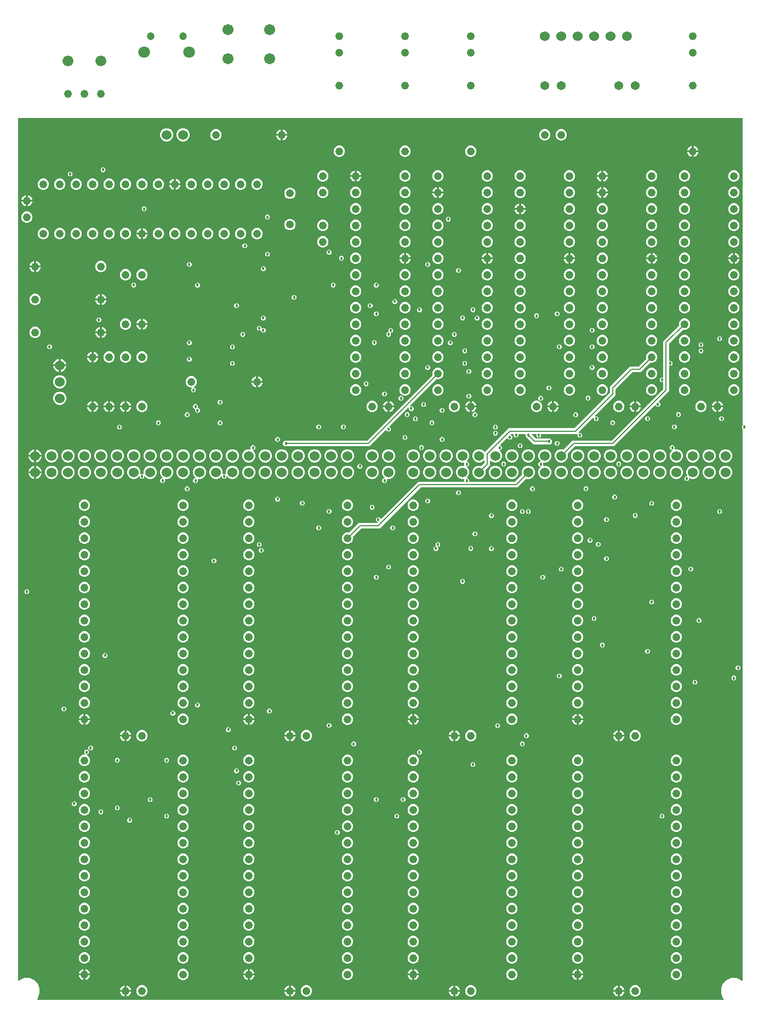
<source format=gbr>
G04 EAGLE Gerber RS-274X export*
G75*
%MOMM*%
%FSLAX34Y34*%
%LPD*%
%INCopper Layer 15*%
%IPPOS*%
%AMOC8*
5,1,8,0,0,1.08239X$1,22.5*%
G01*
%ADD10C,1.524000*%
%ADD11C,1.219200*%
%ADD12C,1.500000*%
%ADD13C,1.676400*%
%ADD14C,1.371600*%
%ADD15C,1.800000*%
%ADD16C,1.200000*%
%ADD17C,1.714500*%
%ADD18C,0.457200*%
%ADD19C,0.127000*%

G36*
X1101278Y11950D02*
X1101278Y11950D01*
X1101349Y11952D01*
X1101398Y11970D01*
X1101450Y11979D01*
X1101513Y12012D01*
X1101580Y12037D01*
X1101621Y12069D01*
X1101667Y12094D01*
X1101716Y12146D01*
X1101772Y12190D01*
X1101800Y12234D01*
X1101836Y12272D01*
X1101867Y12337D01*
X1101905Y12397D01*
X1101918Y12448D01*
X1101940Y12495D01*
X1101948Y12566D01*
X1101965Y12636D01*
X1101961Y12688D01*
X1101967Y12739D01*
X1101952Y12810D01*
X1101946Y12881D01*
X1101926Y12929D01*
X1101915Y12980D01*
X1101878Y13041D01*
X1101850Y13107D01*
X1101805Y13163D01*
X1101789Y13191D01*
X1101771Y13206D01*
X1101745Y13238D01*
X1100805Y14178D01*
X1097789Y21459D01*
X1097789Y29341D01*
X1100805Y36622D01*
X1106378Y42195D01*
X1113659Y45211D01*
X1121541Y45211D01*
X1128822Y42195D01*
X1129762Y41255D01*
X1129820Y41213D01*
X1129872Y41164D01*
X1129919Y41142D01*
X1129961Y41111D01*
X1130030Y41090D01*
X1130095Y41060D01*
X1130147Y41054D01*
X1130197Y41039D01*
X1130268Y41041D01*
X1130339Y41033D01*
X1130390Y41044D01*
X1130442Y41045D01*
X1130510Y41070D01*
X1130580Y41085D01*
X1130624Y41112D01*
X1130673Y41130D01*
X1130729Y41175D01*
X1130791Y41211D01*
X1130825Y41251D01*
X1130865Y41284D01*
X1130904Y41344D01*
X1130951Y41398D01*
X1130970Y41447D01*
X1130998Y41490D01*
X1131016Y41560D01*
X1131043Y41626D01*
X1131051Y41698D01*
X1131059Y41729D01*
X1131057Y41752D01*
X1131061Y41793D01*
X1131061Y892418D01*
X1131047Y892509D01*
X1131039Y892599D01*
X1131027Y892629D01*
X1131022Y892661D01*
X1130979Y892742D01*
X1130943Y892826D01*
X1130917Y892858D01*
X1130906Y892879D01*
X1130883Y892901D01*
X1130838Y892957D01*
X1129918Y893877D01*
X1129918Y896823D01*
X1130838Y897743D01*
X1130891Y897817D01*
X1130951Y897887D01*
X1130963Y897917D01*
X1130982Y897943D01*
X1131009Y898030D01*
X1131043Y898115D01*
X1131047Y898156D01*
X1131054Y898178D01*
X1131053Y898210D01*
X1131061Y898282D01*
X1131061Y1371600D01*
X1131058Y1371620D01*
X1131060Y1371639D01*
X1131038Y1371741D01*
X1131022Y1371843D01*
X1131012Y1371860D01*
X1131008Y1371880D01*
X1130955Y1371969D01*
X1130906Y1372060D01*
X1130892Y1372074D01*
X1130882Y1372091D01*
X1130803Y1372158D01*
X1130728Y1372230D01*
X1130710Y1372238D01*
X1130695Y1372251D01*
X1130599Y1372290D01*
X1130505Y1372333D01*
X1130485Y1372335D01*
X1130467Y1372343D01*
X1130300Y1372361D01*
X12700Y1372361D01*
X12680Y1372358D01*
X12661Y1372360D01*
X12559Y1372338D01*
X12457Y1372322D01*
X12440Y1372312D01*
X12420Y1372308D01*
X12331Y1372255D01*
X12240Y1372206D01*
X12226Y1372192D01*
X12209Y1372182D01*
X12142Y1372103D01*
X12071Y1372028D01*
X12062Y1372010D01*
X12049Y1371995D01*
X12010Y1371899D01*
X11967Y1371805D01*
X11965Y1371785D01*
X11957Y1371767D01*
X11939Y1371600D01*
X11939Y41793D01*
X11950Y41722D01*
X11952Y41651D01*
X11970Y41602D01*
X11979Y41550D01*
X12012Y41487D01*
X12037Y41420D01*
X12069Y41379D01*
X12094Y41333D01*
X12146Y41284D01*
X12190Y41228D01*
X12234Y41200D01*
X12272Y41164D01*
X12337Y41133D01*
X12397Y41095D01*
X12448Y41082D01*
X12495Y41060D01*
X12566Y41052D01*
X12636Y41035D01*
X12688Y41039D01*
X12739Y41033D01*
X12810Y41048D01*
X12881Y41054D01*
X12929Y41074D01*
X12980Y41085D01*
X13041Y41122D01*
X13107Y41150D01*
X13163Y41195D01*
X13191Y41211D01*
X13206Y41229D01*
X13238Y41255D01*
X14178Y42195D01*
X21459Y45211D01*
X29341Y45211D01*
X36622Y42195D01*
X42195Y36622D01*
X45211Y29341D01*
X45211Y21459D01*
X42195Y14178D01*
X41255Y13238D01*
X41213Y13180D01*
X41164Y13128D01*
X41142Y13081D01*
X41111Y13039D01*
X41090Y12970D01*
X41060Y12905D01*
X41054Y12853D01*
X41039Y12803D01*
X41041Y12732D01*
X41033Y12661D01*
X41044Y12610D01*
X41045Y12558D01*
X41070Y12490D01*
X41085Y12420D01*
X41112Y12376D01*
X41130Y12327D01*
X41175Y12271D01*
X41211Y12209D01*
X41251Y12175D01*
X41284Y12135D01*
X41344Y12096D01*
X41398Y12049D01*
X41447Y12030D01*
X41490Y12002D01*
X41560Y11984D01*
X41626Y11957D01*
X41698Y11949D01*
X41729Y11941D01*
X41752Y11943D01*
X41793Y11939D01*
X1101207Y11939D01*
X1101278Y11950D01*
G37*
%LPC*%
G36*
X721879Y815339D02*
X721879Y815339D01*
X718144Y816886D01*
X715286Y819744D01*
X713739Y823479D01*
X713739Y827521D01*
X715286Y831256D01*
X718144Y834114D01*
X721879Y835661D01*
X725921Y835661D01*
X726761Y835313D01*
X726875Y835286D01*
X726988Y835258D01*
X726994Y835258D01*
X727000Y835257D01*
X727117Y835268D01*
X727233Y835277D01*
X727239Y835279D01*
X727245Y835280D01*
X727353Y835328D01*
X727460Y835373D01*
X727465Y835378D01*
X727470Y835380D01*
X727484Y835393D01*
X727591Y835478D01*
X731931Y839819D01*
X731984Y839893D01*
X732044Y839962D01*
X732056Y839992D01*
X732075Y840018D01*
X732102Y840105D01*
X732136Y840190D01*
X732140Y840231D01*
X732147Y840253D01*
X732146Y840286D01*
X732154Y840357D01*
X732154Y842947D01*
X732143Y843018D01*
X732141Y843089D01*
X732123Y843138D01*
X732115Y843190D01*
X732081Y843253D01*
X732056Y843320D01*
X732024Y843361D01*
X731999Y843407D01*
X731947Y843456D01*
X731903Y843512D01*
X731859Y843541D01*
X731821Y843577D01*
X731756Y843607D01*
X731696Y843645D01*
X731645Y843658D01*
X731598Y843680D01*
X731527Y843688D01*
X731457Y843706D01*
X731405Y843701D01*
X731354Y843707D01*
X731283Y843692D01*
X731212Y843686D01*
X731164Y843666D01*
X731113Y843655D01*
X731052Y843618D01*
X730986Y843590D01*
X730930Y843545D01*
X730902Y843529D01*
X730887Y843511D01*
X730855Y843485D01*
X729656Y842286D01*
X725921Y840739D01*
X721879Y840739D01*
X718144Y842286D01*
X715286Y845144D01*
X713739Y848879D01*
X713739Y852921D01*
X715286Y856656D01*
X718144Y859514D01*
X721879Y861061D01*
X725921Y861061D01*
X729656Y859514D01*
X732165Y857004D01*
X732181Y856992D01*
X732194Y856977D01*
X732281Y856921D01*
X732365Y856861D01*
X732384Y856855D01*
X732401Y856844D01*
X732501Y856819D01*
X732600Y856788D01*
X732620Y856789D01*
X732639Y856784D01*
X732742Y856792D01*
X732846Y856795D01*
X732865Y856801D01*
X732885Y856803D01*
X732980Y856843D01*
X733077Y856879D01*
X733093Y856892D01*
X733111Y856899D01*
X733242Y857004D01*
X734981Y858744D01*
X769683Y893446D01*
X870968Y893446D01*
X871058Y893460D01*
X871149Y893468D01*
X871179Y893480D01*
X871211Y893485D01*
X871292Y893528D01*
X871375Y893564D01*
X871408Y893590D01*
X871428Y893601D01*
X871447Y893620D01*
X871449Y893621D01*
X871455Y893627D01*
X871506Y893669D01*
X925606Y947769D01*
X925653Y947833D01*
X925667Y947848D01*
X925670Y947855D01*
X925719Y947912D01*
X925731Y947942D01*
X925750Y947968D01*
X925777Y948055D01*
X925811Y948140D01*
X925815Y948181D01*
X925822Y948203D01*
X925821Y948236D01*
X925829Y948307D01*
X925829Y957517D01*
X957008Y988696D01*
X969393Y988696D01*
X969483Y988710D01*
X969574Y988718D01*
X969604Y988730D01*
X969636Y988735D01*
X969717Y988778D01*
X969800Y988814D01*
X969833Y988840D01*
X969853Y988851D01*
X969875Y988874D01*
X969931Y988919D01*
X981789Y1000776D01*
X981856Y1000870D01*
X981927Y1000965D01*
X981928Y1000970D01*
X981932Y1000976D01*
X981966Y1001087D01*
X982003Y1001198D01*
X982003Y1001205D01*
X982004Y1001211D01*
X982001Y1001327D01*
X982000Y1001444D01*
X981998Y1001452D01*
X981998Y1001456D01*
X981992Y1001474D01*
X981963Y1001572D01*
X981963Y1005018D01*
X983278Y1008192D01*
X985708Y1010622D01*
X988882Y1011937D01*
X992318Y1011937D01*
X995492Y1010622D01*
X997922Y1008192D01*
X999237Y1005018D01*
X999237Y1001582D01*
X997922Y998408D01*
X995492Y995978D01*
X992318Y994663D01*
X988864Y994663D01*
X988792Y994680D01*
X988678Y994709D01*
X988672Y994708D01*
X988666Y994710D01*
X988550Y994699D01*
X988433Y994690D01*
X988427Y994687D01*
X988421Y994687D01*
X988314Y994639D01*
X988207Y994593D01*
X988201Y994589D01*
X988196Y994587D01*
X988183Y994574D01*
X988076Y994489D01*
X976219Y982631D01*
X973392Y979804D01*
X961007Y979804D01*
X960917Y979790D01*
X960826Y979782D01*
X960796Y979770D01*
X960764Y979765D01*
X960683Y979722D01*
X960600Y979686D01*
X960567Y979660D01*
X960547Y979649D01*
X960525Y979626D01*
X960469Y979581D01*
X934944Y954056D01*
X934891Y953983D01*
X934831Y953913D01*
X934819Y953883D01*
X934800Y953857D01*
X934773Y953770D01*
X934739Y953685D01*
X934735Y953644D01*
X934728Y953622D01*
X934729Y953589D01*
X934721Y953518D01*
X934721Y944308D01*
X903318Y912906D01*
X903277Y912848D01*
X903227Y912796D01*
X903205Y912749D01*
X903175Y912707D01*
X903154Y912638D01*
X903124Y912573D01*
X903118Y912521D01*
X903103Y912471D01*
X903104Y912400D01*
X903097Y912329D01*
X903108Y912278D01*
X903109Y912226D01*
X903134Y912158D01*
X903149Y912088D01*
X903176Y912043D01*
X903193Y911995D01*
X903238Y911939D01*
X903275Y911877D01*
X903315Y911843D01*
X903347Y911803D01*
X903407Y911764D01*
X903462Y911717D01*
X903510Y911698D01*
X903554Y911670D01*
X903623Y911652D01*
X903690Y911625D01*
X903761Y911617D01*
X903793Y911609D01*
X903816Y911611D01*
X903857Y911607D01*
X906348Y911607D01*
X908432Y909523D01*
X908432Y906577D01*
X906348Y904493D01*
X903402Y904493D01*
X901318Y906577D01*
X901318Y909068D01*
X901307Y909139D01*
X901305Y909211D01*
X901287Y909260D01*
X901279Y909311D01*
X901245Y909374D01*
X901220Y909442D01*
X901188Y909482D01*
X901163Y909528D01*
X901112Y909578D01*
X901067Y909634D01*
X901023Y909662D01*
X900985Y909698D01*
X900920Y909728D01*
X900860Y909767D01*
X900809Y909779D01*
X900762Y909801D01*
X900691Y909809D01*
X900621Y909827D01*
X900569Y909823D01*
X900518Y909828D01*
X900447Y909813D01*
X900376Y909808D01*
X900328Y909787D01*
X900277Y909776D01*
X900216Y909739D01*
X900150Y909711D01*
X900094Y909667D01*
X900066Y909650D01*
X900051Y909632D01*
X900019Y909607D01*
X877918Y887506D01*
X877877Y887448D01*
X877827Y887396D01*
X877805Y887349D01*
X877775Y887307D01*
X877754Y887238D01*
X877724Y887173D01*
X877718Y887121D01*
X877703Y887071D01*
X877704Y887000D01*
X877697Y886929D01*
X877708Y886878D01*
X877709Y886826D01*
X877734Y886758D01*
X877749Y886688D01*
X877775Y886644D01*
X877793Y886595D01*
X877838Y886539D01*
X877875Y886477D01*
X877915Y886443D01*
X877947Y886403D01*
X878007Y886364D01*
X878062Y886317D01*
X878110Y886298D01*
X878154Y886270D01*
X878223Y886252D01*
X878290Y886225D01*
X878361Y886217D01*
X878393Y886209D01*
X878416Y886211D01*
X878457Y886207D01*
X880948Y886207D01*
X883032Y884123D01*
X883032Y881177D01*
X880948Y879093D01*
X878002Y879093D01*
X875918Y881177D01*
X875918Y883793D01*
X875915Y883813D01*
X875917Y883832D01*
X875895Y883934D01*
X875879Y884036D01*
X875869Y884053D01*
X875865Y884073D01*
X875812Y884162D01*
X875763Y884253D01*
X875749Y884267D01*
X875739Y884284D01*
X875660Y884351D01*
X875585Y884423D01*
X875567Y884431D01*
X875552Y884444D01*
X875456Y884483D01*
X875362Y884526D01*
X875342Y884528D01*
X875324Y884536D01*
X875157Y884554D01*
X820293Y884554D01*
X820273Y884551D01*
X820254Y884553D01*
X820152Y884531D01*
X820050Y884515D01*
X820033Y884505D01*
X820013Y884501D01*
X819924Y884448D01*
X819833Y884399D01*
X819819Y884385D01*
X819802Y884375D01*
X819735Y884296D01*
X819663Y884221D01*
X819655Y884203D01*
X819642Y884188D01*
X819603Y884092D01*
X819560Y883998D01*
X819558Y883978D01*
X819550Y883960D01*
X819532Y883793D01*
X819532Y881177D01*
X817448Y879093D01*
X814502Y879093D01*
X812418Y881177D01*
X812418Y883793D01*
X812415Y883813D01*
X812417Y883832D01*
X812395Y883934D01*
X812379Y884036D01*
X812369Y884053D01*
X812365Y884073D01*
X812312Y884162D01*
X812263Y884253D01*
X812249Y884267D01*
X812239Y884284D01*
X812160Y884351D01*
X812085Y884423D01*
X812067Y884431D01*
X812052Y884444D01*
X811956Y884483D01*
X811862Y884526D01*
X811842Y884528D01*
X811824Y884536D01*
X811657Y884554D01*
X806321Y884554D01*
X806250Y884543D01*
X806178Y884541D01*
X806129Y884523D01*
X806078Y884515D01*
X806015Y884481D01*
X805947Y884456D01*
X805907Y884424D01*
X805861Y884399D01*
X805811Y884347D01*
X805755Y884303D01*
X805727Y884259D01*
X805691Y884221D01*
X805661Y884156D01*
X805622Y884096D01*
X805610Y884045D01*
X805588Y883998D01*
X805580Y883927D01*
X805562Y883857D01*
X805566Y883805D01*
X805561Y883754D01*
X805576Y883683D01*
X805581Y883612D01*
X805602Y883564D01*
X805613Y883513D01*
X805650Y883452D01*
X805678Y883386D01*
X805722Y883330D01*
X805739Y883302D01*
X805757Y883287D01*
X805782Y883255D01*
X811244Y877794D01*
X811317Y877741D01*
X811387Y877681D01*
X811417Y877669D01*
X811443Y877650D01*
X811530Y877623D01*
X811615Y877589D01*
X811656Y877585D01*
X811678Y877578D01*
X811711Y877579D01*
X811782Y877571D01*
X833692Y877571D01*
X836296Y874967D01*
X836296Y871283D01*
X833692Y868679D01*
X807783Y868679D01*
X795654Y880808D01*
X795654Y883793D01*
X795651Y883813D01*
X795653Y883832D01*
X795631Y883934D01*
X795615Y884036D01*
X795605Y884053D01*
X795601Y884073D01*
X795548Y884162D01*
X795499Y884253D01*
X795485Y884267D01*
X795475Y884284D01*
X795396Y884351D01*
X795321Y884423D01*
X795303Y884431D01*
X795288Y884444D01*
X795192Y884483D01*
X795098Y884526D01*
X795078Y884528D01*
X795060Y884536D01*
X794893Y884554D01*
X785368Y884554D01*
X785348Y884551D01*
X785329Y884553D01*
X785227Y884531D01*
X785125Y884515D01*
X785108Y884505D01*
X785088Y884501D01*
X784999Y884448D01*
X784908Y884399D01*
X784894Y884385D01*
X784877Y884375D01*
X784810Y884296D01*
X784738Y884221D01*
X784730Y884203D01*
X784717Y884188D01*
X784678Y884092D01*
X784635Y883998D01*
X784633Y883978D01*
X784625Y883960D01*
X784607Y883793D01*
X784607Y881177D01*
X782523Y879093D01*
X779577Y879093D01*
X777493Y881177D01*
X777493Y883793D01*
X777490Y883813D01*
X777492Y883832D01*
X777470Y883934D01*
X777454Y884036D01*
X777444Y884053D01*
X777440Y884073D01*
X777387Y884162D01*
X777338Y884253D01*
X777324Y884267D01*
X777314Y884284D01*
X777235Y884351D01*
X777160Y884423D01*
X777142Y884431D01*
X777127Y884444D01*
X777031Y884483D01*
X776937Y884526D01*
X776917Y884528D01*
X776899Y884536D01*
X776732Y884554D01*
X773682Y884554D01*
X773592Y884540D01*
X773501Y884532D01*
X773471Y884520D01*
X773439Y884515D01*
X773359Y884472D01*
X773275Y884436D01*
X773242Y884410D01*
X773222Y884399D01*
X773200Y884376D01*
X773144Y884331D01*
X772959Y884147D01*
X772948Y884131D01*
X772932Y884119D01*
X772876Y884032D01*
X772816Y883947D01*
X772810Y883928D01*
X772799Y883912D01*
X772774Y883811D01*
X772743Y883712D01*
X772744Y883692D01*
X772739Y883673D01*
X772747Y883570D01*
X772750Y883467D01*
X772757Y883448D01*
X772758Y883428D01*
X772799Y883333D01*
X772834Y883236D01*
X772847Y883220D01*
X772855Y883202D01*
X772959Y883071D01*
X775082Y880948D01*
X775082Y878002D01*
X772998Y875918D01*
X770052Y875918D01*
X767929Y878041D01*
X767913Y878052D01*
X767901Y878068D01*
X767825Y878116D01*
X767808Y878131D01*
X767798Y878135D01*
X767730Y878184D01*
X767711Y878190D01*
X767694Y878201D01*
X767593Y878226D01*
X767495Y878257D01*
X767475Y878256D01*
X767455Y878261D01*
X767352Y878253D01*
X767249Y878250D01*
X767230Y878243D01*
X767210Y878242D01*
X767115Y878201D01*
X767018Y878166D01*
X767002Y878153D01*
X766984Y878145D01*
X766913Y878089D01*
X766909Y878086D01*
X766904Y878082D01*
X766853Y878041D01*
X757084Y868272D01*
X757073Y868256D01*
X757057Y868244D01*
X757001Y868156D01*
X756941Y868072D01*
X756935Y868053D01*
X756924Y868037D01*
X756899Y867936D01*
X756868Y867837D01*
X756869Y867817D01*
X756864Y867798D01*
X756872Y867695D01*
X756875Y867591D01*
X756882Y867573D01*
X756883Y867553D01*
X756924Y867458D01*
X756959Y867360D01*
X756972Y867345D01*
X756980Y867327D01*
X757084Y867196D01*
X759207Y865073D01*
X759207Y862127D01*
X757123Y860043D01*
X756364Y860043D01*
X756293Y860032D01*
X756222Y860030D01*
X756173Y860012D01*
X756121Y860004D01*
X756058Y859970D01*
X755991Y859945D01*
X755950Y859913D01*
X755904Y859888D01*
X755855Y859836D01*
X755799Y859792D01*
X755770Y859748D01*
X755734Y859710D01*
X755704Y859645D01*
X755666Y859585D01*
X755653Y859534D01*
X755631Y859487D01*
X755623Y859416D01*
X755605Y859346D01*
X755610Y859294D01*
X755604Y859243D01*
X755619Y859172D01*
X755625Y859101D01*
X755645Y859053D01*
X755656Y859002D01*
X755693Y858941D01*
X755721Y858875D01*
X755766Y858819D01*
X755782Y858791D01*
X755800Y858776D01*
X755826Y858744D01*
X757914Y856656D01*
X759461Y852921D01*
X759461Y848879D01*
X757914Y845144D01*
X755056Y842286D01*
X751321Y840739D01*
X747279Y840739D01*
X743544Y842286D01*
X742345Y843485D01*
X742287Y843527D01*
X742235Y843577D01*
X742188Y843598D01*
X742146Y843629D01*
X742077Y843650D01*
X742012Y843680D01*
X741960Y843686D01*
X741910Y843701D01*
X741839Y843699D01*
X741768Y843707D01*
X741717Y843696D01*
X741665Y843695D01*
X741597Y843670D01*
X741527Y843655D01*
X741482Y843628D01*
X741434Y843610D01*
X741378Y843566D01*
X741316Y843529D01*
X741282Y843489D01*
X741242Y843457D01*
X741203Y843396D01*
X741156Y843342D01*
X741137Y843294D01*
X741109Y843250D01*
X741091Y843180D01*
X741064Y843114D01*
X741056Y843042D01*
X741048Y843011D01*
X741050Y842988D01*
X741046Y842947D01*
X741046Y836358D01*
X733878Y829191D01*
X733809Y829095D01*
X733740Y829002D01*
X733738Y828996D01*
X733734Y828991D01*
X733700Y828879D01*
X733664Y828768D01*
X733664Y828762D01*
X733662Y828756D01*
X733665Y828639D01*
X733666Y828522D01*
X733668Y828515D01*
X733668Y828510D01*
X733675Y828493D01*
X733713Y828361D01*
X734061Y827521D01*
X734061Y823479D01*
X732514Y819744D01*
X729656Y816886D01*
X725921Y815339D01*
X721879Y815339D01*
G37*
%LPD*%
%LPC*%
G36*
X518982Y715263D02*
X518982Y715263D01*
X515808Y716578D01*
X513378Y719008D01*
X512063Y722182D01*
X512063Y725618D01*
X513378Y728792D01*
X515808Y731222D01*
X518982Y732537D01*
X522436Y732537D01*
X522508Y732520D01*
X522622Y732491D01*
X522628Y732492D01*
X522634Y732490D01*
X522750Y732501D01*
X522867Y732510D01*
X522873Y732513D01*
X522879Y732513D01*
X522986Y732561D01*
X523093Y732607D01*
X523099Y732611D01*
X523104Y732613D01*
X523117Y732626D01*
X523224Y732711D01*
X535081Y744569D01*
X537908Y747396D01*
X566168Y747396D01*
X566258Y747410D01*
X566349Y747418D01*
X566379Y747430D01*
X566411Y747435D01*
X566491Y747478D01*
X566575Y747514D01*
X566608Y747540D01*
X566628Y747551D01*
X566650Y747574D01*
X566706Y747619D01*
X566891Y747803D01*
X566902Y747819D01*
X566918Y747831D01*
X566974Y747918D01*
X567034Y748003D01*
X567040Y748022D01*
X567051Y748038D01*
X567076Y748139D01*
X567107Y748238D01*
X567106Y748258D01*
X567111Y748277D01*
X567103Y748380D01*
X567100Y748483D01*
X567093Y748502D01*
X567092Y748522D01*
X567051Y748617D01*
X567016Y748714D01*
X567003Y748730D01*
X566995Y748748D01*
X566891Y748879D01*
X564768Y751002D01*
X564768Y753948D01*
X566852Y756032D01*
X569798Y756032D01*
X571921Y753909D01*
X571937Y753898D01*
X571949Y753882D01*
X572037Y753826D01*
X572120Y753766D01*
X572139Y753760D01*
X572156Y753749D01*
X572257Y753724D01*
X572355Y753693D01*
X572375Y753694D01*
X572395Y753689D01*
X572498Y753697D01*
X572601Y753700D01*
X572620Y753707D01*
X572640Y753708D01*
X572735Y753749D01*
X572832Y753784D01*
X572848Y753797D01*
X572866Y753805D01*
X572997Y753909D01*
X627156Y808069D01*
X629983Y810896D01*
X700532Y810896D01*
X700552Y810899D01*
X700571Y810897D01*
X700673Y810919D01*
X700775Y810935D01*
X700792Y810945D01*
X700812Y810949D01*
X700901Y811002D01*
X700992Y811051D01*
X701006Y811065D01*
X701023Y811075D01*
X701090Y811154D01*
X701162Y811229D01*
X701170Y811247D01*
X701183Y811262D01*
X701222Y811358D01*
X701265Y811452D01*
X701267Y811472D01*
X701275Y811490D01*
X701293Y811657D01*
X701293Y814578D01*
X701290Y814598D01*
X701292Y814617D01*
X701270Y814719D01*
X701254Y814821D01*
X701244Y814838D01*
X701240Y814858D01*
X701187Y814947D01*
X701138Y815038D01*
X701124Y815052D01*
X701114Y815069D01*
X701035Y815136D01*
X700960Y815208D01*
X700942Y815216D01*
X700927Y815229D01*
X700831Y815268D01*
X700737Y815311D01*
X700717Y815313D01*
X700699Y815321D01*
X700532Y815339D01*
X696479Y815339D01*
X692744Y816886D01*
X689886Y819744D01*
X688339Y823479D01*
X688339Y827521D01*
X689886Y831256D01*
X692744Y834114D01*
X696479Y835661D01*
X700532Y835661D01*
X700552Y835664D01*
X700571Y835662D01*
X700673Y835684D01*
X700775Y835700D01*
X700792Y835710D01*
X700812Y835714D01*
X700901Y835767D01*
X700992Y835816D01*
X701006Y835830D01*
X701023Y835840D01*
X701090Y835919D01*
X701162Y835994D01*
X701170Y836012D01*
X701183Y836027D01*
X701222Y836123D01*
X701265Y836217D01*
X701267Y836237D01*
X701275Y836255D01*
X701293Y836422D01*
X701293Y839978D01*
X701290Y839998D01*
X701292Y840017D01*
X701270Y840119D01*
X701254Y840221D01*
X701244Y840238D01*
X701240Y840258D01*
X701187Y840347D01*
X701138Y840438D01*
X701124Y840452D01*
X701114Y840469D01*
X701035Y840536D01*
X700960Y840608D01*
X700942Y840616D01*
X700927Y840629D01*
X700831Y840668D01*
X700737Y840711D01*
X700717Y840713D01*
X700699Y840721D01*
X700532Y840739D01*
X696479Y840739D01*
X692744Y842286D01*
X689886Y845144D01*
X688339Y848879D01*
X688339Y852921D01*
X689886Y856656D01*
X692744Y859514D01*
X696479Y861061D01*
X700521Y861061D01*
X704256Y859514D01*
X707114Y856656D01*
X708661Y852921D01*
X708661Y848879D01*
X707114Y845144D01*
X705026Y843056D01*
X704984Y842998D01*
X704934Y842946D01*
X704913Y842899D01*
X704882Y842857D01*
X704861Y842788D01*
X704831Y842723D01*
X704825Y842671D01*
X704810Y842621D01*
X704812Y842550D01*
X704804Y842479D01*
X704815Y842428D01*
X704816Y842376D01*
X704841Y842308D01*
X704856Y842238D01*
X704883Y842193D01*
X704901Y842145D01*
X704945Y842089D01*
X704982Y842027D01*
X705022Y841993D01*
X705054Y841953D01*
X705115Y841914D01*
X705169Y841867D01*
X705217Y841848D01*
X705261Y841820D01*
X705331Y841802D01*
X705397Y841775D01*
X705469Y841767D01*
X705500Y841759D01*
X705523Y841761D01*
X705564Y841757D01*
X706323Y841757D01*
X708407Y839673D01*
X708407Y836727D01*
X706323Y834643D01*
X705564Y834643D01*
X705493Y834632D01*
X705422Y834630D01*
X705373Y834612D01*
X705321Y834604D01*
X705258Y834570D01*
X705191Y834545D01*
X705150Y834513D01*
X705104Y834488D01*
X705055Y834436D01*
X704999Y834392D01*
X704970Y834348D01*
X704934Y834310D01*
X704904Y834245D01*
X704866Y834185D01*
X704853Y834134D01*
X704831Y834087D01*
X704823Y834016D01*
X704805Y833946D01*
X704810Y833894D01*
X704804Y833843D01*
X704819Y833772D01*
X704825Y833701D01*
X704845Y833653D01*
X704856Y833602D01*
X704893Y833541D01*
X704921Y833475D01*
X704966Y833419D01*
X704982Y833391D01*
X705000Y833376D01*
X705026Y833344D01*
X707114Y831256D01*
X708661Y827521D01*
X708661Y823479D01*
X707114Y819744D01*
X705026Y817656D01*
X704984Y817598D01*
X704934Y817546D01*
X704913Y817499D01*
X704882Y817457D01*
X704861Y817388D01*
X704831Y817323D01*
X704825Y817271D01*
X704810Y817221D01*
X704812Y817150D01*
X704804Y817079D01*
X704815Y817028D01*
X704816Y816976D01*
X704841Y816908D01*
X704856Y816838D01*
X704883Y816793D01*
X704901Y816745D01*
X704945Y816689D01*
X704982Y816627D01*
X705022Y816593D01*
X705054Y816553D01*
X705115Y816514D01*
X705169Y816467D01*
X705217Y816448D01*
X705261Y816420D01*
X705331Y816402D01*
X705397Y816375D01*
X705469Y816367D01*
X705500Y816359D01*
X705523Y816361D01*
X705564Y816357D01*
X706323Y816357D01*
X708407Y814273D01*
X708407Y811657D01*
X708410Y811637D01*
X708408Y811618D01*
X708430Y811516D01*
X708446Y811414D01*
X708456Y811397D01*
X708460Y811377D01*
X708513Y811288D01*
X708562Y811197D01*
X708576Y811183D01*
X708586Y811166D01*
X708665Y811099D01*
X708740Y811027D01*
X708758Y811019D01*
X708773Y811006D01*
X708869Y810967D01*
X708963Y810924D01*
X708983Y810922D01*
X709001Y810914D01*
X709168Y810896D01*
X778893Y810896D01*
X778983Y810910D01*
X779074Y810918D01*
X779104Y810930D01*
X779136Y810935D01*
X779217Y810978D01*
X779300Y811014D01*
X779333Y811040D01*
X779353Y811051D01*
X779375Y811074D01*
X779431Y811119D01*
X790122Y821809D01*
X790191Y821905D01*
X790260Y821998D01*
X790262Y822004D01*
X790266Y822009D01*
X790300Y822121D01*
X790336Y822232D01*
X790336Y822238D01*
X790338Y822244D01*
X790335Y822361D01*
X790334Y822478D01*
X790332Y822485D01*
X790332Y822490D01*
X790325Y822507D01*
X790287Y822639D01*
X789939Y823479D01*
X789939Y827521D01*
X791486Y831256D01*
X794344Y834114D01*
X798079Y835661D01*
X802121Y835661D01*
X805856Y834114D01*
X808714Y831256D01*
X810261Y827521D01*
X810261Y823479D01*
X808714Y819744D01*
X805856Y816886D01*
X802121Y815339D01*
X798079Y815339D01*
X797239Y815687D01*
X797125Y815714D01*
X797012Y815742D01*
X797006Y815742D01*
X797000Y815743D01*
X796883Y815732D01*
X796767Y815723D01*
X796761Y815721D01*
X796755Y815720D01*
X796647Y815672D01*
X796540Y815627D01*
X796535Y815622D01*
X796530Y815620D01*
X796516Y815607D01*
X796409Y815522D01*
X782892Y802004D01*
X633982Y802004D01*
X633892Y801990D01*
X633801Y801982D01*
X633771Y801970D01*
X633739Y801965D01*
X633658Y801922D01*
X633575Y801886D01*
X633542Y801860D01*
X633522Y801849D01*
X633500Y801826D01*
X633444Y801781D01*
X570167Y738504D01*
X541907Y738504D01*
X541817Y738490D01*
X541726Y738482D01*
X541696Y738470D01*
X541664Y738465D01*
X541583Y738422D01*
X541500Y738386D01*
X541467Y738360D01*
X541447Y738349D01*
X541425Y738326D01*
X541369Y738281D01*
X529511Y726424D01*
X529444Y726330D01*
X529373Y726235D01*
X529372Y726230D01*
X529368Y726224D01*
X529334Y726113D01*
X529297Y726002D01*
X529297Y725995D01*
X529296Y725989D01*
X529299Y725873D01*
X529300Y725756D01*
X529302Y725748D01*
X529302Y725744D01*
X529308Y725726D01*
X529337Y725628D01*
X529337Y722182D01*
X528022Y719008D01*
X525592Y716578D01*
X522418Y715263D01*
X518982Y715263D01*
G37*
%LPD*%
%LPC*%
G36*
X848879Y840739D02*
X848879Y840739D01*
X845144Y842286D01*
X842286Y845144D01*
X840739Y848879D01*
X840739Y852921D01*
X842286Y856656D01*
X845144Y859514D01*
X848879Y861061D01*
X852921Y861061D01*
X853761Y860713D01*
X853875Y860686D01*
X853988Y860658D01*
X853994Y860658D01*
X854000Y860657D01*
X854117Y860668D01*
X854233Y860677D01*
X854239Y860679D01*
X854245Y860680D01*
X854353Y860728D01*
X854460Y860773D01*
X854465Y860778D01*
X854470Y860780D01*
X854484Y860793D01*
X854591Y860878D01*
X865281Y871569D01*
X868108Y874396D01*
X928118Y874396D01*
X928208Y874410D01*
X928299Y874418D01*
X928329Y874430D01*
X928361Y874435D01*
X928442Y874478D01*
X928525Y874514D01*
X928558Y874540D01*
X928578Y874551D01*
X928600Y874574D01*
X928656Y874619D01*
X1008156Y954119D01*
X1008209Y954192D01*
X1008269Y954262D01*
X1008281Y954292D01*
X1008300Y954318D01*
X1008327Y954405D01*
X1008361Y954490D01*
X1008365Y954531D01*
X1008372Y954553D01*
X1008371Y954586D01*
X1008379Y954657D01*
X1008379Y964057D01*
X1008376Y964077D01*
X1008378Y964096D01*
X1008356Y964198D01*
X1008340Y964300D01*
X1008330Y964317D01*
X1008326Y964337D01*
X1008273Y964426D01*
X1008224Y964517D01*
X1008210Y964531D01*
X1008200Y964548D01*
X1008121Y964615D01*
X1008046Y964687D01*
X1008028Y964695D01*
X1008013Y964708D01*
X1007917Y964747D01*
X1007823Y964790D01*
X1007803Y964792D01*
X1007785Y964800D01*
X1007618Y964818D01*
X1005002Y964818D01*
X1002918Y966902D01*
X1002918Y969848D01*
X1005002Y971932D01*
X1007618Y971932D01*
X1007638Y971935D01*
X1007657Y971933D01*
X1007759Y971955D01*
X1007861Y971971D01*
X1007878Y971981D01*
X1007898Y971985D01*
X1007987Y972038D01*
X1008078Y972087D01*
X1008092Y972101D01*
X1008109Y972111D01*
X1008176Y972190D01*
X1008248Y972265D01*
X1008256Y972283D01*
X1008269Y972298D01*
X1008308Y972394D01*
X1008351Y972488D01*
X1008353Y972508D01*
X1008361Y972526D01*
X1008379Y972693D01*
X1008379Y1027367D01*
X1032589Y1051576D01*
X1032657Y1051670D01*
X1032727Y1051765D01*
X1032729Y1051771D01*
X1032732Y1051776D01*
X1032767Y1051887D01*
X1032803Y1051999D01*
X1032803Y1052005D01*
X1032804Y1052011D01*
X1032801Y1052128D01*
X1032800Y1052244D01*
X1032798Y1052252D01*
X1032798Y1052257D01*
X1032792Y1052274D01*
X1032763Y1052372D01*
X1032763Y1055818D01*
X1034078Y1058992D01*
X1036508Y1061422D01*
X1039682Y1062737D01*
X1043118Y1062737D01*
X1046292Y1061422D01*
X1048722Y1058992D01*
X1050037Y1055818D01*
X1050037Y1052382D01*
X1048722Y1049208D01*
X1046292Y1046778D01*
X1043118Y1045463D01*
X1039664Y1045463D01*
X1039592Y1045480D01*
X1039478Y1045509D01*
X1039472Y1045508D01*
X1039466Y1045510D01*
X1039349Y1045499D01*
X1039233Y1045490D01*
X1039227Y1045487D01*
X1039221Y1045487D01*
X1039113Y1045439D01*
X1039007Y1045393D01*
X1039001Y1045389D01*
X1038996Y1045387D01*
X1038983Y1045374D01*
X1038876Y1045289D01*
X1017494Y1023906D01*
X1017441Y1023833D01*
X1017381Y1023763D01*
X1017369Y1023733D01*
X1017350Y1023707D01*
X1017323Y1023620D01*
X1017289Y1023535D01*
X1017285Y1023494D01*
X1017278Y1023472D01*
X1017279Y1023439D01*
X1017271Y1023368D01*
X1017271Y998093D01*
X1017274Y998073D01*
X1017272Y998054D01*
X1017294Y997952D01*
X1017310Y997850D01*
X1017320Y997833D01*
X1017324Y997813D01*
X1017377Y997724D01*
X1017426Y997633D01*
X1017440Y997619D01*
X1017450Y997602D01*
X1017529Y997535D01*
X1017604Y997463D01*
X1017622Y997455D01*
X1017637Y997442D01*
X1017733Y997403D01*
X1017827Y997360D01*
X1017847Y997358D01*
X1017865Y997350D01*
X1018032Y997332D01*
X1020648Y997332D01*
X1022732Y995248D01*
X1022732Y992302D01*
X1020648Y990218D01*
X1018032Y990218D01*
X1018012Y990215D01*
X1017993Y990217D01*
X1017891Y990195D01*
X1017789Y990179D01*
X1017772Y990169D01*
X1017752Y990165D01*
X1017663Y990112D01*
X1017572Y990063D01*
X1017558Y990049D01*
X1017541Y990039D01*
X1017474Y989960D01*
X1017402Y989885D01*
X1017394Y989867D01*
X1017381Y989852D01*
X1017342Y989756D01*
X1017299Y989662D01*
X1017297Y989642D01*
X1017289Y989624D01*
X1017271Y989457D01*
X1017271Y950658D01*
X1001559Y934947D01*
X1001548Y934931D01*
X1001532Y934919D01*
X1001476Y934831D01*
X1001416Y934747D01*
X1001410Y934728D01*
X1001399Y934712D01*
X1001374Y934611D01*
X1001343Y934512D01*
X1001344Y934492D01*
X1001339Y934473D01*
X1001347Y934370D01*
X1001350Y934266D01*
X1001357Y934248D01*
X1001358Y934228D01*
X1001399Y934133D01*
X1001434Y934035D01*
X1001447Y934020D01*
X1001455Y934002D01*
X1001559Y933871D01*
X1003682Y931748D01*
X1003682Y928802D01*
X1001598Y926718D01*
X998652Y926718D01*
X996529Y928841D01*
X996513Y928852D01*
X996501Y928868D01*
X996414Y928924D01*
X996330Y928984D01*
X996311Y928990D01*
X996294Y929001D01*
X996193Y929026D01*
X996095Y929057D01*
X996075Y929056D01*
X996055Y929061D01*
X995952Y929053D01*
X995849Y929050D01*
X995830Y929043D01*
X995810Y929042D01*
X995715Y929001D01*
X995618Y928966D01*
X995602Y928953D01*
X995584Y928945D01*
X995453Y928841D01*
X932117Y865504D01*
X872107Y865504D01*
X872017Y865490D01*
X871926Y865482D01*
X871896Y865470D01*
X871864Y865465D01*
X871783Y865422D01*
X871699Y865386D01*
X871667Y865360D01*
X871647Y865349D01*
X871624Y865326D01*
X871569Y865281D01*
X860878Y854591D01*
X860810Y854496D01*
X860740Y854402D01*
X860738Y854396D01*
X860734Y854391D01*
X860700Y854279D01*
X860664Y854168D01*
X860664Y854162D01*
X860662Y854156D01*
X860665Y854039D01*
X860666Y853922D01*
X860668Y853915D01*
X860668Y853910D01*
X860675Y853892D01*
X860713Y853761D01*
X861061Y852921D01*
X861061Y848879D01*
X859514Y845144D01*
X856656Y842286D01*
X852921Y840739D01*
X848879Y840739D01*
G37*
%LPD*%
%LPC*%
G36*
X423608Y865504D02*
X423608Y865504D01*
X421004Y868108D01*
X421004Y871792D01*
X423608Y874396D01*
X550293Y874396D01*
X550383Y874410D01*
X550474Y874418D01*
X550504Y874430D01*
X550536Y874435D01*
X550617Y874478D01*
X550700Y874514D01*
X550733Y874540D01*
X550753Y874551D01*
X550775Y874574D01*
X550831Y874619D01*
X651589Y975376D01*
X651656Y975470D01*
X651727Y975565D01*
X651728Y975570D01*
X651732Y975576D01*
X651766Y975687D01*
X651803Y975798D01*
X651803Y975805D01*
X651804Y975811D01*
X651801Y975927D01*
X651800Y976044D01*
X651798Y976052D01*
X651798Y976057D01*
X651792Y976074D01*
X651763Y976172D01*
X651763Y979618D01*
X653078Y982792D01*
X655508Y985222D01*
X658682Y986537D01*
X662118Y986537D01*
X665292Y985222D01*
X667722Y982792D01*
X669037Y979618D01*
X669037Y976182D01*
X667722Y973008D01*
X665292Y970578D01*
X662118Y969263D01*
X658664Y969263D01*
X658592Y969280D01*
X658478Y969309D01*
X658472Y969308D01*
X658466Y969310D01*
X658350Y969299D01*
X658233Y969290D01*
X658227Y969287D01*
X658221Y969287D01*
X658114Y969239D01*
X658007Y969193D01*
X658001Y969189D01*
X657996Y969187D01*
X657983Y969174D01*
X657876Y969089D01*
X617568Y928781D01*
X617527Y928723D01*
X617477Y928671D01*
X617455Y928624D01*
X617425Y928582D01*
X617404Y928513D01*
X617374Y928448D01*
X617368Y928396D01*
X617353Y928346D01*
X617354Y928275D01*
X617347Y928204D01*
X617358Y928153D01*
X617359Y928101D01*
X617384Y928033D01*
X617399Y927963D01*
X617425Y927919D01*
X617443Y927870D01*
X617488Y927814D01*
X617525Y927752D01*
X617565Y927718D01*
X617597Y927678D01*
X617657Y927639D01*
X617712Y927592D01*
X617760Y927573D01*
X617804Y927545D01*
X617873Y927527D01*
X617940Y927500D01*
X618011Y927492D01*
X618043Y927484D01*
X618066Y927486D01*
X618107Y927482D01*
X620598Y927482D01*
X622682Y925398D01*
X622682Y922452D01*
X620598Y920368D01*
X617652Y920368D01*
X615568Y922452D01*
X615568Y924943D01*
X615557Y925014D01*
X615555Y925086D01*
X615537Y925135D01*
X615529Y925186D01*
X615495Y925249D01*
X615470Y925317D01*
X615438Y925357D01*
X615413Y925403D01*
X615362Y925453D01*
X615317Y925509D01*
X615273Y925537D01*
X615235Y925573D01*
X615170Y925603D01*
X615110Y925642D01*
X615059Y925654D01*
X615012Y925676D01*
X614941Y925684D01*
X614871Y925702D01*
X614819Y925698D01*
X614768Y925703D01*
X614697Y925688D01*
X614626Y925683D01*
X614578Y925662D01*
X614527Y925651D01*
X614466Y925614D01*
X614400Y925586D01*
X614344Y925542D01*
X614316Y925525D01*
X614301Y925507D01*
X614269Y925482D01*
X585634Y896847D01*
X585623Y896831D01*
X585607Y896819D01*
X585551Y896731D01*
X585491Y896647D01*
X585485Y896628D01*
X585474Y896612D01*
X585449Y896511D01*
X585418Y896412D01*
X585419Y896392D01*
X585414Y896373D01*
X585422Y896270D01*
X585425Y896166D01*
X585432Y896148D01*
X585433Y896128D01*
X585474Y896033D01*
X585509Y895935D01*
X585522Y895920D01*
X585530Y895902D01*
X585634Y895771D01*
X587757Y893648D01*
X587757Y890702D01*
X585673Y888618D01*
X582727Y888618D01*
X580604Y890741D01*
X580588Y890752D01*
X580576Y890768D01*
X580488Y890824D01*
X580405Y890884D01*
X580386Y890890D01*
X580369Y890901D01*
X580268Y890926D01*
X580170Y890957D01*
X580150Y890956D01*
X580130Y890961D01*
X580027Y890953D01*
X579924Y890950D01*
X579905Y890943D01*
X579885Y890942D01*
X579790Y890901D01*
X579693Y890866D01*
X579677Y890853D01*
X579659Y890845D01*
X579528Y890741D01*
X557119Y868331D01*
X554292Y865504D01*
X423608Y865504D01*
G37*
%LPD*%
%LPC*%
G36*
X823479Y815339D02*
X823479Y815339D01*
X819744Y816886D01*
X816886Y819744D01*
X815339Y823479D01*
X815339Y827521D01*
X816886Y831256D01*
X818974Y833344D01*
X819016Y833402D01*
X819066Y833454D01*
X819087Y833501D01*
X819118Y833543D01*
X819139Y833612D01*
X819169Y833677D01*
X819175Y833729D01*
X819190Y833779D01*
X819188Y833850D01*
X819196Y833921D01*
X819185Y833972D01*
X819184Y834024D01*
X819159Y834092D01*
X819144Y834162D01*
X819117Y834207D01*
X819099Y834255D01*
X819055Y834311D01*
X819018Y834373D01*
X818978Y834407D01*
X818946Y834447D01*
X818885Y834486D01*
X818831Y834533D01*
X818783Y834552D01*
X818739Y834580D01*
X818669Y834598D01*
X818603Y834625D01*
X818531Y834633D01*
X818500Y834641D01*
X818477Y834639D01*
X818436Y834643D01*
X817677Y834643D01*
X815593Y836727D01*
X815593Y839673D01*
X817677Y841757D01*
X818436Y841757D01*
X818507Y841768D01*
X818578Y841770D01*
X818627Y841788D01*
X818679Y841796D01*
X818742Y841830D01*
X818809Y841855D01*
X818850Y841887D01*
X818896Y841912D01*
X818945Y841964D01*
X819001Y842008D01*
X819030Y842052D01*
X819066Y842090D01*
X819096Y842155D01*
X819134Y842215D01*
X819147Y842266D01*
X819169Y842313D01*
X819177Y842384D01*
X819195Y842454D01*
X819190Y842506D01*
X819196Y842557D01*
X819181Y842628D01*
X819175Y842699D01*
X819155Y842747D01*
X819144Y842798D01*
X819107Y842859D01*
X819079Y842925D01*
X819034Y842981D01*
X819018Y843009D01*
X819000Y843024D01*
X818974Y843056D01*
X816886Y845144D01*
X815339Y848879D01*
X815339Y852921D01*
X816886Y856656D01*
X819744Y859514D01*
X823479Y861061D01*
X827521Y861061D01*
X831256Y859514D01*
X834114Y856656D01*
X835661Y852921D01*
X835661Y848879D01*
X834114Y845144D01*
X831256Y842286D01*
X827521Y840739D01*
X823468Y840739D01*
X823448Y840736D01*
X823429Y840738D01*
X823327Y840716D01*
X823225Y840700D01*
X823208Y840690D01*
X823188Y840686D01*
X823099Y840633D01*
X823008Y840584D01*
X822994Y840570D01*
X822977Y840560D01*
X822910Y840481D01*
X822838Y840406D01*
X822830Y840388D01*
X822817Y840373D01*
X822778Y840277D01*
X822735Y840183D01*
X822733Y840163D01*
X822725Y840145D01*
X822707Y839978D01*
X822707Y836422D01*
X822710Y836402D01*
X822708Y836383D01*
X822730Y836281D01*
X822746Y836179D01*
X822756Y836162D01*
X822760Y836142D01*
X822813Y836053D01*
X822862Y835962D01*
X822876Y835948D01*
X822886Y835931D01*
X822965Y835864D01*
X823040Y835792D01*
X823058Y835784D01*
X823073Y835771D01*
X823169Y835732D01*
X823263Y835689D01*
X823283Y835687D01*
X823301Y835679D01*
X823468Y835661D01*
X827521Y835661D01*
X831256Y834114D01*
X834114Y831256D01*
X835661Y827521D01*
X835661Y823479D01*
X834114Y819744D01*
X831256Y816886D01*
X827521Y815339D01*
X823479Y815339D01*
G37*
%LPD*%
%LPC*%
G36*
X188479Y815339D02*
X188479Y815339D01*
X184744Y816886D01*
X181886Y819744D01*
X180339Y823479D01*
X180339Y827521D01*
X181886Y831256D01*
X184744Y834114D01*
X188479Y835661D01*
X192521Y835661D01*
X196256Y834114D01*
X199114Y831256D01*
X200661Y827521D01*
X200661Y823468D01*
X200664Y823448D01*
X200662Y823429D01*
X200684Y823327D01*
X200700Y823225D01*
X200710Y823208D01*
X200714Y823188D01*
X200767Y823099D01*
X200816Y823008D01*
X200830Y822994D01*
X200840Y822977D01*
X200919Y822910D01*
X200994Y822838D01*
X201012Y822830D01*
X201027Y822817D01*
X201123Y822778D01*
X201217Y822735D01*
X201237Y822733D01*
X201255Y822725D01*
X201422Y822707D01*
X204978Y822707D01*
X204998Y822710D01*
X205017Y822708D01*
X205119Y822730D01*
X205221Y822746D01*
X205238Y822756D01*
X205258Y822760D01*
X205347Y822813D01*
X205438Y822862D01*
X205452Y822876D01*
X205469Y822886D01*
X205536Y822965D01*
X205608Y823040D01*
X205616Y823058D01*
X205629Y823073D01*
X205668Y823169D01*
X205711Y823263D01*
X205713Y823283D01*
X205721Y823301D01*
X205739Y823468D01*
X205739Y827521D01*
X207286Y831256D01*
X210144Y834114D01*
X213879Y835661D01*
X217921Y835661D01*
X221656Y834114D01*
X224514Y831256D01*
X226061Y827521D01*
X226061Y823479D01*
X224514Y819744D01*
X221656Y816886D01*
X217921Y815339D01*
X213879Y815339D01*
X210144Y816886D01*
X208056Y818974D01*
X207998Y819016D01*
X207946Y819066D01*
X207899Y819087D01*
X207857Y819118D01*
X207788Y819139D01*
X207723Y819169D01*
X207671Y819175D01*
X207621Y819190D01*
X207550Y819188D01*
X207479Y819196D01*
X207428Y819185D01*
X207376Y819184D01*
X207308Y819159D01*
X207238Y819144D01*
X207193Y819117D01*
X207145Y819099D01*
X207089Y819055D01*
X207027Y819018D01*
X206993Y818978D01*
X206953Y818946D01*
X206914Y818885D01*
X206867Y818831D01*
X206848Y818783D01*
X206820Y818739D01*
X206802Y818669D01*
X206775Y818603D01*
X206767Y818531D01*
X206759Y818500D01*
X206761Y818477D01*
X206757Y818436D01*
X206757Y817677D01*
X204673Y815593D01*
X201727Y815593D01*
X199643Y817677D01*
X199643Y818436D01*
X199632Y818507D01*
X199630Y818578D01*
X199612Y818627D01*
X199604Y818679D01*
X199570Y818742D01*
X199545Y818809D01*
X199513Y818850D01*
X199488Y818896D01*
X199436Y818945D01*
X199392Y819001D01*
X199348Y819030D01*
X199310Y819066D01*
X199245Y819096D01*
X199185Y819134D01*
X199134Y819147D01*
X199087Y819169D01*
X199016Y819177D01*
X198946Y819195D01*
X198894Y819190D01*
X198843Y819196D01*
X198772Y819181D01*
X198701Y819175D01*
X198653Y819155D01*
X198602Y819144D01*
X198541Y819107D01*
X198475Y819079D01*
X198419Y819034D01*
X198391Y819018D01*
X198376Y819000D01*
X198344Y818974D01*
X196256Y816886D01*
X192521Y815339D01*
X188479Y815339D01*
G37*
%LPD*%
%LPC*%
G36*
X315479Y815339D02*
X315479Y815339D01*
X311744Y816886D01*
X308886Y819744D01*
X307339Y823479D01*
X307339Y827521D01*
X308886Y831256D01*
X311744Y834114D01*
X315479Y835661D01*
X319521Y835661D01*
X323256Y834114D01*
X326114Y831256D01*
X327661Y827521D01*
X327661Y823468D01*
X327664Y823448D01*
X327662Y823429D01*
X327684Y823327D01*
X327700Y823225D01*
X327710Y823208D01*
X327714Y823188D01*
X327767Y823099D01*
X327816Y823008D01*
X327830Y822994D01*
X327840Y822977D01*
X327919Y822910D01*
X327994Y822838D01*
X328012Y822830D01*
X328027Y822817D01*
X328123Y822778D01*
X328217Y822735D01*
X328237Y822733D01*
X328255Y822725D01*
X328422Y822707D01*
X331978Y822707D01*
X331998Y822710D01*
X332017Y822708D01*
X332119Y822730D01*
X332221Y822746D01*
X332238Y822756D01*
X332258Y822760D01*
X332347Y822813D01*
X332438Y822862D01*
X332452Y822876D01*
X332469Y822886D01*
X332536Y822965D01*
X332608Y823040D01*
X332616Y823058D01*
X332629Y823073D01*
X332668Y823169D01*
X332711Y823263D01*
X332713Y823283D01*
X332721Y823301D01*
X332739Y823468D01*
X332739Y827521D01*
X334286Y831256D01*
X337144Y834114D01*
X340879Y835661D01*
X344921Y835661D01*
X348656Y834114D01*
X351514Y831256D01*
X353061Y827521D01*
X353061Y823479D01*
X351514Y819744D01*
X348656Y816886D01*
X344921Y815339D01*
X340879Y815339D01*
X337144Y816886D01*
X335056Y818974D01*
X334998Y819016D01*
X334946Y819066D01*
X334899Y819087D01*
X334857Y819118D01*
X334788Y819139D01*
X334723Y819169D01*
X334671Y819175D01*
X334621Y819190D01*
X334550Y819188D01*
X334479Y819196D01*
X334428Y819185D01*
X334376Y819184D01*
X334308Y819159D01*
X334238Y819144D01*
X334193Y819117D01*
X334145Y819099D01*
X334089Y819055D01*
X334027Y819018D01*
X333993Y818978D01*
X333953Y818946D01*
X333914Y818885D01*
X333867Y818831D01*
X333848Y818783D01*
X333820Y818739D01*
X333802Y818669D01*
X333775Y818603D01*
X333767Y818531D01*
X333759Y818500D01*
X333761Y818477D01*
X333757Y818436D01*
X333757Y817677D01*
X331673Y815593D01*
X328727Y815593D01*
X326643Y817677D01*
X326643Y818436D01*
X326632Y818507D01*
X326630Y818578D01*
X326612Y818627D01*
X326604Y818679D01*
X326570Y818742D01*
X326545Y818809D01*
X326513Y818850D01*
X326488Y818896D01*
X326436Y818945D01*
X326392Y819001D01*
X326348Y819030D01*
X326310Y819066D01*
X326245Y819096D01*
X326185Y819134D01*
X326134Y819147D01*
X326087Y819169D01*
X326016Y819177D01*
X325946Y819195D01*
X325894Y819190D01*
X325843Y819196D01*
X325772Y819181D01*
X325701Y819175D01*
X325653Y819155D01*
X325602Y819144D01*
X325541Y819107D01*
X325475Y819079D01*
X325419Y819034D01*
X325391Y819018D01*
X325376Y819000D01*
X325344Y818974D01*
X323256Y816886D01*
X319521Y815339D01*
X315479Y815339D01*
G37*
%LPD*%
%LPC*%
G36*
X233477Y809243D02*
X233477Y809243D01*
X231393Y811327D01*
X231393Y814273D01*
X233477Y816357D01*
X234236Y816357D01*
X234307Y816368D01*
X234378Y816370D01*
X234427Y816388D01*
X234479Y816396D01*
X234542Y816430D01*
X234609Y816455D01*
X234650Y816487D01*
X234696Y816512D01*
X234745Y816564D01*
X234801Y816608D01*
X234830Y816652D01*
X234866Y816690D01*
X234896Y816755D01*
X234934Y816815D01*
X234947Y816866D01*
X234969Y816913D01*
X234977Y816984D01*
X234995Y817054D01*
X234990Y817106D01*
X234996Y817157D01*
X234981Y817228D01*
X234975Y817299D01*
X234955Y817347D01*
X234944Y817398D01*
X234907Y817459D01*
X234879Y817525D01*
X234834Y817581D01*
X234818Y817609D01*
X234800Y817624D01*
X234774Y817656D01*
X232686Y819744D01*
X231139Y823479D01*
X231139Y827521D01*
X232686Y831256D01*
X235544Y834114D01*
X239279Y835661D01*
X243321Y835661D01*
X247056Y834114D01*
X249914Y831256D01*
X251461Y827521D01*
X251461Y823479D01*
X249914Y819744D01*
X247056Y816886D01*
X243321Y815339D01*
X239268Y815339D01*
X239248Y815336D01*
X239229Y815338D01*
X239127Y815316D01*
X239025Y815300D01*
X239008Y815290D01*
X238988Y815286D01*
X238899Y815233D01*
X238808Y815184D01*
X238794Y815170D01*
X238777Y815160D01*
X238710Y815081D01*
X238638Y815006D01*
X238630Y814988D01*
X238617Y814973D01*
X238578Y814877D01*
X238535Y814783D01*
X238533Y814763D01*
X238525Y814745D01*
X238507Y814578D01*
X238507Y811327D01*
X236423Y809243D01*
X233477Y809243D01*
G37*
%LPD*%
%LPC*%
G36*
X366279Y840739D02*
X366279Y840739D01*
X362544Y842286D01*
X359686Y845144D01*
X358139Y848879D01*
X358139Y852921D01*
X359686Y856656D01*
X362544Y859514D01*
X366279Y861061D01*
X370332Y861061D01*
X370352Y861064D01*
X370371Y861062D01*
X370473Y861084D01*
X370575Y861100D01*
X370592Y861110D01*
X370612Y861114D01*
X370701Y861167D01*
X370792Y861216D01*
X370806Y861230D01*
X370823Y861240D01*
X370890Y861319D01*
X370962Y861394D01*
X370970Y861412D01*
X370983Y861427D01*
X371022Y861523D01*
X371065Y861617D01*
X371067Y861637D01*
X371075Y861655D01*
X371093Y861822D01*
X371093Y865073D01*
X373177Y867157D01*
X376123Y867157D01*
X378207Y865073D01*
X378207Y862127D01*
X376123Y860043D01*
X375364Y860043D01*
X375293Y860032D01*
X375222Y860030D01*
X375173Y860012D01*
X375121Y860004D01*
X375058Y859970D01*
X374991Y859945D01*
X374950Y859913D01*
X374904Y859888D01*
X374855Y859836D01*
X374799Y859792D01*
X374770Y859748D01*
X374734Y859710D01*
X374704Y859645D01*
X374666Y859585D01*
X374653Y859534D01*
X374631Y859487D01*
X374623Y859416D01*
X374605Y859346D01*
X374610Y859294D01*
X374604Y859243D01*
X374619Y859172D01*
X374625Y859101D01*
X374645Y859053D01*
X374656Y859002D01*
X374693Y858941D01*
X374721Y858875D01*
X374766Y858819D01*
X374782Y858791D01*
X374800Y858776D01*
X374826Y858744D01*
X376914Y856656D01*
X378461Y852921D01*
X378461Y848879D01*
X376914Y845144D01*
X374056Y842286D01*
X370321Y840739D01*
X366279Y840739D01*
G37*
%LPD*%
%LPC*%
G36*
X284277Y809243D02*
X284277Y809243D01*
X282193Y811327D01*
X282193Y814273D01*
X284277Y816357D01*
X285036Y816357D01*
X285107Y816368D01*
X285178Y816370D01*
X285227Y816388D01*
X285279Y816396D01*
X285342Y816430D01*
X285409Y816455D01*
X285450Y816487D01*
X285496Y816512D01*
X285545Y816564D01*
X285601Y816608D01*
X285630Y816652D01*
X285666Y816690D01*
X285696Y816755D01*
X285734Y816815D01*
X285747Y816866D01*
X285769Y816913D01*
X285777Y816984D01*
X285795Y817054D01*
X285790Y817106D01*
X285796Y817157D01*
X285781Y817228D01*
X285775Y817299D01*
X285755Y817347D01*
X285744Y817398D01*
X285707Y817459D01*
X285679Y817525D01*
X285634Y817581D01*
X285618Y817609D01*
X285600Y817624D01*
X285574Y817656D01*
X283486Y819744D01*
X281939Y823479D01*
X281939Y827521D01*
X283486Y831256D01*
X286344Y834114D01*
X290079Y835661D01*
X294121Y835661D01*
X297856Y834114D01*
X300714Y831256D01*
X302261Y827521D01*
X302261Y823479D01*
X300714Y819744D01*
X297856Y816886D01*
X294121Y815339D01*
X290068Y815339D01*
X290048Y815336D01*
X290029Y815338D01*
X289927Y815316D01*
X289825Y815300D01*
X289808Y815290D01*
X289788Y815286D01*
X289699Y815233D01*
X289608Y815184D01*
X289594Y815170D01*
X289577Y815160D01*
X289510Y815081D01*
X289438Y815006D01*
X289430Y814988D01*
X289417Y814973D01*
X289378Y814877D01*
X289335Y814783D01*
X289333Y814763D01*
X289325Y814745D01*
X289307Y814578D01*
X289307Y811327D01*
X287223Y809243D01*
X284277Y809243D01*
G37*
%LPD*%
%LPC*%
G36*
X576377Y809243D02*
X576377Y809243D01*
X574293Y811327D01*
X574293Y814273D01*
X576377Y816357D01*
X577136Y816357D01*
X577207Y816368D01*
X577278Y816370D01*
X577327Y816388D01*
X577379Y816396D01*
X577442Y816430D01*
X577509Y816455D01*
X577550Y816487D01*
X577596Y816512D01*
X577645Y816564D01*
X577701Y816608D01*
X577730Y816652D01*
X577766Y816690D01*
X577796Y816755D01*
X577834Y816815D01*
X577847Y816866D01*
X577869Y816913D01*
X577877Y816984D01*
X577895Y817054D01*
X577890Y817106D01*
X577896Y817157D01*
X577881Y817228D01*
X577875Y817299D01*
X577855Y817347D01*
X577844Y817398D01*
X577807Y817459D01*
X577779Y817525D01*
X577734Y817581D01*
X577718Y817609D01*
X577700Y817624D01*
X577674Y817656D01*
X575586Y819744D01*
X574039Y823479D01*
X574039Y827521D01*
X575586Y831256D01*
X578444Y834114D01*
X582179Y835661D01*
X586221Y835661D01*
X589956Y834114D01*
X592814Y831256D01*
X594361Y827521D01*
X594361Y823479D01*
X592814Y819744D01*
X589956Y816886D01*
X586221Y815339D01*
X582168Y815339D01*
X582148Y815336D01*
X582129Y815338D01*
X582027Y815316D01*
X581925Y815300D01*
X581908Y815290D01*
X581888Y815286D01*
X581799Y815233D01*
X581708Y815184D01*
X581694Y815170D01*
X581677Y815160D01*
X581610Y815081D01*
X581538Y815006D01*
X581530Y814988D01*
X581517Y814973D01*
X581478Y814877D01*
X581435Y814783D01*
X581433Y814763D01*
X581425Y814745D01*
X581407Y814578D01*
X581407Y811327D01*
X579323Y809243D01*
X576377Y809243D01*
G37*
%LPD*%
%LPC*%
G36*
X1026679Y840739D02*
X1026679Y840739D01*
X1022944Y842286D01*
X1020086Y845144D01*
X1018539Y848879D01*
X1018539Y852921D01*
X1020086Y856656D01*
X1022174Y858744D01*
X1022216Y858802D01*
X1022266Y858854D01*
X1022287Y858901D01*
X1022318Y858943D01*
X1022339Y859012D01*
X1022369Y859077D01*
X1022375Y859129D01*
X1022390Y859179D01*
X1022388Y859250D01*
X1022396Y859321D01*
X1022385Y859372D01*
X1022384Y859424D01*
X1022359Y859492D01*
X1022344Y859562D01*
X1022317Y859607D01*
X1022299Y859655D01*
X1022255Y859711D01*
X1022218Y859773D01*
X1022178Y859807D01*
X1022146Y859847D01*
X1022085Y859886D01*
X1022031Y859933D01*
X1021983Y859952D01*
X1021939Y859980D01*
X1021869Y859998D01*
X1021803Y860025D01*
X1021731Y860033D01*
X1021700Y860041D01*
X1021677Y860039D01*
X1021636Y860043D01*
X1020877Y860043D01*
X1018793Y862127D01*
X1018793Y865073D01*
X1020877Y867157D01*
X1023823Y867157D01*
X1025907Y865073D01*
X1025907Y861822D01*
X1025910Y861802D01*
X1025908Y861783D01*
X1025930Y861681D01*
X1025946Y861579D01*
X1025956Y861562D01*
X1025960Y861542D01*
X1026013Y861453D01*
X1026062Y861362D01*
X1026076Y861348D01*
X1026086Y861331D01*
X1026165Y861264D01*
X1026240Y861192D01*
X1026258Y861184D01*
X1026273Y861171D01*
X1026369Y861132D01*
X1026463Y861089D01*
X1026483Y861087D01*
X1026501Y861079D01*
X1026668Y861061D01*
X1030721Y861061D01*
X1034456Y859514D01*
X1037314Y856656D01*
X1038861Y852921D01*
X1038861Y848879D01*
X1037314Y845144D01*
X1034456Y842286D01*
X1030721Y840739D01*
X1026679Y840739D01*
G37*
%LPD*%
%LPC*%
G36*
X1043102Y812418D02*
X1043102Y812418D01*
X1041018Y814502D01*
X1041018Y817448D01*
X1043102Y819532D01*
X1044435Y819532D01*
X1044480Y819539D01*
X1044526Y819537D01*
X1044601Y819559D01*
X1044678Y819571D01*
X1044718Y819593D01*
X1044762Y819606D01*
X1044826Y819650D01*
X1044895Y819687D01*
X1044927Y819720D01*
X1044964Y819746D01*
X1045011Y819808D01*
X1045064Y819865D01*
X1045084Y819907D01*
X1045111Y819943D01*
X1045135Y820017D01*
X1045168Y820088D01*
X1045173Y820134D01*
X1045187Y820177D01*
X1045187Y820255D01*
X1045195Y820332D01*
X1045185Y820377D01*
X1045185Y820423D01*
X1045147Y820555D01*
X1045143Y820573D01*
X1045140Y820577D01*
X1045138Y820584D01*
X1043939Y823479D01*
X1043939Y827521D01*
X1045486Y831256D01*
X1048344Y834114D01*
X1052079Y835661D01*
X1056121Y835661D01*
X1059856Y834114D01*
X1062714Y831256D01*
X1064261Y827521D01*
X1064261Y823479D01*
X1062714Y819744D01*
X1059856Y816886D01*
X1056121Y815339D01*
X1052079Y815339D01*
X1049184Y816538D01*
X1049140Y816549D01*
X1049098Y816568D01*
X1049021Y816577D01*
X1048945Y816594D01*
X1048899Y816590D01*
X1048854Y816595D01*
X1048777Y816579D01*
X1048700Y816571D01*
X1048658Y816553D01*
X1048613Y816543D01*
X1048546Y816503D01*
X1048475Y816471D01*
X1048441Y816440D01*
X1048402Y816417D01*
X1048351Y816358D01*
X1048294Y816305D01*
X1048272Y816265D01*
X1048242Y816230D01*
X1048213Y816158D01*
X1048176Y816089D01*
X1048167Y816044D01*
X1048150Y816002D01*
X1048135Y815866D01*
X1048132Y815847D01*
X1048133Y815842D01*
X1048132Y815835D01*
X1048132Y814502D01*
X1046048Y812418D01*
X1043102Y812418D01*
G37*
%LPD*%
%LPC*%
G36*
X86879Y840739D02*
X86879Y840739D01*
X83144Y842286D01*
X80286Y845144D01*
X78739Y848879D01*
X78739Y852921D01*
X80286Y856656D01*
X83144Y859514D01*
X86879Y861061D01*
X90921Y861061D01*
X94656Y859514D01*
X97514Y856656D01*
X99061Y852921D01*
X99061Y848879D01*
X97514Y845144D01*
X94656Y842286D01*
X90921Y840739D01*
X86879Y840739D01*
G37*
%LPD*%
%LPC*%
G36*
X290079Y840739D02*
X290079Y840739D01*
X286344Y842286D01*
X283486Y845144D01*
X281939Y848879D01*
X281939Y852921D01*
X283486Y856656D01*
X286344Y859514D01*
X290079Y861061D01*
X294121Y861061D01*
X297856Y859514D01*
X300714Y856656D01*
X302261Y852921D01*
X302261Y848879D01*
X300714Y845144D01*
X297856Y842286D01*
X294121Y840739D01*
X290079Y840739D01*
G37*
%LPD*%
%LPC*%
G36*
X493279Y815339D02*
X493279Y815339D01*
X489544Y816886D01*
X486686Y819744D01*
X485139Y823479D01*
X485139Y827521D01*
X486686Y831256D01*
X489544Y834114D01*
X493279Y835661D01*
X497321Y835661D01*
X501056Y834114D01*
X503914Y831256D01*
X505461Y827521D01*
X505461Y823479D01*
X503914Y819744D01*
X501056Y816886D01*
X497321Y815339D01*
X493279Y815339D01*
G37*
%LPD*%
%LPC*%
G36*
X264679Y1336039D02*
X264679Y1336039D01*
X260944Y1337586D01*
X258086Y1340444D01*
X256539Y1344179D01*
X256539Y1348221D01*
X258086Y1351956D01*
X260944Y1354814D01*
X264679Y1356361D01*
X268721Y1356361D01*
X272456Y1354814D01*
X275314Y1351956D01*
X276861Y1348221D01*
X276861Y1344179D01*
X275314Y1340444D01*
X272456Y1337586D01*
X268721Y1336039D01*
X264679Y1336039D01*
G37*
%LPD*%
%LPC*%
G36*
X163079Y815339D02*
X163079Y815339D01*
X159344Y816886D01*
X156486Y819744D01*
X154939Y823479D01*
X154939Y827521D01*
X156486Y831256D01*
X159344Y834114D01*
X163079Y835661D01*
X167121Y835661D01*
X170856Y834114D01*
X173714Y831256D01*
X175261Y827521D01*
X175261Y823479D01*
X173714Y819744D01*
X170856Y816886D01*
X167121Y815339D01*
X163079Y815339D01*
G37*
%LPD*%
%LPC*%
G36*
X137679Y815339D02*
X137679Y815339D01*
X133944Y816886D01*
X131086Y819744D01*
X129539Y823479D01*
X129539Y827521D01*
X131086Y831256D01*
X133944Y834114D01*
X137679Y835661D01*
X141721Y835661D01*
X145456Y834114D01*
X148314Y831256D01*
X149861Y827521D01*
X149861Y823479D01*
X148314Y819744D01*
X145456Y816886D01*
X141721Y815339D01*
X137679Y815339D01*
G37*
%LPD*%
%LPC*%
G36*
X112279Y815339D02*
X112279Y815339D01*
X108544Y816886D01*
X105686Y819744D01*
X104139Y823479D01*
X104139Y827521D01*
X105686Y831256D01*
X108544Y834114D01*
X112279Y835661D01*
X116321Y835661D01*
X120056Y834114D01*
X122914Y831256D01*
X124461Y827521D01*
X124461Y823479D01*
X122914Y819744D01*
X120056Y816886D01*
X116321Y815339D01*
X112279Y815339D01*
G37*
%LPD*%
%LPC*%
G36*
X86879Y815339D02*
X86879Y815339D01*
X83144Y816886D01*
X80286Y819744D01*
X78739Y823479D01*
X78739Y827521D01*
X80286Y831256D01*
X83144Y834114D01*
X86879Y835661D01*
X90921Y835661D01*
X94656Y834114D01*
X97514Y831256D01*
X99061Y827521D01*
X99061Y823479D01*
X97514Y819744D01*
X94656Y816886D01*
X90921Y815339D01*
X86879Y815339D01*
G37*
%LPD*%
%LPC*%
G36*
X61479Y815339D02*
X61479Y815339D01*
X57744Y816886D01*
X54886Y819744D01*
X53339Y823479D01*
X53339Y827521D01*
X54886Y831256D01*
X57744Y834114D01*
X61479Y835661D01*
X65521Y835661D01*
X69256Y834114D01*
X72114Y831256D01*
X73661Y827521D01*
X73661Y823479D01*
X72114Y819744D01*
X69256Y816886D01*
X65521Y815339D01*
X61479Y815339D01*
G37*
%LPD*%
%LPC*%
G36*
X366279Y815339D02*
X366279Y815339D01*
X362544Y816886D01*
X359686Y819744D01*
X358139Y823479D01*
X358139Y827521D01*
X359686Y831256D01*
X362544Y834114D01*
X366279Y835661D01*
X370321Y835661D01*
X374056Y834114D01*
X376914Y831256D01*
X378461Y827521D01*
X378461Y823479D01*
X376914Y819744D01*
X374056Y816886D01*
X370321Y815339D01*
X366279Y815339D01*
G37*
%LPD*%
%LPC*%
G36*
X1026679Y815339D02*
X1026679Y815339D01*
X1022944Y816886D01*
X1020086Y819744D01*
X1018539Y823479D01*
X1018539Y827521D01*
X1020086Y831256D01*
X1022944Y834114D01*
X1026679Y835661D01*
X1030721Y835661D01*
X1034456Y834114D01*
X1037314Y831256D01*
X1038861Y827521D01*
X1038861Y823479D01*
X1037314Y819744D01*
X1034456Y816886D01*
X1030721Y815339D01*
X1026679Y815339D01*
G37*
%LPD*%
%LPC*%
G36*
X1001279Y815339D02*
X1001279Y815339D01*
X997544Y816886D01*
X994686Y819744D01*
X993139Y823479D01*
X993139Y827521D01*
X994686Y831256D01*
X997544Y834114D01*
X1001279Y835661D01*
X1005321Y835661D01*
X1009056Y834114D01*
X1011914Y831256D01*
X1013461Y827521D01*
X1013461Y823479D01*
X1011914Y819744D01*
X1009056Y816886D01*
X1005321Y815339D01*
X1001279Y815339D01*
G37*
%LPD*%
%LPC*%
G36*
X975879Y815339D02*
X975879Y815339D01*
X972144Y816886D01*
X969286Y819744D01*
X967739Y823479D01*
X967739Y827521D01*
X969286Y831256D01*
X972144Y834114D01*
X975879Y835661D01*
X979921Y835661D01*
X983656Y834114D01*
X986514Y831256D01*
X988061Y827521D01*
X988061Y823479D01*
X986514Y819744D01*
X983656Y816886D01*
X979921Y815339D01*
X975879Y815339D01*
G37*
%LPD*%
%LPC*%
G36*
X950479Y815339D02*
X950479Y815339D01*
X946744Y816886D01*
X943886Y819744D01*
X942339Y823479D01*
X942339Y827521D01*
X943886Y831256D01*
X946744Y834114D01*
X950479Y835661D01*
X954521Y835661D01*
X958256Y834114D01*
X961114Y831256D01*
X962661Y827521D01*
X962661Y823479D01*
X961114Y819744D01*
X958256Y816886D01*
X954521Y815339D01*
X950479Y815339D01*
G37*
%LPD*%
%LPC*%
G36*
X925079Y815339D02*
X925079Y815339D01*
X921344Y816886D01*
X918486Y819744D01*
X916939Y823479D01*
X916939Y827521D01*
X918486Y831256D01*
X921344Y834114D01*
X925079Y835661D01*
X929121Y835661D01*
X932856Y834114D01*
X935714Y831256D01*
X937261Y827521D01*
X937261Y823479D01*
X935714Y819744D01*
X932856Y816886D01*
X929121Y815339D01*
X925079Y815339D01*
G37*
%LPD*%
%LPC*%
G36*
X417079Y815339D02*
X417079Y815339D01*
X413344Y816886D01*
X410486Y819744D01*
X408939Y823479D01*
X408939Y827521D01*
X410486Y831256D01*
X413344Y834114D01*
X417079Y835661D01*
X421121Y835661D01*
X424856Y834114D01*
X427714Y831256D01*
X429261Y827521D01*
X429261Y823479D01*
X427714Y819744D01*
X424856Y816886D01*
X421121Y815339D01*
X417079Y815339D01*
G37*
%LPD*%
%LPC*%
G36*
X874279Y815339D02*
X874279Y815339D01*
X870544Y816886D01*
X867686Y819744D01*
X866139Y823479D01*
X866139Y827521D01*
X867686Y831256D01*
X870544Y834114D01*
X874279Y835661D01*
X878321Y835661D01*
X882056Y834114D01*
X884914Y831256D01*
X886461Y827521D01*
X886461Y823479D01*
X884914Y819744D01*
X882056Y816886D01*
X878321Y815339D01*
X874279Y815339D01*
G37*
%LPD*%
%LPC*%
G36*
X239279Y1336039D02*
X239279Y1336039D01*
X235544Y1337586D01*
X232686Y1340444D01*
X231139Y1344179D01*
X231139Y1348221D01*
X232686Y1351956D01*
X235544Y1354814D01*
X239279Y1356361D01*
X243321Y1356361D01*
X247056Y1354814D01*
X249914Y1351956D01*
X251461Y1348221D01*
X251461Y1344179D01*
X249914Y1340444D01*
X247056Y1337586D01*
X243321Y1336039D01*
X239279Y1336039D01*
G37*
%LPD*%
%LPC*%
G36*
X848879Y815339D02*
X848879Y815339D01*
X845144Y816886D01*
X842286Y819744D01*
X840739Y823479D01*
X840739Y827521D01*
X842286Y831256D01*
X845144Y834114D01*
X848879Y835661D01*
X852921Y835661D01*
X856656Y834114D01*
X859514Y831256D01*
X861061Y827521D01*
X861061Y823479D01*
X859514Y819744D01*
X856656Y816886D01*
X852921Y815339D01*
X848879Y815339D01*
G37*
%LPD*%
%LPC*%
G36*
X899679Y815339D02*
X899679Y815339D01*
X895944Y816886D01*
X893086Y819744D01*
X891539Y823479D01*
X891539Y827521D01*
X893086Y831256D01*
X895944Y834114D01*
X899679Y835661D01*
X903721Y835661D01*
X907456Y834114D01*
X910314Y831256D01*
X911861Y827521D01*
X911861Y823479D01*
X910314Y819744D01*
X907456Y816886D01*
X903721Y815339D01*
X899679Y815339D01*
G37*
%LPD*%
%LPC*%
G36*
X1077479Y815339D02*
X1077479Y815339D01*
X1073744Y816886D01*
X1070886Y819744D01*
X1069339Y823479D01*
X1069339Y827521D01*
X1070886Y831256D01*
X1073744Y834114D01*
X1077479Y835661D01*
X1081521Y835661D01*
X1085256Y834114D01*
X1088114Y831256D01*
X1089661Y827521D01*
X1089661Y823479D01*
X1088114Y819744D01*
X1085256Y816886D01*
X1081521Y815339D01*
X1077479Y815339D01*
G37*
%LPD*%
%LPC*%
G36*
X467879Y815339D02*
X467879Y815339D01*
X464144Y816886D01*
X461286Y819744D01*
X459739Y823479D01*
X459739Y827521D01*
X461286Y831256D01*
X464144Y834114D01*
X467879Y835661D01*
X471921Y835661D01*
X475656Y834114D01*
X478514Y831256D01*
X480061Y827521D01*
X480061Y823479D01*
X478514Y819744D01*
X475656Y816886D01*
X471921Y815339D01*
X467879Y815339D01*
G37*
%LPD*%
%LPC*%
G36*
X772679Y815339D02*
X772679Y815339D01*
X768944Y816886D01*
X766086Y819744D01*
X764539Y823479D01*
X764539Y827521D01*
X766086Y831256D01*
X768944Y834114D01*
X772679Y835661D01*
X776721Y835661D01*
X780456Y834114D01*
X783314Y831256D01*
X784861Y827521D01*
X784861Y823479D01*
X783314Y819744D01*
X780456Y816886D01*
X776721Y815339D01*
X772679Y815339D01*
G37*
%LPD*%
%LPC*%
G36*
X747279Y815339D02*
X747279Y815339D01*
X743544Y816886D01*
X740686Y819744D01*
X739139Y823479D01*
X739139Y827521D01*
X740686Y831256D01*
X743544Y834114D01*
X747279Y835661D01*
X751321Y835661D01*
X755056Y834114D01*
X757914Y831256D01*
X759461Y827521D01*
X759461Y823479D01*
X757914Y819744D01*
X755056Y816886D01*
X751321Y815339D01*
X747279Y815339D01*
G37*
%LPD*%
%LPC*%
G36*
X671079Y815339D02*
X671079Y815339D01*
X667344Y816886D01*
X664486Y819744D01*
X662939Y823479D01*
X662939Y827521D01*
X664486Y831256D01*
X667344Y834114D01*
X671079Y835661D01*
X675121Y835661D01*
X678856Y834114D01*
X681714Y831256D01*
X683261Y827521D01*
X683261Y823479D01*
X681714Y819744D01*
X678856Y816886D01*
X675121Y815339D01*
X671079Y815339D01*
G37*
%LPD*%
%LPC*%
G36*
X645679Y815339D02*
X645679Y815339D01*
X641944Y816886D01*
X639086Y819744D01*
X637539Y823479D01*
X637539Y827521D01*
X639086Y831256D01*
X641944Y834114D01*
X645679Y835661D01*
X649721Y835661D01*
X653456Y834114D01*
X656314Y831256D01*
X657861Y827521D01*
X657861Y823479D01*
X656314Y819744D01*
X653456Y816886D01*
X649721Y815339D01*
X645679Y815339D01*
G37*
%LPD*%
%LPC*%
G36*
X442479Y815339D02*
X442479Y815339D01*
X438744Y816886D01*
X435886Y819744D01*
X434339Y823479D01*
X434339Y827521D01*
X435886Y831256D01*
X438744Y834114D01*
X442479Y835661D01*
X446521Y835661D01*
X450256Y834114D01*
X453114Y831256D01*
X454661Y827521D01*
X454661Y823479D01*
X453114Y819744D01*
X450256Y816886D01*
X446521Y815339D01*
X442479Y815339D01*
G37*
%LPD*%
%LPC*%
G36*
X620279Y815339D02*
X620279Y815339D01*
X616544Y816886D01*
X613686Y819744D01*
X612139Y823479D01*
X612139Y827521D01*
X613686Y831256D01*
X616544Y834114D01*
X620279Y835661D01*
X624321Y835661D01*
X628056Y834114D01*
X630914Y831256D01*
X632461Y827521D01*
X632461Y823479D01*
X630914Y819744D01*
X628056Y816886D01*
X624321Y815339D01*
X620279Y815339D01*
G37*
%LPD*%
%LPC*%
G36*
X518679Y815339D02*
X518679Y815339D01*
X514944Y816886D01*
X512086Y819744D01*
X510539Y823479D01*
X510539Y827521D01*
X512086Y831256D01*
X514944Y834114D01*
X518679Y835661D01*
X522721Y835661D01*
X526456Y834114D01*
X529314Y831256D01*
X530861Y827521D01*
X530861Y823479D01*
X529314Y819744D01*
X526456Y816886D01*
X522721Y815339D01*
X518679Y815339D01*
G37*
%LPD*%
%LPC*%
G36*
X556779Y815339D02*
X556779Y815339D01*
X553044Y816886D01*
X550186Y819744D01*
X548639Y823479D01*
X548639Y827521D01*
X550186Y831256D01*
X553044Y834114D01*
X556779Y835661D01*
X560821Y835661D01*
X564556Y834114D01*
X567414Y831256D01*
X568961Y827521D01*
X568961Y823479D01*
X567414Y819744D01*
X564556Y816886D01*
X560821Y815339D01*
X556779Y815339D01*
G37*
%LPD*%
%LPC*%
G36*
X391679Y815339D02*
X391679Y815339D01*
X387944Y816886D01*
X385086Y819744D01*
X383539Y823479D01*
X383539Y827521D01*
X385086Y831256D01*
X387944Y834114D01*
X391679Y835661D01*
X395721Y835661D01*
X399456Y834114D01*
X402314Y831256D01*
X403861Y827521D01*
X403861Y823479D01*
X402314Y819744D01*
X399456Y816886D01*
X395721Y815339D01*
X391679Y815339D01*
G37*
%LPD*%
%LPC*%
G36*
X1102879Y815339D02*
X1102879Y815339D01*
X1099144Y816886D01*
X1096286Y819744D01*
X1094739Y823479D01*
X1094739Y827521D01*
X1096286Y831256D01*
X1099144Y834114D01*
X1102879Y835661D01*
X1106921Y835661D01*
X1110656Y834114D01*
X1113514Y831256D01*
X1115061Y827521D01*
X1115061Y823479D01*
X1113514Y819744D01*
X1110656Y816886D01*
X1106921Y815339D01*
X1102879Y815339D01*
G37*
%LPD*%
%LPC*%
G36*
X264679Y815339D02*
X264679Y815339D01*
X260944Y816886D01*
X258086Y819744D01*
X256539Y823479D01*
X256539Y827521D01*
X258086Y831256D01*
X260944Y834114D01*
X264679Y835661D01*
X268721Y835661D01*
X272456Y834114D01*
X275314Y831256D01*
X276861Y827521D01*
X276861Y823479D01*
X275314Y819744D01*
X272456Y816886D01*
X268721Y815339D01*
X264679Y815339D01*
G37*
%LPD*%
%LPC*%
G36*
X899679Y840739D02*
X899679Y840739D01*
X895944Y842286D01*
X893086Y845144D01*
X891539Y848879D01*
X891539Y852921D01*
X893086Y856656D01*
X895944Y859514D01*
X899679Y861061D01*
X903721Y861061D01*
X907456Y859514D01*
X910314Y856656D01*
X911861Y852921D01*
X911861Y848879D01*
X910314Y845144D01*
X907456Y842286D01*
X903721Y840739D01*
X899679Y840739D01*
G37*
%LPD*%
%LPC*%
G36*
X925079Y840739D02*
X925079Y840739D01*
X921344Y842286D01*
X918486Y845144D01*
X916939Y848879D01*
X916939Y852921D01*
X918486Y856656D01*
X921344Y859514D01*
X925079Y861061D01*
X929121Y861061D01*
X932856Y859514D01*
X935714Y856656D01*
X937261Y852921D01*
X937261Y848879D01*
X935714Y845144D01*
X932856Y842286D01*
X929121Y840739D01*
X925079Y840739D01*
G37*
%LPD*%
%LPC*%
G36*
X417079Y840739D02*
X417079Y840739D01*
X413344Y842286D01*
X410486Y845144D01*
X408939Y848879D01*
X408939Y852921D01*
X410486Y856656D01*
X413344Y859514D01*
X417079Y861061D01*
X421121Y861061D01*
X424856Y859514D01*
X427714Y856656D01*
X429261Y852921D01*
X429261Y848879D01*
X427714Y845144D01*
X424856Y842286D01*
X421121Y840739D01*
X417079Y840739D01*
G37*
%LPD*%
%LPC*%
G36*
X975879Y840739D02*
X975879Y840739D01*
X972144Y842286D01*
X969286Y845144D01*
X967739Y848879D01*
X967739Y852921D01*
X969286Y856656D01*
X972144Y859514D01*
X975879Y861061D01*
X979921Y861061D01*
X983656Y859514D01*
X986514Y856656D01*
X988061Y852921D01*
X988061Y848879D01*
X986514Y845144D01*
X983656Y842286D01*
X979921Y840739D01*
X975879Y840739D01*
G37*
%LPD*%
%LPC*%
G36*
X1001279Y840739D02*
X1001279Y840739D01*
X997544Y842286D01*
X994686Y845144D01*
X993139Y848879D01*
X993139Y852921D01*
X994686Y856656D01*
X997544Y859514D01*
X1001279Y861061D01*
X1005321Y861061D01*
X1009056Y859514D01*
X1011914Y856656D01*
X1013461Y852921D01*
X1013461Y848879D01*
X1011914Y845144D01*
X1009056Y842286D01*
X1005321Y840739D01*
X1001279Y840739D01*
G37*
%LPD*%
%LPC*%
G36*
X1052079Y840739D02*
X1052079Y840739D01*
X1048344Y842286D01*
X1045486Y845144D01*
X1043939Y848879D01*
X1043939Y852921D01*
X1045486Y856656D01*
X1048344Y859514D01*
X1052079Y861061D01*
X1056121Y861061D01*
X1059856Y859514D01*
X1062714Y856656D01*
X1064261Y852921D01*
X1064261Y848879D01*
X1062714Y845144D01*
X1059856Y842286D01*
X1056121Y840739D01*
X1052079Y840739D01*
G37*
%LPD*%
%LPC*%
G36*
X1077479Y840739D02*
X1077479Y840739D01*
X1073744Y842286D01*
X1070886Y845144D01*
X1069339Y848879D01*
X1069339Y852921D01*
X1070886Y856656D01*
X1073744Y859514D01*
X1077479Y861061D01*
X1081521Y861061D01*
X1085256Y859514D01*
X1088114Y856656D01*
X1089661Y852921D01*
X1089661Y848879D01*
X1088114Y845144D01*
X1085256Y842286D01*
X1081521Y840739D01*
X1077479Y840739D01*
G37*
%LPD*%
%LPC*%
G36*
X1102879Y840739D02*
X1102879Y840739D01*
X1099144Y842286D01*
X1096286Y845144D01*
X1094739Y848879D01*
X1094739Y852921D01*
X1096286Y856656D01*
X1099144Y859514D01*
X1102879Y861061D01*
X1106921Y861061D01*
X1110656Y859514D01*
X1113514Y856656D01*
X1115061Y852921D01*
X1115061Y848879D01*
X1113514Y845144D01*
X1110656Y842286D01*
X1106921Y840739D01*
X1102879Y840739D01*
G37*
%LPD*%
%LPC*%
G36*
X391679Y840739D02*
X391679Y840739D01*
X387944Y842286D01*
X385086Y845144D01*
X383539Y848879D01*
X383539Y852921D01*
X385086Y856656D01*
X387944Y859514D01*
X391679Y861061D01*
X395721Y861061D01*
X399456Y859514D01*
X402314Y856656D01*
X403861Y852921D01*
X403861Y848879D01*
X402314Y845144D01*
X399456Y842286D01*
X395721Y840739D01*
X391679Y840739D01*
G37*
%LPD*%
%LPC*%
G36*
X620279Y840739D02*
X620279Y840739D01*
X616544Y842286D01*
X613686Y845144D01*
X612139Y848879D01*
X612139Y852921D01*
X613686Y856656D01*
X616544Y859514D01*
X620279Y861061D01*
X624321Y861061D01*
X628056Y859514D01*
X630914Y856656D01*
X632461Y852921D01*
X632461Y848879D01*
X630914Y845144D01*
X628056Y842286D01*
X624321Y840739D01*
X620279Y840739D01*
G37*
%LPD*%
%LPC*%
G36*
X315479Y840739D02*
X315479Y840739D01*
X311744Y842286D01*
X308886Y845144D01*
X307339Y848879D01*
X307339Y852921D01*
X308886Y856656D01*
X311744Y859514D01*
X315479Y861061D01*
X319521Y861061D01*
X323256Y859514D01*
X326114Y856656D01*
X327661Y852921D01*
X327661Y848879D01*
X326114Y845144D01*
X323256Y842286D01*
X319521Y840739D01*
X315479Y840739D01*
G37*
%LPD*%
%LPC*%
G36*
X264679Y840739D02*
X264679Y840739D01*
X260944Y842286D01*
X258086Y845144D01*
X256539Y848879D01*
X256539Y852921D01*
X258086Y856656D01*
X260944Y859514D01*
X264679Y861061D01*
X268721Y861061D01*
X272456Y859514D01*
X275314Y856656D01*
X276861Y852921D01*
X276861Y848879D01*
X275314Y845144D01*
X272456Y842286D01*
X268721Y840739D01*
X264679Y840739D01*
G37*
%LPD*%
%LPC*%
G36*
X239279Y840739D02*
X239279Y840739D01*
X235544Y842286D01*
X232686Y845144D01*
X231139Y848879D01*
X231139Y852921D01*
X232686Y856656D01*
X235544Y859514D01*
X239279Y861061D01*
X243321Y861061D01*
X247056Y859514D01*
X249914Y856656D01*
X251461Y852921D01*
X251461Y848879D01*
X249914Y845144D01*
X247056Y842286D01*
X243321Y840739D01*
X239279Y840739D01*
G37*
%LPD*%
%LPC*%
G36*
X213879Y840739D02*
X213879Y840739D01*
X210144Y842286D01*
X207286Y845144D01*
X205739Y848879D01*
X205739Y852921D01*
X207286Y856656D01*
X210144Y859514D01*
X213879Y861061D01*
X217921Y861061D01*
X221656Y859514D01*
X224514Y856656D01*
X226061Y852921D01*
X226061Y848879D01*
X224514Y845144D01*
X221656Y842286D01*
X217921Y840739D01*
X213879Y840739D01*
G37*
%LPD*%
%LPC*%
G36*
X188479Y840739D02*
X188479Y840739D01*
X184744Y842286D01*
X181886Y845144D01*
X180339Y848879D01*
X180339Y852921D01*
X181886Y856656D01*
X184744Y859514D01*
X188479Y861061D01*
X192521Y861061D01*
X196256Y859514D01*
X199114Y856656D01*
X200661Y852921D01*
X200661Y848879D01*
X199114Y845144D01*
X196256Y842286D01*
X192521Y840739D01*
X188479Y840739D01*
G37*
%LPD*%
%LPC*%
G36*
X874279Y840739D02*
X874279Y840739D01*
X870544Y842286D01*
X867686Y845144D01*
X866139Y848879D01*
X866139Y852921D01*
X867686Y856656D01*
X870544Y859514D01*
X874279Y861061D01*
X878321Y861061D01*
X882056Y859514D01*
X884914Y856656D01*
X886461Y852921D01*
X886461Y848879D01*
X884914Y845144D01*
X882056Y842286D01*
X878321Y840739D01*
X874279Y840739D01*
G37*
%LPD*%
%LPC*%
G36*
X137679Y840739D02*
X137679Y840739D01*
X133944Y842286D01*
X131086Y845144D01*
X129539Y848879D01*
X129539Y852921D01*
X131086Y856656D01*
X133944Y859514D01*
X137679Y861061D01*
X141721Y861061D01*
X145456Y859514D01*
X148314Y856656D01*
X149861Y852921D01*
X149861Y848879D01*
X148314Y845144D01*
X145456Y842286D01*
X141721Y840739D01*
X137679Y840739D01*
G37*
%LPD*%
%LPC*%
G36*
X112279Y840739D02*
X112279Y840739D01*
X108544Y842286D01*
X105686Y845144D01*
X104139Y848879D01*
X104139Y852921D01*
X105686Y856656D01*
X108544Y859514D01*
X112279Y861061D01*
X116321Y861061D01*
X120056Y859514D01*
X122914Y856656D01*
X124461Y852921D01*
X124461Y848879D01*
X122914Y845144D01*
X120056Y842286D01*
X116321Y840739D01*
X112279Y840739D01*
G37*
%LPD*%
%LPC*%
G36*
X61479Y840739D02*
X61479Y840739D01*
X57744Y842286D01*
X54886Y845144D01*
X53339Y848879D01*
X53339Y852921D01*
X54886Y856656D01*
X57744Y859514D01*
X61479Y861061D01*
X65521Y861061D01*
X69256Y859514D01*
X72114Y856656D01*
X73661Y852921D01*
X73661Y848879D01*
X72114Y845144D01*
X69256Y842286D01*
X65521Y840739D01*
X61479Y840739D01*
G37*
%LPD*%
%LPC*%
G36*
X950479Y840739D02*
X950479Y840739D01*
X946744Y842286D01*
X943886Y845144D01*
X942339Y848879D01*
X942339Y852921D01*
X943886Y856656D01*
X946744Y859514D01*
X950479Y861061D01*
X954521Y861061D01*
X958256Y859514D01*
X961114Y856656D01*
X962661Y852921D01*
X962661Y848879D01*
X961114Y845144D01*
X958256Y842286D01*
X954521Y840739D01*
X950479Y840739D01*
G37*
%LPD*%
%LPC*%
G36*
X442479Y840739D02*
X442479Y840739D01*
X438744Y842286D01*
X435886Y845144D01*
X434339Y848879D01*
X434339Y852921D01*
X435886Y856656D01*
X438744Y859514D01*
X442479Y861061D01*
X446521Y861061D01*
X450256Y859514D01*
X453114Y856656D01*
X454661Y852921D01*
X454661Y848879D01*
X453114Y845144D01*
X450256Y842286D01*
X446521Y840739D01*
X442479Y840739D01*
G37*
%LPD*%
%LPC*%
G36*
X582179Y840739D02*
X582179Y840739D01*
X578444Y842286D01*
X575586Y845144D01*
X574039Y848879D01*
X574039Y852921D01*
X575586Y856656D01*
X578444Y859514D01*
X582179Y861061D01*
X586221Y861061D01*
X589956Y859514D01*
X592814Y856656D01*
X594361Y852921D01*
X594361Y848879D01*
X592814Y845144D01*
X589956Y842286D01*
X586221Y840739D01*
X582179Y840739D01*
G37*
%LPD*%
%LPC*%
G36*
X645679Y840739D02*
X645679Y840739D01*
X641944Y842286D01*
X639086Y845144D01*
X637539Y848879D01*
X637539Y852921D01*
X639086Y856656D01*
X641944Y859514D01*
X645679Y861061D01*
X649721Y861061D01*
X653456Y859514D01*
X656314Y856656D01*
X657861Y852921D01*
X657861Y848879D01*
X656314Y845144D01*
X653456Y842286D01*
X649721Y840739D01*
X645679Y840739D01*
G37*
%LPD*%
%LPC*%
G36*
X467879Y840739D02*
X467879Y840739D01*
X464144Y842286D01*
X461286Y845144D01*
X459739Y848879D01*
X459739Y852921D01*
X461286Y856656D01*
X464144Y859514D01*
X467879Y861061D01*
X471921Y861061D01*
X475656Y859514D01*
X478514Y856656D01*
X480061Y852921D01*
X480061Y848879D01*
X478514Y845144D01*
X475656Y842286D01*
X471921Y840739D01*
X467879Y840739D01*
G37*
%LPD*%
%LPC*%
G36*
X798079Y840739D02*
X798079Y840739D01*
X794344Y842286D01*
X791486Y845144D01*
X789939Y848879D01*
X789939Y852921D01*
X791486Y856656D01*
X794344Y859514D01*
X798079Y861061D01*
X802121Y861061D01*
X805856Y859514D01*
X808714Y856656D01*
X810261Y852921D01*
X810261Y848879D01*
X808714Y845144D01*
X805856Y842286D01*
X802121Y840739D01*
X798079Y840739D01*
G37*
%LPD*%
%LPC*%
G36*
X671079Y840739D02*
X671079Y840739D01*
X667344Y842286D01*
X664486Y845144D01*
X662939Y848879D01*
X662939Y852921D01*
X664486Y856656D01*
X667344Y859514D01*
X671079Y861061D01*
X675121Y861061D01*
X678856Y859514D01*
X681714Y856656D01*
X683261Y852921D01*
X683261Y848879D01*
X681714Y845144D01*
X678856Y842286D01*
X675121Y840739D01*
X671079Y840739D01*
G37*
%LPD*%
%LPC*%
G36*
X772679Y840739D02*
X772679Y840739D01*
X768944Y842286D01*
X766086Y845144D01*
X764539Y848879D01*
X764539Y852921D01*
X766086Y856656D01*
X768944Y859514D01*
X772679Y861061D01*
X776721Y861061D01*
X780456Y859514D01*
X783314Y856656D01*
X784861Y852921D01*
X784861Y848879D01*
X783314Y845144D01*
X780456Y842286D01*
X776721Y840739D01*
X772679Y840739D01*
G37*
%LPD*%
%LPC*%
G36*
X493279Y840739D02*
X493279Y840739D01*
X489544Y842286D01*
X486686Y845144D01*
X485139Y848879D01*
X485139Y852921D01*
X486686Y856656D01*
X489544Y859514D01*
X493279Y861061D01*
X497321Y861061D01*
X501056Y859514D01*
X503914Y856656D01*
X505461Y852921D01*
X505461Y848879D01*
X503914Y845144D01*
X501056Y842286D01*
X497321Y840739D01*
X493279Y840739D01*
G37*
%LPD*%
%LPC*%
G36*
X518679Y840739D02*
X518679Y840739D01*
X514944Y842286D01*
X512086Y845144D01*
X510539Y848879D01*
X510539Y852921D01*
X512086Y856656D01*
X514944Y859514D01*
X518679Y861061D01*
X522721Y861061D01*
X526456Y859514D01*
X529314Y856656D01*
X530861Y852921D01*
X530861Y848879D01*
X529314Y845144D01*
X526456Y842286D01*
X522721Y840739D01*
X518679Y840739D01*
G37*
%LPD*%
%LPC*%
G36*
X556779Y840739D02*
X556779Y840739D01*
X553044Y842286D01*
X550186Y845144D01*
X548639Y848879D01*
X548639Y852921D01*
X550186Y856656D01*
X553044Y859514D01*
X556779Y861061D01*
X560821Y861061D01*
X564556Y859514D01*
X567414Y856656D01*
X568961Y852921D01*
X568961Y848879D01*
X567414Y845144D01*
X564556Y842286D01*
X560821Y840739D01*
X556779Y840739D01*
G37*
%LPD*%
%LPC*%
G36*
X340879Y840739D02*
X340879Y840739D01*
X337144Y842286D01*
X334286Y845144D01*
X332739Y848879D01*
X332739Y852921D01*
X334286Y856656D01*
X337144Y859514D01*
X340879Y861061D01*
X344921Y861061D01*
X348656Y859514D01*
X351514Y856656D01*
X353061Y852921D01*
X353061Y848879D01*
X351514Y845144D01*
X348656Y842286D01*
X344921Y840739D01*
X340879Y840739D01*
G37*
%LPD*%
%LPC*%
G36*
X163079Y840739D02*
X163079Y840739D01*
X159344Y842286D01*
X156486Y845144D01*
X154939Y848879D01*
X154939Y852921D01*
X156486Y856656D01*
X159344Y859514D01*
X163079Y861061D01*
X167121Y861061D01*
X170856Y859514D01*
X173714Y856656D01*
X175261Y852921D01*
X175261Y848879D01*
X173714Y845144D01*
X170856Y842286D01*
X167121Y840739D01*
X163079Y840739D01*
G37*
%LPD*%
%LPC*%
G36*
X74179Y955039D02*
X74179Y955039D01*
X70444Y956586D01*
X67586Y959444D01*
X66039Y963179D01*
X66039Y967221D01*
X67586Y970956D01*
X70444Y973814D01*
X74179Y975361D01*
X78221Y975361D01*
X81956Y973814D01*
X84814Y970956D01*
X86361Y967221D01*
X86361Y963179D01*
X84814Y959444D01*
X81956Y956586D01*
X78221Y955039D01*
X74179Y955039D01*
G37*
%LPD*%
%LPC*%
G36*
X74179Y929639D02*
X74179Y929639D01*
X70444Y931186D01*
X67586Y934044D01*
X66039Y937779D01*
X66039Y941821D01*
X67586Y945556D01*
X70444Y948414D01*
X74179Y949961D01*
X78221Y949961D01*
X81956Y948414D01*
X84814Y945556D01*
X86361Y941821D01*
X86361Y937779D01*
X84814Y934044D01*
X81956Y931186D01*
X78221Y929639D01*
X74179Y929639D01*
G37*
%LPD*%
%LPC*%
G36*
X112582Y372363D02*
X112582Y372363D01*
X109408Y373678D01*
X106978Y376108D01*
X105663Y379282D01*
X105663Y382718D01*
X106978Y385892D01*
X109408Y388322D01*
X112582Y389637D01*
X114670Y389637D01*
X114741Y389648D01*
X114813Y389650D01*
X114862Y389668D01*
X114913Y389676D01*
X114977Y389710D01*
X115044Y389735D01*
X115085Y389767D01*
X115131Y389792D01*
X115180Y389844D01*
X115236Y389888D01*
X115264Y389932D01*
X115300Y389970D01*
X115330Y390035D01*
X115369Y390095D01*
X115382Y390146D01*
X115404Y390193D01*
X115412Y390264D01*
X115429Y390334D01*
X115425Y390386D01*
X115431Y390437D01*
X115415Y390508D01*
X115410Y390579D01*
X115390Y390627D01*
X115378Y390678D01*
X115342Y390739D01*
X115314Y390805D01*
X115269Y390861D01*
X115252Y390889D01*
X115234Y390904D01*
X115209Y390936D01*
X113918Y392227D01*
X113918Y395173D01*
X116002Y397257D01*
X118948Y397257D01*
X121032Y395173D01*
X121032Y392227D01*
X118948Y390143D01*
X118622Y390143D01*
X118526Y390128D01*
X118429Y390118D01*
X118405Y390108D01*
X118379Y390104D01*
X118293Y390058D01*
X118204Y390018D01*
X118185Y390001D01*
X118162Y389988D01*
X118095Y389918D01*
X118023Y389852D01*
X118011Y389829D01*
X117993Y389810D01*
X117952Y389722D01*
X117905Y389636D01*
X117900Y389611D01*
X117889Y389587D01*
X117878Y389490D01*
X117861Y389394D01*
X117865Y389368D01*
X117862Y389343D01*
X117883Y389247D01*
X117897Y389151D01*
X117909Y389128D01*
X117914Y389102D01*
X117964Y389018D01*
X118008Y388932D01*
X118027Y388914D01*
X118040Y388891D01*
X118114Y388828D01*
X118184Y388760D01*
X118212Y388744D01*
X118227Y388731D01*
X118258Y388719D01*
X118331Y388679D01*
X119192Y388322D01*
X121622Y385892D01*
X122937Y382718D01*
X122937Y379282D01*
X121622Y376108D01*
X119192Y373678D01*
X116018Y372363D01*
X112582Y372363D01*
G37*
%LPD*%
%LPC*%
G36*
X281102Y948943D02*
X281102Y948943D01*
X279018Y951027D01*
X279018Y953973D01*
X280309Y955264D01*
X280351Y955322D01*
X280400Y955374D01*
X280422Y955421D01*
X280452Y955463D01*
X280473Y955532D01*
X280504Y955597D01*
X280509Y955649D01*
X280525Y955699D01*
X280523Y955770D01*
X280531Y955841D01*
X280520Y955892D01*
X280518Y955944D01*
X280494Y956012D01*
X280478Y956082D01*
X280452Y956127D01*
X280434Y956175D01*
X280389Y956231D01*
X280352Y956293D01*
X280313Y956327D01*
X280280Y956367D01*
X280220Y956406D01*
X280165Y956453D01*
X280117Y956472D01*
X280073Y956500D01*
X280004Y956518D01*
X279937Y956545D01*
X279866Y956553D01*
X279835Y956561D01*
X279811Y956559D01*
X279770Y956563D01*
X277682Y956563D01*
X274508Y957878D01*
X272078Y960308D01*
X270763Y963482D01*
X270763Y966918D01*
X272078Y970092D01*
X274508Y972522D01*
X277682Y973837D01*
X281118Y973837D01*
X284292Y972522D01*
X286722Y970092D01*
X288037Y966918D01*
X288037Y963482D01*
X286722Y960308D01*
X284292Y957878D01*
X283431Y957521D01*
X283348Y957470D01*
X283262Y957424D01*
X283244Y957405D01*
X283222Y957392D01*
X283160Y957317D01*
X283093Y957246D01*
X283082Y957222D01*
X283065Y957202D01*
X283030Y957111D01*
X282989Y957023D01*
X282986Y956997D01*
X282977Y956973D01*
X282973Y956875D01*
X282962Y956779D01*
X282967Y956753D01*
X282966Y956727D01*
X282993Y956633D01*
X283014Y956538D01*
X283028Y956516D01*
X283035Y956491D01*
X283090Y956411D01*
X283140Y956327D01*
X283160Y956310D01*
X283175Y956289D01*
X283253Y956230D01*
X283327Y956167D01*
X283352Y956157D01*
X283372Y956142D01*
X283465Y956112D01*
X283555Y956075D01*
X283588Y956072D01*
X283606Y956066D01*
X283639Y956066D01*
X283722Y956057D01*
X284048Y956057D01*
X286132Y953973D01*
X286132Y951027D01*
X284048Y948943D01*
X281102Y948943D01*
G37*
%LPD*%
%LPC*%
G36*
X734882Y1223263D02*
X734882Y1223263D01*
X731708Y1224578D01*
X729278Y1227008D01*
X727963Y1230182D01*
X727963Y1233618D01*
X729278Y1236792D01*
X731708Y1239222D01*
X734882Y1240537D01*
X738318Y1240537D01*
X741492Y1239222D01*
X743922Y1236792D01*
X745237Y1233618D01*
X745237Y1230182D01*
X743922Y1227008D01*
X741492Y1224578D01*
X738318Y1223263D01*
X734882Y1223263D01*
G37*
%LPD*%
%LPC*%
G36*
X658682Y1223263D02*
X658682Y1223263D01*
X655508Y1224578D01*
X653078Y1227008D01*
X651763Y1230182D01*
X651763Y1233618D01*
X653078Y1236792D01*
X655508Y1239222D01*
X658682Y1240537D01*
X662118Y1240537D01*
X665292Y1239222D01*
X667722Y1236792D01*
X669037Y1233618D01*
X669037Y1230182D01*
X667722Y1227008D01*
X665292Y1224578D01*
X662118Y1223263D01*
X658682Y1223263D01*
G37*
%LPD*%
%LPC*%
G36*
X607882Y1223263D02*
X607882Y1223263D01*
X604708Y1224578D01*
X602278Y1227008D01*
X600963Y1230182D01*
X600963Y1233618D01*
X602278Y1236792D01*
X604708Y1239222D01*
X607882Y1240537D01*
X611318Y1240537D01*
X614492Y1239222D01*
X616922Y1236792D01*
X618237Y1233618D01*
X618237Y1230182D01*
X616922Y1227008D01*
X614492Y1224578D01*
X611318Y1223263D01*
X607882Y1223263D01*
G37*
%LPD*%
%LPC*%
G36*
X531682Y1223263D02*
X531682Y1223263D01*
X528508Y1224578D01*
X526078Y1227008D01*
X524763Y1230182D01*
X524763Y1233618D01*
X526078Y1236792D01*
X528508Y1239222D01*
X531682Y1240537D01*
X535118Y1240537D01*
X538292Y1239222D01*
X540722Y1236792D01*
X542037Y1233618D01*
X542037Y1230182D01*
X540722Y1227008D01*
X538292Y1224578D01*
X535118Y1223263D01*
X531682Y1223263D01*
G37*
%LPD*%
%LPC*%
G36*
X1115882Y1223263D02*
X1115882Y1223263D01*
X1112708Y1224578D01*
X1110278Y1227008D01*
X1108963Y1230182D01*
X1108963Y1233618D01*
X1110278Y1236792D01*
X1112708Y1239222D01*
X1115882Y1240537D01*
X1119318Y1240537D01*
X1122492Y1239222D01*
X1124922Y1236792D01*
X1126237Y1233618D01*
X1126237Y1230182D01*
X1124922Y1227008D01*
X1122492Y1224578D01*
X1119318Y1223263D01*
X1115882Y1223263D01*
G37*
%LPD*%
%LPC*%
G36*
X1039682Y1223263D02*
X1039682Y1223263D01*
X1036508Y1224578D01*
X1034078Y1227008D01*
X1032763Y1230182D01*
X1032763Y1233618D01*
X1034078Y1236792D01*
X1036508Y1239222D01*
X1039682Y1240537D01*
X1043118Y1240537D01*
X1046292Y1239222D01*
X1048722Y1236792D01*
X1050037Y1233618D01*
X1050037Y1230182D01*
X1048722Y1227008D01*
X1046292Y1224578D01*
X1043118Y1223263D01*
X1039682Y1223263D01*
G37*
%LPD*%
%LPC*%
G36*
X988882Y1223263D02*
X988882Y1223263D01*
X985708Y1224578D01*
X983278Y1227008D01*
X981963Y1230182D01*
X981963Y1233618D01*
X983278Y1236792D01*
X985708Y1239222D01*
X988882Y1240537D01*
X992318Y1240537D01*
X995492Y1239222D01*
X997922Y1236792D01*
X999237Y1233618D01*
X999237Y1230182D01*
X997922Y1227008D01*
X995492Y1224578D01*
X992318Y1223263D01*
X988882Y1223263D01*
G37*
%LPD*%
%LPC*%
G36*
X912682Y1223263D02*
X912682Y1223263D01*
X909508Y1224578D01*
X907078Y1227008D01*
X905763Y1230182D01*
X905763Y1233618D01*
X907078Y1236792D01*
X909508Y1239222D01*
X912682Y1240537D01*
X916118Y1240537D01*
X919292Y1239222D01*
X921722Y1236792D01*
X923037Y1233618D01*
X923037Y1230182D01*
X921722Y1227008D01*
X919292Y1224578D01*
X916118Y1223263D01*
X912682Y1223263D01*
G37*
%LPD*%
%LPC*%
G36*
X861882Y1223263D02*
X861882Y1223263D01*
X858708Y1224578D01*
X856278Y1227008D01*
X854963Y1230182D01*
X854963Y1233618D01*
X856278Y1236792D01*
X858708Y1239222D01*
X861882Y1240537D01*
X865318Y1240537D01*
X868492Y1239222D01*
X870922Y1236792D01*
X872237Y1233618D01*
X872237Y1230182D01*
X870922Y1227008D01*
X868492Y1224578D01*
X865318Y1223263D01*
X861882Y1223263D01*
G37*
%LPD*%
%LPC*%
G36*
X264982Y143763D02*
X264982Y143763D01*
X261808Y145078D01*
X259378Y147508D01*
X258063Y150682D01*
X258063Y154118D01*
X259378Y157292D01*
X261808Y159722D01*
X264982Y161037D01*
X268418Y161037D01*
X271592Y159722D01*
X274022Y157292D01*
X275337Y154118D01*
X275337Y150682D01*
X274022Y147508D01*
X271592Y145078D01*
X268418Y143763D01*
X264982Y143763D01*
G37*
%LPD*%
%LPC*%
G36*
X366582Y143763D02*
X366582Y143763D01*
X363408Y145078D01*
X360978Y147508D01*
X359663Y150682D01*
X359663Y154118D01*
X360978Y157292D01*
X363408Y159722D01*
X366582Y161037D01*
X370018Y161037D01*
X373192Y159722D01*
X375622Y157292D01*
X376937Y154118D01*
X376937Y150682D01*
X375622Y147508D01*
X373192Y145078D01*
X370018Y143763D01*
X366582Y143763D01*
G37*
%LPD*%
%LPC*%
G36*
X874582Y461263D02*
X874582Y461263D01*
X871408Y462578D01*
X868978Y465008D01*
X867663Y468182D01*
X867663Y471618D01*
X868978Y474792D01*
X871408Y477222D01*
X874582Y478537D01*
X878018Y478537D01*
X881192Y477222D01*
X883622Y474792D01*
X884937Y471618D01*
X884937Y468182D01*
X883622Y465008D01*
X881192Y462578D01*
X878018Y461263D01*
X874582Y461263D01*
G37*
%LPD*%
%LPC*%
G36*
X518982Y143763D02*
X518982Y143763D01*
X515808Y145078D01*
X513378Y147508D01*
X512063Y150682D01*
X512063Y154118D01*
X513378Y157292D01*
X515808Y159722D01*
X518982Y161037D01*
X522418Y161037D01*
X525592Y159722D01*
X528022Y157292D01*
X529337Y154118D01*
X529337Y150682D01*
X528022Y147508D01*
X525592Y145078D01*
X522418Y143763D01*
X518982Y143763D01*
G37*
%LPD*%
%LPC*%
G36*
X620582Y143763D02*
X620582Y143763D01*
X617408Y145078D01*
X614978Y147508D01*
X613663Y150682D01*
X613663Y154118D01*
X614978Y157292D01*
X617408Y159722D01*
X620582Y161037D01*
X624018Y161037D01*
X627192Y159722D01*
X629622Y157292D01*
X630937Y154118D01*
X630937Y150682D01*
X629622Y147508D01*
X627192Y145078D01*
X624018Y143763D01*
X620582Y143763D01*
G37*
%LPD*%
%LPC*%
G36*
X772982Y143763D02*
X772982Y143763D01*
X769808Y145078D01*
X767378Y147508D01*
X766063Y150682D01*
X766063Y154118D01*
X767378Y157292D01*
X769808Y159722D01*
X772982Y161037D01*
X776418Y161037D01*
X779592Y159722D01*
X782022Y157292D01*
X783337Y154118D01*
X783337Y150682D01*
X782022Y147508D01*
X779592Y145078D01*
X776418Y143763D01*
X772982Y143763D01*
G37*
%LPD*%
%LPC*%
G36*
X23682Y1210563D02*
X23682Y1210563D01*
X20508Y1211878D01*
X18078Y1214308D01*
X16763Y1217482D01*
X16763Y1220918D01*
X18078Y1224092D01*
X20508Y1226522D01*
X23682Y1227837D01*
X27118Y1227837D01*
X30292Y1226522D01*
X32722Y1224092D01*
X34037Y1220918D01*
X34037Y1217482D01*
X32722Y1214308D01*
X30292Y1211878D01*
X27118Y1210563D01*
X23682Y1210563D01*
G37*
%LPD*%
%LPC*%
G36*
X1026982Y461263D02*
X1026982Y461263D01*
X1023808Y462578D01*
X1021378Y465008D01*
X1020063Y468182D01*
X1020063Y471618D01*
X1021378Y474792D01*
X1023808Y477222D01*
X1026982Y478537D01*
X1030418Y478537D01*
X1033592Y477222D01*
X1036022Y474792D01*
X1037337Y471618D01*
X1037337Y468182D01*
X1036022Y465008D01*
X1033592Y462578D01*
X1030418Y461263D01*
X1026982Y461263D01*
G37*
%LPD*%
%LPC*%
G36*
X366582Y461263D02*
X366582Y461263D01*
X363408Y462578D01*
X360978Y465008D01*
X359663Y468182D01*
X359663Y471618D01*
X360978Y474792D01*
X363408Y477222D01*
X366582Y478537D01*
X370018Y478537D01*
X373192Y477222D01*
X375622Y474792D01*
X376937Y471618D01*
X376937Y468182D01*
X375622Y465008D01*
X373192Y462578D01*
X370018Y461263D01*
X366582Y461263D01*
G37*
%LPD*%
%LPC*%
G36*
X430082Y1199133D02*
X430082Y1199133D01*
X426908Y1200448D01*
X424478Y1202878D01*
X423163Y1206052D01*
X423163Y1209488D01*
X424478Y1212662D01*
X426908Y1215092D01*
X430082Y1216407D01*
X433518Y1216407D01*
X436692Y1215092D01*
X439122Y1212662D01*
X440437Y1209488D01*
X440437Y1206052D01*
X439122Y1202878D01*
X436692Y1200448D01*
X433518Y1199133D01*
X430082Y1199133D01*
G37*
%LPD*%
%LPC*%
G36*
X531682Y1197863D02*
X531682Y1197863D01*
X528508Y1199178D01*
X526078Y1201608D01*
X524763Y1204782D01*
X524763Y1208218D01*
X526078Y1211392D01*
X528508Y1213822D01*
X531682Y1215137D01*
X535118Y1215137D01*
X538292Y1213822D01*
X540722Y1211392D01*
X542037Y1208218D01*
X542037Y1204782D01*
X540722Y1201608D01*
X538292Y1199178D01*
X535118Y1197863D01*
X531682Y1197863D01*
G37*
%LPD*%
%LPC*%
G36*
X785682Y1197863D02*
X785682Y1197863D01*
X782508Y1199178D01*
X780078Y1201608D01*
X778763Y1204782D01*
X778763Y1208218D01*
X780078Y1211392D01*
X782508Y1213822D01*
X785682Y1215137D01*
X789118Y1215137D01*
X792292Y1213822D01*
X794722Y1211392D01*
X796037Y1208218D01*
X796037Y1204782D01*
X794722Y1201608D01*
X792292Y1199178D01*
X789118Y1197863D01*
X785682Y1197863D01*
G37*
%LPD*%
%LPC*%
G36*
X861882Y1197863D02*
X861882Y1197863D01*
X858708Y1199178D01*
X856278Y1201608D01*
X854963Y1204782D01*
X854963Y1208218D01*
X856278Y1211392D01*
X858708Y1213822D01*
X861882Y1215137D01*
X865318Y1215137D01*
X868492Y1213822D01*
X870922Y1211392D01*
X872237Y1208218D01*
X872237Y1204782D01*
X870922Y1201608D01*
X868492Y1199178D01*
X865318Y1197863D01*
X861882Y1197863D01*
G37*
%LPD*%
%LPC*%
G36*
X912682Y1197863D02*
X912682Y1197863D01*
X909508Y1199178D01*
X907078Y1201608D01*
X905763Y1204782D01*
X905763Y1208218D01*
X907078Y1211392D01*
X909508Y1213822D01*
X912682Y1215137D01*
X916118Y1215137D01*
X919292Y1213822D01*
X921722Y1211392D01*
X923037Y1208218D01*
X923037Y1204782D01*
X921722Y1201608D01*
X919292Y1199178D01*
X916118Y1197863D01*
X912682Y1197863D01*
G37*
%LPD*%
%LPC*%
G36*
X734882Y1197863D02*
X734882Y1197863D01*
X731708Y1199178D01*
X729278Y1201608D01*
X727963Y1204782D01*
X727963Y1208218D01*
X729278Y1211392D01*
X731708Y1213822D01*
X734882Y1215137D01*
X738318Y1215137D01*
X741492Y1213822D01*
X743922Y1211392D01*
X745237Y1208218D01*
X745237Y1204782D01*
X743922Y1201608D01*
X741492Y1199178D01*
X738318Y1197863D01*
X734882Y1197863D01*
G37*
%LPD*%
%LPC*%
G36*
X988882Y1197863D02*
X988882Y1197863D01*
X985708Y1199178D01*
X983278Y1201608D01*
X981963Y1204782D01*
X981963Y1208218D01*
X983278Y1211392D01*
X985708Y1213822D01*
X988882Y1215137D01*
X992318Y1215137D01*
X995492Y1213822D01*
X997922Y1211392D01*
X999237Y1208218D01*
X999237Y1204782D01*
X997922Y1201608D01*
X995492Y1199178D01*
X992318Y1197863D01*
X988882Y1197863D01*
G37*
%LPD*%
%LPC*%
G36*
X480882Y1197863D02*
X480882Y1197863D01*
X477708Y1199178D01*
X475278Y1201608D01*
X473963Y1204782D01*
X473963Y1208218D01*
X475278Y1211392D01*
X477708Y1213822D01*
X480882Y1215137D01*
X484318Y1215137D01*
X487492Y1213822D01*
X489922Y1211392D01*
X491237Y1208218D01*
X491237Y1204782D01*
X489922Y1201608D01*
X487492Y1199178D01*
X484318Y1197863D01*
X480882Y1197863D01*
G37*
%LPD*%
%LPC*%
G36*
X1039682Y1197863D02*
X1039682Y1197863D01*
X1036508Y1199178D01*
X1034078Y1201608D01*
X1032763Y1204782D01*
X1032763Y1208218D01*
X1034078Y1211392D01*
X1036508Y1213822D01*
X1039682Y1215137D01*
X1043118Y1215137D01*
X1046292Y1213822D01*
X1048722Y1211392D01*
X1050037Y1208218D01*
X1050037Y1204782D01*
X1048722Y1201608D01*
X1046292Y1199178D01*
X1043118Y1197863D01*
X1039682Y1197863D01*
G37*
%LPD*%
%LPC*%
G36*
X607882Y1197863D02*
X607882Y1197863D01*
X604708Y1199178D01*
X602278Y1201608D01*
X600963Y1204782D01*
X600963Y1208218D01*
X602278Y1211392D01*
X604708Y1213822D01*
X607882Y1215137D01*
X611318Y1215137D01*
X614492Y1213822D01*
X616922Y1211392D01*
X618237Y1208218D01*
X618237Y1204782D01*
X616922Y1201608D01*
X614492Y1199178D01*
X611318Y1197863D01*
X607882Y1197863D01*
G37*
%LPD*%
%LPC*%
G36*
X658682Y1197863D02*
X658682Y1197863D01*
X655508Y1199178D01*
X653078Y1201608D01*
X651763Y1204782D01*
X651763Y1208218D01*
X653078Y1211392D01*
X655508Y1213822D01*
X658682Y1215137D01*
X662118Y1215137D01*
X665292Y1213822D01*
X667722Y1211392D01*
X669037Y1208218D01*
X669037Y1204782D01*
X667722Y1201608D01*
X665292Y1199178D01*
X662118Y1197863D01*
X658682Y1197863D01*
G37*
%LPD*%
%LPC*%
G36*
X1115882Y1197863D02*
X1115882Y1197863D01*
X1112708Y1199178D01*
X1110278Y1201608D01*
X1108963Y1204782D01*
X1108963Y1208218D01*
X1110278Y1211392D01*
X1112708Y1213822D01*
X1115882Y1215137D01*
X1119318Y1215137D01*
X1122492Y1213822D01*
X1124922Y1211392D01*
X1126237Y1208218D01*
X1126237Y1204782D01*
X1124922Y1201608D01*
X1122492Y1199178D01*
X1119318Y1197863D01*
X1115882Y1197863D01*
G37*
%LPD*%
%LPC*%
G36*
X303082Y1185163D02*
X303082Y1185163D01*
X299908Y1186478D01*
X297478Y1188908D01*
X296163Y1192082D01*
X296163Y1195518D01*
X297478Y1198692D01*
X299908Y1201122D01*
X303082Y1202437D01*
X306518Y1202437D01*
X309692Y1201122D01*
X312122Y1198692D01*
X313437Y1195518D01*
X313437Y1192082D01*
X312122Y1188908D01*
X309692Y1186478D01*
X306518Y1185163D01*
X303082Y1185163D01*
G37*
%LPD*%
%LPC*%
G36*
X176082Y1185163D02*
X176082Y1185163D01*
X172908Y1186478D01*
X170478Y1188908D01*
X169163Y1192082D01*
X169163Y1195518D01*
X170478Y1198692D01*
X172908Y1201122D01*
X176082Y1202437D01*
X179518Y1202437D01*
X182692Y1201122D01*
X185122Y1198692D01*
X186437Y1195518D01*
X186437Y1192082D01*
X185122Y1188908D01*
X182692Y1186478D01*
X179518Y1185163D01*
X176082Y1185163D01*
G37*
%LPD*%
%LPC*%
G36*
X252282Y1185163D02*
X252282Y1185163D01*
X249108Y1186478D01*
X246678Y1188908D01*
X245363Y1192082D01*
X245363Y1195518D01*
X246678Y1198692D01*
X249108Y1201122D01*
X252282Y1202437D01*
X255718Y1202437D01*
X258892Y1201122D01*
X261322Y1198692D01*
X262637Y1195518D01*
X262637Y1192082D01*
X261322Y1188908D01*
X258892Y1186478D01*
X255718Y1185163D01*
X252282Y1185163D01*
G37*
%LPD*%
%LPC*%
G36*
X150682Y1185163D02*
X150682Y1185163D01*
X147508Y1186478D01*
X145078Y1188908D01*
X143763Y1192082D01*
X143763Y1195518D01*
X145078Y1198692D01*
X147508Y1201122D01*
X150682Y1202437D01*
X154118Y1202437D01*
X157292Y1201122D01*
X159722Y1198692D01*
X161037Y1195518D01*
X161037Y1192082D01*
X159722Y1188908D01*
X157292Y1186478D01*
X154118Y1185163D01*
X150682Y1185163D01*
G37*
%LPD*%
%LPC*%
G36*
X379282Y1185163D02*
X379282Y1185163D01*
X376108Y1186478D01*
X373678Y1188908D01*
X372363Y1192082D01*
X372363Y1195518D01*
X373678Y1198692D01*
X376108Y1201122D01*
X379282Y1202437D01*
X382718Y1202437D01*
X385892Y1201122D01*
X388322Y1198692D01*
X389637Y1195518D01*
X389637Y1192082D01*
X388322Y1188908D01*
X385892Y1186478D01*
X382718Y1185163D01*
X379282Y1185163D01*
G37*
%LPD*%
%LPC*%
G36*
X353882Y1185163D02*
X353882Y1185163D01*
X350708Y1186478D01*
X348278Y1188908D01*
X346963Y1192082D01*
X346963Y1195518D01*
X348278Y1198692D01*
X350708Y1201122D01*
X353882Y1202437D01*
X357318Y1202437D01*
X360492Y1201122D01*
X362922Y1198692D01*
X364237Y1195518D01*
X364237Y1192082D01*
X362922Y1188908D01*
X360492Y1186478D01*
X357318Y1185163D01*
X353882Y1185163D01*
G37*
%LPD*%
%LPC*%
G36*
X328482Y1185163D02*
X328482Y1185163D01*
X325308Y1186478D01*
X322878Y1188908D01*
X321563Y1192082D01*
X321563Y1195518D01*
X322878Y1198692D01*
X325308Y1201122D01*
X328482Y1202437D01*
X331918Y1202437D01*
X335092Y1201122D01*
X337522Y1198692D01*
X338837Y1195518D01*
X338837Y1192082D01*
X337522Y1188908D01*
X335092Y1186478D01*
X331918Y1185163D01*
X328482Y1185163D01*
G37*
%LPD*%
%LPC*%
G36*
X277682Y1185163D02*
X277682Y1185163D01*
X274508Y1186478D01*
X272078Y1188908D01*
X270763Y1192082D01*
X270763Y1195518D01*
X272078Y1198692D01*
X274508Y1201122D01*
X277682Y1202437D01*
X281118Y1202437D01*
X284292Y1201122D01*
X286722Y1198692D01*
X288037Y1195518D01*
X288037Y1192082D01*
X286722Y1188908D01*
X284292Y1186478D01*
X281118Y1185163D01*
X277682Y1185163D01*
G37*
%LPD*%
%LPC*%
G36*
X226882Y1185163D02*
X226882Y1185163D01*
X223708Y1186478D01*
X221278Y1188908D01*
X219963Y1192082D01*
X219963Y1195518D01*
X221278Y1198692D01*
X223708Y1201122D01*
X226882Y1202437D01*
X230318Y1202437D01*
X233492Y1201122D01*
X235922Y1198692D01*
X237237Y1195518D01*
X237237Y1192082D01*
X235922Y1188908D01*
X233492Y1186478D01*
X230318Y1185163D01*
X226882Y1185163D01*
G37*
%LPD*%
%LPC*%
G36*
X125282Y1185163D02*
X125282Y1185163D01*
X122108Y1186478D01*
X119678Y1188908D01*
X118363Y1192082D01*
X118363Y1195518D01*
X119678Y1198692D01*
X122108Y1201122D01*
X125282Y1202437D01*
X128718Y1202437D01*
X131892Y1201122D01*
X134322Y1198692D01*
X135637Y1195518D01*
X135637Y1192082D01*
X134322Y1188908D01*
X131892Y1186478D01*
X128718Y1185163D01*
X125282Y1185163D01*
G37*
%LPD*%
%LPC*%
G36*
X99882Y1185163D02*
X99882Y1185163D01*
X96708Y1186478D01*
X94278Y1188908D01*
X92963Y1192082D01*
X92963Y1195518D01*
X94278Y1198692D01*
X96708Y1201122D01*
X99882Y1202437D01*
X103318Y1202437D01*
X106492Y1201122D01*
X108922Y1198692D01*
X110237Y1195518D01*
X110237Y1192082D01*
X108922Y1188908D01*
X106492Y1186478D01*
X103318Y1185163D01*
X99882Y1185163D01*
G37*
%LPD*%
%LPC*%
G36*
X74482Y1185163D02*
X74482Y1185163D01*
X71308Y1186478D01*
X68878Y1188908D01*
X67563Y1192082D01*
X67563Y1195518D01*
X68878Y1198692D01*
X71308Y1201122D01*
X74482Y1202437D01*
X77918Y1202437D01*
X81092Y1201122D01*
X83522Y1198692D01*
X84837Y1195518D01*
X84837Y1192082D01*
X83522Y1188908D01*
X81092Y1186478D01*
X77918Y1185163D01*
X74482Y1185163D01*
G37*
%LPD*%
%LPC*%
G36*
X49082Y1185163D02*
X49082Y1185163D01*
X45908Y1186478D01*
X43478Y1188908D01*
X42163Y1192082D01*
X42163Y1195518D01*
X43478Y1198692D01*
X45908Y1201122D01*
X49082Y1202437D01*
X52518Y1202437D01*
X55692Y1201122D01*
X58122Y1198692D01*
X59437Y1195518D01*
X59437Y1192082D01*
X58122Y1188908D01*
X55692Y1186478D01*
X52518Y1185163D01*
X49082Y1185163D01*
G37*
%LPD*%
%LPC*%
G36*
X874582Y143763D02*
X874582Y143763D01*
X871408Y145078D01*
X868978Y147508D01*
X867663Y150682D01*
X867663Y154118D01*
X868978Y157292D01*
X871408Y159722D01*
X874582Y161037D01*
X878018Y161037D01*
X881192Y159722D01*
X883622Y157292D01*
X884937Y154118D01*
X884937Y150682D01*
X883622Y147508D01*
X881192Y145078D01*
X878018Y143763D01*
X874582Y143763D01*
G37*
%LPD*%
%LPC*%
G36*
X1026982Y143763D02*
X1026982Y143763D01*
X1023808Y145078D01*
X1021378Y147508D01*
X1020063Y150682D01*
X1020063Y154118D01*
X1021378Y157292D01*
X1023808Y159722D01*
X1026982Y161037D01*
X1030418Y161037D01*
X1033592Y159722D01*
X1036022Y157292D01*
X1037337Y154118D01*
X1037337Y150682D01*
X1036022Y147508D01*
X1033592Y145078D01*
X1030418Y143763D01*
X1026982Y143763D01*
G37*
%LPD*%
%LPC*%
G36*
X264982Y169163D02*
X264982Y169163D01*
X261808Y170478D01*
X259378Y172908D01*
X258063Y176082D01*
X258063Y179518D01*
X259378Y182692D01*
X261808Y185122D01*
X264982Y186437D01*
X268418Y186437D01*
X271592Y185122D01*
X274022Y182692D01*
X275337Y179518D01*
X275337Y176082D01*
X274022Y172908D01*
X271592Y170478D01*
X268418Y169163D01*
X264982Y169163D01*
G37*
%LPD*%
%LPC*%
G36*
X112582Y169163D02*
X112582Y169163D01*
X109408Y170478D01*
X106978Y172908D01*
X105663Y176082D01*
X105663Y179518D01*
X106978Y182692D01*
X109408Y185122D01*
X112582Y186437D01*
X116018Y186437D01*
X119192Y185122D01*
X121622Y182692D01*
X122937Y179518D01*
X122937Y176082D01*
X121622Y172908D01*
X119192Y170478D01*
X116018Y169163D01*
X112582Y169163D01*
G37*
%LPD*%
%LPC*%
G36*
X620582Y169163D02*
X620582Y169163D01*
X617408Y170478D01*
X614978Y172908D01*
X613663Y176082D01*
X613663Y179518D01*
X614978Y182692D01*
X617408Y185122D01*
X620582Y186437D01*
X624018Y186437D01*
X627192Y185122D01*
X629622Y182692D01*
X630937Y179518D01*
X630937Y176082D01*
X629622Y172908D01*
X627192Y170478D01*
X624018Y169163D01*
X620582Y169163D01*
G37*
%LPD*%
%LPC*%
G36*
X658682Y1172463D02*
X658682Y1172463D01*
X655508Y1173778D01*
X653078Y1176208D01*
X651763Y1179382D01*
X651763Y1182818D01*
X653078Y1185992D01*
X655508Y1188422D01*
X658682Y1189737D01*
X662118Y1189737D01*
X665292Y1188422D01*
X667722Y1185992D01*
X669037Y1182818D01*
X669037Y1179382D01*
X667722Y1176208D01*
X665292Y1173778D01*
X662118Y1172463D01*
X658682Y1172463D01*
G37*
%LPD*%
%LPC*%
G36*
X734882Y1172463D02*
X734882Y1172463D01*
X731708Y1173778D01*
X729278Y1176208D01*
X727963Y1179382D01*
X727963Y1182818D01*
X729278Y1185992D01*
X731708Y1188422D01*
X734882Y1189737D01*
X738318Y1189737D01*
X741492Y1188422D01*
X743922Y1185992D01*
X745237Y1182818D01*
X745237Y1179382D01*
X743922Y1176208D01*
X741492Y1173778D01*
X738318Y1172463D01*
X734882Y1172463D01*
G37*
%LPD*%
%LPC*%
G36*
X785682Y1172463D02*
X785682Y1172463D01*
X782508Y1173778D01*
X780078Y1176208D01*
X778763Y1179382D01*
X778763Y1182818D01*
X780078Y1185992D01*
X782508Y1188422D01*
X785682Y1189737D01*
X789118Y1189737D01*
X792292Y1188422D01*
X794722Y1185992D01*
X796037Y1182818D01*
X796037Y1179382D01*
X794722Y1176208D01*
X792292Y1173778D01*
X789118Y1172463D01*
X785682Y1172463D01*
G37*
%LPD*%
%LPC*%
G36*
X480882Y1172463D02*
X480882Y1172463D01*
X477708Y1173778D01*
X475278Y1176208D01*
X473963Y1179382D01*
X473963Y1182818D01*
X475278Y1185992D01*
X477708Y1188422D01*
X480882Y1189737D01*
X484318Y1189737D01*
X487492Y1188422D01*
X489922Y1185992D01*
X491237Y1182818D01*
X491237Y1179382D01*
X489922Y1176208D01*
X487492Y1173778D01*
X484318Y1172463D01*
X480882Y1172463D01*
G37*
%LPD*%
%LPC*%
G36*
X531682Y1172463D02*
X531682Y1172463D01*
X528508Y1173778D01*
X526078Y1176208D01*
X524763Y1179382D01*
X524763Y1182818D01*
X526078Y1185992D01*
X528508Y1188422D01*
X531682Y1189737D01*
X535118Y1189737D01*
X538292Y1188422D01*
X540722Y1185992D01*
X542037Y1182818D01*
X542037Y1179382D01*
X540722Y1176208D01*
X538292Y1173778D01*
X535118Y1172463D01*
X531682Y1172463D01*
G37*
%LPD*%
%LPC*%
G36*
X607882Y1172463D02*
X607882Y1172463D01*
X604708Y1173778D01*
X602278Y1176208D01*
X600963Y1179382D01*
X600963Y1182818D01*
X602278Y1185992D01*
X604708Y1188422D01*
X607882Y1189737D01*
X611318Y1189737D01*
X614492Y1188422D01*
X616922Y1185992D01*
X618237Y1182818D01*
X618237Y1179382D01*
X616922Y1176208D01*
X614492Y1173778D01*
X611318Y1172463D01*
X607882Y1172463D01*
G37*
%LPD*%
%LPC*%
G36*
X1115882Y1172463D02*
X1115882Y1172463D01*
X1112708Y1173778D01*
X1110278Y1176208D01*
X1108963Y1179382D01*
X1108963Y1182818D01*
X1110278Y1185992D01*
X1112708Y1188422D01*
X1115882Y1189737D01*
X1119318Y1189737D01*
X1122492Y1188422D01*
X1124922Y1185992D01*
X1126237Y1182818D01*
X1126237Y1179382D01*
X1124922Y1176208D01*
X1122492Y1173778D01*
X1119318Y1172463D01*
X1115882Y1172463D01*
G37*
%LPD*%
%LPC*%
G36*
X1039682Y1172463D02*
X1039682Y1172463D01*
X1036508Y1173778D01*
X1034078Y1176208D01*
X1032763Y1179382D01*
X1032763Y1182818D01*
X1034078Y1185992D01*
X1036508Y1188422D01*
X1039682Y1189737D01*
X1043118Y1189737D01*
X1046292Y1188422D01*
X1048722Y1185992D01*
X1050037Y1182818D01*
X1050037Y1179382D01*
X1048722Y1176208D01*
X1046292Y1173778D01*
X1043118Y1172463D01*
X1039682Y1172463D01*
G37*
%LPD*%
%LPC*%
G36*
X988882Y1172463D02*
X988882Y1172463D01*
X985708Y1173778D01*
X983278Y1176208D01*
X981963Y1179382D01*
X981963Y1182818D01*
X983278Y1185992D01*
X985708Y1188422D01*
X988882Y1189737D01*
X992318Y1189737D01*
X995492Y1188422D01*
X997922Y1185992D01*
X999237Y1182818D01*
X999237Y1179382D01*
X997922Y1176208D01*
X995492Y1173778D01*
X992318Y1172463D01*
X988882Y1172463D01*
G37*
%LPD*%
%LPC*%
G36*
X912682Y1172463D02*
X912682Y1172463D01*
X909508Y1173778D01*
X907078Y1176208D01*
X905763Y1179382D01*
X905763Y1182818D01*
X907078Y1185992D01*
X909508Y1188422D01*
X912682Y1189737D01*
X916118Y1189737D01*
X919292Y1188422D01*
X921722Y1185992D01*
X923037Y1182818D01*
X923037Y1179382D01*
X921722Y1176208D01*
X919292Y1173778D01*
X916118Y1172463D01*
X912682Y1172463D01*
G37*
%LPD*%
%LPC*%
G36*
X861882Y1172463D02*
X861882Y1172463D01*
X858708Y1173778D01*
X856278Y1176208D01*
X854963Y1179382D01*
X854963Y1182818D01*
X856278Y1185992D01*
X858708Y1188422D01*
X861882Y1189737D01*
X865318Y1189737D01*
X868492Y1188422D01*
X870922Y1185992D01*
X872237Y1182818D01*
X872237Y1179382D01*
X870922Y1176208D01*
X868492Y1173778D01*
X865318Y1172463D01*
X861882Y1172463D01*
G37*
%LPD*%
%LPC*%
G36*
X264982Y461263D02*
X264982Y461263D01*
X261808Y462578D01*
X259378Y465008D01*
X258063Y468182D01*
X258063Y471618D01*
X259378Y474792D01*
X261808Y477222D01*
X264982Y478537D01*
X268418Y478537D01*
X271592Y477222D01*
X274022Y474792D01*
X275337Y471618D01*
X275337Y468182D01*
X274022Y465008D01*
X271592Y462578D01*
X268418Y461263D01*
X264982Y461263D01*
G37*
%LPD*%
%LPC*%
G36*
X112582Y461263D02*
X112582Y461263D01*
X109408Y462578D01*
X106978Y465008D01*
X105663Y468182D01*
X105663Y471618D01*
X106978Y474792D01*
X109408Y477222D01*
X112582Y478537D01*
X116018Y478537D01*
X119192Y477222D01*
X121622Y474792D01*
X122937Y471618D01*
X122937Y468182D01*
X121622Y465008D01*
X119192Y462578D01*
X116018Y461263D01*
X112582Y461263D01*
G37*
%LPD*%
%LPC*%
G36*
X772982Y461263D02*
X772982Y461263D01*
X769808Y462578D01*
X767378Y465008D01*
X766063Y468182D01*
X766063Y471618D01*
X767378Y474792D01*
X769808Y477222D01*
X772982Y478537D01*
X776418Y478537D01*
X779592Y477222D01*
X782022Y474792D01*
X783337Y471618D01*
X783337Y468182D01*
X782022Y465008D01*
X779592Y462578D01*
X776418Y461263D01*
X772982Y461263D01*
G37*
%LPD*%
%LPC*%
G36*
X1039682Y1147063D02*
X1039682Y1147063D01*
X1036508Y1148378D01*
X1034078Y1150808D01*
X1032763Y1153982D01*
X1032763Y1157418D01*
X1034078Y1160592D01*
X1036508Y1163022D01*
X1039682Y1164337D01*
X1043118Y1164337D01*
X1046292Y1163022D01*
X1048722Y1160592D01*
X1050037Y1157418D01*
X1050037Y1153982D01*
X1048722Y1150808D01*
X1046292Y1148378D01*
X1043118Y1147063D01*
X1039682Y1147063D01*
G37*
%LPD*%
%LPC*%
G36*
X912682Y1147063D02*
X912682Y1147063D01*
X909508Y1148378D01*
X907078Y1150808D01*
X905763Y1153982D01*
X905763Y1157418D01*
X907078Y1160592D01*
X909508Y1163022D01*
X912682Y1164337D01*
X916118Y1164337D01*
X919292Y1163022D01*
X921722Y1160592D01*
X923037Y1157418D01*
X923037Y1153982D01*
X921722Y1150808D01*
X919292Y1148378D01*
X916118Y1147063D01*
X912682Y1147063D01*
G37*
%LPD*%
%LPC*%
G36*
X531682Y1147063D02*
X531682Y1147063D01*
X528508Y1148378D01*
X526078Y1150808D01*
X524763Y1153982D01*
X524763Y1157418D01*
X526078Y1160592D01*
X528508Y1163022D01*
X531682Y1164337D01*
X535118Y1164337D01*
X538292Y1163022D01*
X540722Y1160592D01*
X542037Y1157418D01*
X542037Y1153982D01*
X540722Y1150808D01*
X538292Y1148378D01*
X535118Y1147063D01*
X531682Y1147063D01*
G37*
%LPD*%
%LPC*%
G36*
X785682Y1147063D02*
X785682Y1147063D01*
X782508Y1148378D01*
X780078Y1150808D01*
X778763Y1153982D01*
X778763Y1157418D01*
X780078Y1160592D01*
X782508Y1163022D01*
X785682Y1164337D01*
X789118Y1164337D01*
X792292Y1163022D01*
X794722Y1160592D01*
X796037Y1157418D01*
X796037Y1153982D01*
X794722Y1150808D01*
X792292Y1148378D01*
X789118Y1147063D01*
X785682Y1147063D01*
G37*
%LPD*%
%LPC*%
G36*
X658682Y1147063D02*
X658682Y1147063D01*
X655508Y1148378D01*
X653078Y1150808D01*
X651763Y1153982D01*
X651763Y1157418D01*
X653078Y1160592D01*
X655508Y1163022D01*
X658682Y1164337D01*
X662118Y1164337D01*
X665292Y1163022D01*
X667722Y1160592D01*
X669037Y1157418D01*
X669037Y1153982D01*
X667722Y1150808D01*
X665292Y1148378D01*
X662118Y1147063D01*
X658682Y1147063D01*
G37*
%LPD*%
%LPC*%
G36*
X518982Y169163D02*
X518982Y169163D01*
X515808Y170478D01*
X513378Y172908D01*
X512063Y176082D01*
X512063Y179518D01*
X513378Y182692D01*
X515808Y185122D01*
X518982Y186437D01*
X522418Y186437D01*
X525592Y185122D01*
X528022Y182692D01*
X529337Y179518D01*
X529337Y176082D01*
X528022Y172908D01*
X525592Y170478D01*
X522418Y169163D01*
X518982Y169163D01*
G37*
%LPD*%
%LPC*%
G36*
X1026982Y169163D02*
X1026982Y169163D01*
X1023808Y170478D01*
X1021378Y172908D01*
X1020063Y176082D01*
X1020063Y179518D01*
X1021378Y182692D01*
X1023808Y185122D01*
X1026982Y186437D01*
X1030418Y186437D01*
X1033592Y185122D01*
X1036022Y182692D01*
X1037337Y179518D01*
X1037337Y176082D01*
X1036022Y172908D01*
X1033592Y170478D01*
X1030418Y169163D01*
X1026982Y169163D01*
G37*
%LPD*%
%LPC*%
G36*
X874582Y169163D02*
X874582Y169163D01*
X871408Y170478D01*
X868978Y172908D01*
X867663Y176082D01*
X867663Y179518D01*
X868978Y182692D01*
X871408Y185122D01*
X874582Y186437D01*
X878018Y186437D01*
X881192Y185122D01*
X883622Y182692D01*
X884937Y179518D01*
X884937Y176082D01*
X883622Y172908D01*
X881192Y170478D01*
X878018Y169163D01*
X874582Y169163D01*
G37*
%LPD*%
%LPC*%
G36*
X772982Y169163D02*
X772982Y169163D01*
X769808Y170478D01*
X767378Y172908D01*
X766063Y176082D01*
X766063Y179518D01*
X767378Y182692D01*
X769808Y185122D01*
X772982Y186437D01*
X776418Y186437D01*
X779592Y185122D01*
X782022Y182692D01*
X783337Y179518D01*
X783337Y176082D01*
X782022Y172908D01*
X779592Y170478D01*
X776418Y169163D01*
X772982Y169163D01*
G37*
%LPD*%
%LPC*%
G36*
X366582Y169163D02*
X366582Y169163D01*
X363408Y170478D01*
X360978Y172908D01*
X359663Y176082D01*
X359663Y179518D01*
X360978Y182692D01*
X363408Y185122D01*
X366582Y186437D01*
X370018Y186437D01*
X373192Y185122D01*
X375622Y182692D01*
X376937Y179518D01*
X376937Y176082D01*
X375622Y172908D01*
X373192Y170478D01*
X370018Y169163D01*
X366582Y169163D01*
G37*
%LPD*%
%LPC*%
G36*
X112582Y194563D02*
X112582Y194563D01*
X109408Y195878D01*
X106978Y198308D01*
X105663Y201482D01*
X105663Y204918D01*
X106978Y208092D01*
X109408Y210522D01*
X112582Y211837D01*
X116018Y211837D01*
X119192Y210522D01*
X121622Y208092D01*
X122937Y204918D01*
X122937Y201482D01*
X121622Y198308D01*
X119192Y195878D01*
X116018Y194563D01*
X112582Y194563D01*
G37*
%LPD*%
%LPC*%
G36*
X264982Y194563D02*
X264982Y194563D01*
X261808Y195878D01*
X259378Y198308D01*
X258063Y201482D01*
X258063Y204918D01*
X259378Y208092D01*
X261808Y210522D01*
X264982Y211837D01*
X268418Y211837D01*
X271592Y210522D01*
X274022Y208092D01*
X275337Y204918D01*
X275337Y201482D01*
X274022Y198308D01*
X271592Y195878D01*
X268418Y194563D01*
X264982Y194563D01*
G37*
%LPD*%
%LPC*%
G36*
X366582Y194563D02*
X366582Y194563D01*
X363408Y195878D01*
X360978Y198308D01*
X359663Y201482D01*
X359663Y204918D01*
X360978Y208092D01*
X363408Y210522D01*
X366582Y211837D01*
X370018Y211837D01*
X373192Y210522D01*
X375622Y208092D01*
X376937Y204918D01*
X376937Y201482D01*
X375622Y198308D01*
X373192Y195878D01*
X370018Y194563D01*
X366582Y194563D01*
G37*
%LPD*%
%LPC*%
G36*
X518982Y194563D02*
X518982Y194563D01*
X515808Y195878D01*
X513378Y198308D01*
X512063Y201482D01*
X512063Y204918D01*
X513378Y208092D01*
X515808Y210522D01*
X518982Y211837D01*
X522418Y211837D01*
X525592Y210522D01*
X528022Y208092D01*
X529337Y204918D01*
X529337Y201482D01*
X528022Y198308D01*
X525592Y195878D01*
X522418Y194563D01*
X518982Y194563D01*
G37*
%LPD*%
%LPC*%
G36*
X620582Y194563D02*
X620582Y194563D01*
X617408Y195878D01*
X614978Y198308D01*
X613663Y201482D01*
X613663Y204918D01*
X614978Y208092D01*
X617408Y210522D01*
X620582Y211837D01*
X624018Y211837D01*
X627192Y210522D01*
X629622Y208092D01*
X630937Y204918D01*
X630937Y201482D01*
X629622Y198308D01*
X627192Y195878D01*
X624018Y194563D01*
X620582Y194563D01*
G37*
%LPD*%
%LPC*%
G36*
X620582Y461263D02*
X620582Y461263D01*
X617408Y462578D01*
X614978Y465008D01*
X613663Y468182D01*
X613663Y471618D01*
X614978Y474792D01*
X617408Y477222D01*
X620582Y478537D01*
X624018Y478537D01*
X627192Y477222D01*
X629622Y474792D01*
X630937Y471618D01*
X630937Y468182D01*
X629622Y465008D01*
X627192Y462578D01*
X624018Y461263D01*
X620582Y461263D01*
G37*
%LPD*%
%LPC*%
G36*
X772982Y194563D02*
X772982Y194563D01*
X769808Y195878D01*
X767378Y198308D01*
X766063Y201482D01*
X766063Y204918D01*
X767378Y208092D01*
X769808Y210522D01*
X772982Y211837D01*
X776418Y211837D01*
X779592Y210522D01*
X782022Y208092D01*
X783337Y204918D01*
X783337Y201482D01*
X782022Y198308D01*
X779592Y195878D01*
X776418Y194563D01*
X772982Y194563D01*
G37*
%LPD*%
%LPC*%
G36*
X874582Y194563D02*
X874582Y194563D01*
X871408Y195878D01*
X868978Y198308D01*
X867663Y201482D01*
X867663Y204918D01*
X868978Y208092D01*
X871408Y210522D01*
X874582Y211837D01*
X878018Y211837D01*
X881192Y210522D01*
X883622Y208092D01*
X884937Y204918D01*
X884937Y201482D01*
X883622Y198308D01*
X881192Y195878D01*
X878018Y194563D01*
X874582Y194563D01*
G37*
%LPD*%
%LPC*%
G36*
X1026982Y194563D02*
X1026982Y194563D01*
X1023808Y195878D01*
X1021378Y198308D01*
X1020063Y201482D01*
X1020063Y204918D01*
X1021378Y208092D01*
X1023808Y210522D01*
X1026982Y211837D01*
X1030418Y211837D01*
X1033592Y210522D01*
X1036022Y208092D01*
X1037337Y204918D01*
X1037337Y201482D01*
X1036022Y198308D01*
X1033592Y195878D01*
X1030418Y194563D01*
X1026982Y194563D01*
G37*
%LPD*%
%LPC*%
G36*
X112582Y219963D02*
X112582Y219963D01*
X109408Y221278D01*
X106978Y223708D01*
X105663Y226882D01*
X105663Y230318D01*
X106978Y233492D01*
X109408Y235922D01*
X112582Y237237D01*
X116018Y237237D01*
X119192Y235922D01*
X121622Y233492D01*
X122937Y230318D01*
X122937Y226882D01*
X121622Y223708D01*
X119192Y221278D01*
X116018Y219963D01*
X112582Y219963D01*
G37*
%LPD*%
%LPC*%
G36*
X264982Y219963D02*
X264982Y219963D01*
X261808Y221278D01*
X259378Y223708D01*
X258063Y226882D01*
X258063Y230318D01*
X259378Y233492D01*
X261808Y235922D01*
X264982Y237237D01*
X268418Y237237D01*
X271592Y235922D01*
X274022Y233492D01*
X275337Y230318D01*
X275337Y226882D01*
X274022Y223708D01*
X271592Y221278D01*
X268418Y219963D01*
X264982Y219963D01*
G37*
%LPD*%
%LPC*%
G36*
X620582Y219963D02*
X620582Y219963D01*
X617408Y221278D01*
X614978Y223708D01*
X613663Y226882D01*
X613663Y230318D01*
X614978Y233492D01*
X617408Y235922D01*
X620582Y237237D01*
X624018Y237237D01*
X627192Y235922D01*
X629622Y233492D01*
X630937Y230318D01*
X630937Y226882D01*
X629622Y223708D01*
X627192Y221278D01*
X624018Y219963D01*
X620582Y219963D01*
G37*
%LPD*%
%LPC*%
G36*
X772982Y219963D02*
X772982Y219963D01*
X769808Y221278D01*
X767378Y223708D01*
X766063Y226882D01*
X766063Y230318D01*
X767378Y233492D01*
X769808Y235922D01*
X772982Y237237D01*
X776418Y237237D01*
X779592Y235922D01*
X782022Y233492D01*
X783337Y230318D01*
X783337Y226882D01*
X782022Y223708D01*
X779592Y221278D01*
X776418Y219963D01*
X772982Y219963D01*
G37*
%LPD*%
%LPC*%
G36*
X874582Y219963D02*
X874582Y219963D01*
X871408Y221278D01*
X868978Y223708D01*
X867663Y226882D01*
X867663Y230318D01*
X868978Y233492D01*
X871408Y235922D01*
X874582Y237237D01*
X878018Y237237D01*
X881192Y235922D01*
X883622Y233492D01*
X884937Y230318D01*
X884937Y226882D01*
X883622Y223708D01*
X881192Y221278D01*
X878018Y219963D01*
X874582Y219963D01*
G37*
%LPD*%
%LPC*%
G36*
X1026982Y219963D02*
X1026982Y219963D01*
X1023808Y221278D01*
X1021378Y223708D01*
X1020063Y226882D01*
X1020063Y230318D01*
X1021378Y233492D01*
X1023808Y235922D01*
X1026982Y237237D01*
X1030418Y237237D01*
X1033592Y235922D01*
X1036022Y233492D01*
X1037337Y230318D01*
X1037337Y226882D01*
X1036022Y223708D01*
X1033592Y221278D01*
X1030418Y219963D01*
X1026982Y219963D01*
G37*
%LPD*%
%LPC*%
G36*
X366582Y219963D02*
X366582Y219963D01*
X363408Y221278D01*
X360978Y223708D01*
X359663Y226882D01*
X359663Y230318D01*
X360978Y233492D01*
X363408Y235922D01*
X366582Y237237D01*
X370018Y237237D01*
X373192Y235922D01*
X375622Y233492D01*
X376937Y230318D01*
X376937Y226882D01*
X375622Y223708D01*
X373192Y221278D01*
X370018Y219963D01*
X366582Y219963D01*
G37*
%LPD*%
%LPC*%
G36*
X518982Y219963D02*
X518982Y219963D01*
X515808Y221278D01*
X513378Y223708D01*
X512063Y226882D01*
X512063Y230318D01*
X513378Y233492D01*
X515808Y235922D01*
X518982Y237237D01*
X522418Y237237D01*
X525592Y235922D01*
X528022Y233492D01*
X529337Y230318D01*
X529337Y226882D01*
X528022Y223708D01*
X525592Y221278D01*
X522418Y219963D01*
X518982Y219963D01*
G37*
%LPD*%
%LPC*%
G36*
X518982Y245363D02*
X518982Y245363D01*
X515808Y246678D01*
X513378Y249108D01*
X512063Y252282D01*
X512063Y255718D01*
X513378Y258892D01*
X515808Y261322D01*
X518982Y262637D01*
X522418Y262637D01*
X525592Y261322D01*
X528022Y258892D01*
X529337Y255718D01*
X529337Y252282D01*
X528022Y249108D01*
X525592Y246678D01*
X522418Y245363D01*
X518982Y245363D01*
G37*
%LPD*%
%LPC*%
G36*
X620582Y245363D02*
X620582Y245363D01*
X617408Y246678D01*
X614978Y249108D01*
X613663Y252282D01*
X613663Y255718D01*
X614978Y258892D01*
X617408Y261322D01*
X620582Y262637D01*
X624018Y262637D01*
X627192Y261322D01*
X629622Y258892D01*
X630937Y255718D01*
X630937Y252282D01*
X629622Y249108D01*
X627192Y246678D01*
X624018Y245363D01*
X620582Y245363D01*
G37*
%LPD*%
%LPC*%
G36*
X112582Y245363D02*
X112582Y245363D01*
X109408Y246678D01*
X106978Y249108D01*
X105663Y252282D01*
X105663Y255718D01*
X106978Y258892D01*
X109408Y261322D01*
X112582Y262637D01*
X116018Y262637D01*
X119192Y261322D01*
X121622Y258892D01*
X122937Y255718D01*
X122937Y252282D01*
X121622Y249108D01*
X119192Y246678D01*
X116018Y245363D01*
X112582Y245363D01*
G37*
%LPD*%
%LPC*%
G36*
X874582Y245363D02*
X874582Y245363D01*
X871408Y246678D01*
X868978Y249108D01*
X867663Y252282D01*
X867663Y255718D01*
X868978Y258892D01*
X871408Y261322D01*
X874582Y262637D01*
X878018Y262637D01*
X881192Y261322D01*
X883622Y258892D01*
X884937Y255718D01*
X884937Y252282D01*
X883622Y249108D01*
X881192Y246678D01*
X878018Y245363D01*
X874582Y245363D01*
G37*
%LPD*%
%LPC*%
G36*
X137982Y1134363D02*
X137982Y1134363D01*
X134808Y1135678D01*
X132378Y1138108D01*
X131063Y1141282D01*
X131063Y1144718D01*
X132378Y1147892D01*
X134808Y1150322D01*
X137982Y1151637D01*
X141418Y1151637D01*
X144592Y1150322D01*
X147022Y1147892D01*
X148337Y1144718D01*
X148337Y1141282D01*
X147022Y1138108D01*
X144592Y1135678D01*
X141418Y1134363D01*
X137982Y1134363D01*
G37*
%LPD*%
%LPC*%
G36*
X1026982Y245363D02*
X1026982Y245363D01*
X1023808Y246678D01*
X1021378Y249108D01*
X1020063Y252282D01*
X1020063Y255718D01*
X1021378Y258892D01*
X1023808Y261322D01*
X1026982Y262637D01*
X1030418Y262637D01*
X1033592Y261322D01*
X1036022Y258892D01*
X1037337Y255718D01*
X1037337Y252282D01*
X1036022Y249108D01*
X1033592Y246678D01*
X1030418Y245363D01*
X1026982Y245363D01*
G37*
%LPD*%
%LPC*%
G36*
X264982Y245363D02*
X264982Y245363D01*
X261808Y246678D01*
X259378Y249108D01*
X258063Y252282D01*
X258063Y255718D01*
X259378Y258892D01*
X261808Y261322D01*
X264982Y262637D01*
X268418Y262637D01*
X271592Y261322D01*
X274022Y258892D01*
X275337Y255718D01*
X275337Y252282D01*
X274022Y249108D01*
X271592Y246678D01*
X268418Y245363D01*
X264982Y245363D01*
G37*
%LPD*%
%LPC*%
G36*
X518982Y461263D02*
X518982Y461263D01*
X515808Y462578D01*
X513378Y465008D01*
X512063Y468182D01*
X512063Y471618D01*
X513378Y474792D01*
X515808Y477222D01*
X518982Y478537D01*
X522418Y478537D01*
X525592Y477222D01*
X528022Y474792D01*
X529337Y471618D01*
X529337Y468182D01*
X528022Y465008D01*
X525592Y462578D01*
X522418Y461263D01*
X518982Y461263D01*
G37*
%LPD*%
%LPC*%
G36*
X112582Y486663D02*
X112582Y486663D01*
X109408Y487978D01*
X106978Y490408D01*
X105663Y493582D01*
X105663Y497018D01*
X106978Y500192D01*
X109408Y502622D01*
X112582Y503937D01*
X116018Y503937D01*
X119192Y502622D01*
X121622Y500192D01*
X122937Y497018D01*
X122937Y493582D01*
X121622Y490408D01*
X119192Y487978D01*
X116018Y486663D01*
X112582Y486663D01*
G37*
%LPD*%
%LPC*%
G36*
X264982Y486663D02*
X264982Y486663D01*
X261808Y487978D01*
X259378Y490408D01*
X258063Y493582D01*
X258063Y497018D01*
X259378Y500192D01*
X261808Y502622D01*
X264982Y503937D01*
X268418Y503937D01*
X271592Y502622D01*
X274022Y500192D01*
X275337Y497018D01*
X275337Y493582D01*
X274022Y490408D01*
X271592Y487978D01*
X268418Y486663D01*
X264982Y486663D01*
G37*
%LPD*%
%LPC*%
G36*
X366582Y245363D02*
X366582Y245363D01*
X363408Y246678D01*
X360978Y249108D01*
X359663Y252282D01*
X359663Y255718D01*
X360978Y258892D01*
X363408Y261322D01*
X366582Y262637D01*
X370018Y262637D01*
X373192Y261322D01*
X375622Y258892D01*
X376937Y255718D01*
X376937Y252282D01*
X375622Y249108D01*
X373192Y246678D01*
X370018Y245363D01*
X366582Y245363D01*
G37*
%LPD*%
%LPC*%
G36*
X772982Y245363D02*
X772982Y245363D01*
X769808Y246678D01*
X767378Y249108D01*
X766063Y252282D01*
X766063Y255718D01*
X767378Y258892D01*
X769808Y261322D01*
X772982Y262637D01*
X776418Y262637D01*
X779592Y261322D01*
X782022Y258892D01*
X783337Y255718D01*
X783337Y252282D01*
X782022Y249108D01*
X779592Y246678D01*
X776418Y245363D01*
X772982Y245363D01*
G37*
%LPD*%
%LPC*%
G36*
X366582Y486663D02*
X366582Y486663D01*
X363408Y487978D01*
X360978Y490408D01*
X359663Y493582D01*
X359663Y497018D01*
X360978Y500192D01*
X363408Y502622D01*
X366582Y503937D01*
X370018Y503937D01*
X373192Y502622D01*
X375622Y500192D01*
X376937Y497018D01*
X376937Y493582D01*
X375622Y490408D01*
X373192Y487978D01*
X370018Y486663D01*
X366582Y486663D01*
G37*
%LPD*%
%LPC*%
G36*
X518982Y486663D02*
X518982Y486663D01*
X515808Y487978D01*
X513378Y490408D01*
X512063Y493582D01*
X512063Y497018D01*
X513378Y500192D01*
X515808Y502622D01*
X518982Y503937D01*
X522418Y503937D01*
X525592Y502622D01*
X528022Y500192D01*
X529337Y497018D01*
X529337Y493582D01*
X528022Y490408D01*
X525592Y487978D01*
X522418Y486663D01*
X518982Y486663D01*
G37*
%LPD*%
%LPC*%
G36*
X607882Y1121663D02*
X607882Y1121663D01*
X604708Y1122978D01*
X602278Y1125408D01*
X600963Y1128582D01*
X600963Y1132018D01*
X602278Y1135192D01*
X604708Y1137622D01*
X607882Y1138937D01*
X611318Y1138937D01*
X614492Y1137622D01*
X616922Y1135192D01*
X618237Y1132018D01*
X618237Y1128582D01*
X616922Y1125408D01*
X614492Y1122978D01*
X611318Y1121663D01*
X607882Y1121663D01*
G37*
%LPD*%
%LPC*%
G36*
X531682Y1121663D02*
X531682Y1121663D01*
X528508Y1122978D01*
X526078Y1125408D01*
X524763Y1128582D01*
X524763Y1132018D01*
X526078Y1135192D01*
X528508Y1137622D01*
X531682Y1138937D01*
X535118Y1138937D01*
X538292Y1137622D01*
X540722Y1135192D01*
X542037Y1132018D01*
X542037Y1128582D01*
X540722Y1125408D01*
X538292Y1122978D01*
X535118Y1121663D01*
X531682Y1121663D01*
G37*
%LPD*%
%LPC*%
G36*
X201482Y1121663D02*
X201482Y1121663D01*
X198308Y1122978D01*
X195878Y1125408D01*
X194563Y1128582D01*
X194563Y1132018D01*
X195878Y1135192D01*
X198308Y1137622D01*
X201482Y1138937D01*
X204918Y1138937D01*
X208092Y1137622D01*
X210522Y1135192D01*
X211837Y1132018D01*
X211837Y1128582D01*
X210522Y1125408D01*
X208092Y1122978D01*
X204918Y1121663D01*
X201482Y1121663D01*
G37*
%LPD*%
%LPC*%
G36*
X176082Y1121663D02*
X176082Y1121663D01*
X172908Y1122978D01*
X170478Y1125408D01*
X169163Y1128582D01*
X169163Y1132018D01*
X170478Y1135192D01*
X172908Y1137622D01*
X176082Y1138937D01*
X179518Y1138937D01*
X182692Y1137622D01*
X185122Y1135192D01*
X186437Y1132018D01*
X186437Y1128582D01*
X185122Y1125408D01*
X182692Y1122978D01*
X179518Y1121663D01*
X176082Y1121663D01*
G37*
%LPD*%
%LPC*%
G36*
X1115882Y1121663D02*
X1115882Y1121663D01*
X1112708Y1122978D01*
X1110278Y1125408D01*
X1108963Y1128582D01*
X1108963Y1132018D01*
X1110278Y1135192D01*
X1112708Y1137622D01*
X1115882Y1138937D01*
X1119318Y1138937D01*
X1122492Y1137622D01*
X1124922Y1135192D01*
X1126237Y1132018D01*
X1126237Y1128582D01*
X1124922Y1125408D01*
X1122492Y1122978D01*
X1119318Y1121663D01*
X1115882Y1121663D01*
G37*
%LPD*%
%LPC*%
G36*
X1039682Y1121663D02*
X1039682Y1121663D01*
X1036508Y1122978D01*
X1034078Y1125408D01*
X1032763Y1128582D01*
X1032763Y1132018D01*
X1034078Y1135192D01*
X1036508Y1137622D01*
X1039682Y1138937D01*
X1043118Y1138937D01*
X1046292Y1137622D01*
X1048722Y1135192D01*
X1050037Y1132018D01*
X1050037Y1128582D01*
X1048722Y1125408D01*
X1046292Y1122978D01*
X1043118Y1121663D01*
X1039682Y1121663D01*
G37*
%LPD*%
%LPC*%
G36*
X988882Y1121663D02*
X988882Y1121663D01*
X985708Y1122978D01*
X983278Y1125408D01*
X981963Y1128582D01*
X981963Y1132018D01*
X983278Y1135192D01*
X985708Y1137622D01*
X988882Y1138937D01*
X992318Y1138937D01*
X995492Y1137622D01*
X997922Y1135192D01*
X999237Y1132018D01*
X999237Y1128582D01*
X997922Y1125408D01*
X995492Y1122978D01*
X992318Y1121663D01*
X988882Y1121663D01*
G37*
%LPD*%
%LPC*%
G36*
X912682Y1121663D02*
X912682Y1121663D01*
X909508Y1122978D01*
X907078Y1125408D01*
X905763Y1128582D01*
X905763Y1132018D01*
X907078Y1135192D01*
X909508Y1137622D01*
X912682Y1138937D01*
X916118Y1138937D01*
X919292Y1137622D01*
X921722Y1135192D01*
X923037Y1132018D01*
X923037Y1128582D01*
X921722Y1125408D01*
X919292Y1122978D01*
X916118Y1121663D01*
X912682Y1121663D01*
G37*
%LPD*%
%LPC*%
G36*
X861882Y1121663D02*
X861882Y1121663D01*
X858708Y1122978D01*
X856278Y1125408D01*
X854963Y1128582D01*
X854963Y1132018D01*
X856278Y1135192D01*
X858708Y1137622D01*
X861882Y1138937D01*
X865318Y1138937D01*
X868492Y1137622D01*
X870922Y1135192D01*
X872237Y1132018D01*
X872237Y1128582D01*
X870922Y1125408D01*
X868492Y1122978D01*
X865318Y1121663D01*
X861882Y1121663D01*
G37*
%LPD*%
%LPC*%
G36*
X785682Y1121663D02*
X785682Y1121663D01*
X782508Y1122978D01*
X780078Y1125408D01*
X778763Y1128582D01*
X778763Y1132018D01*
X780078Y1135192D01*
X782508Y1137622D01*
X785682Y1138937D01*
X789118Y1138937D01*
X792292Y1137622D01*
X794722Y1135192D01*
X796037Y1132018D01*
X796037Y1128582D01*
X794722Y1125408D01*
X792292Y1122978D01*
X789118Y1121663D01*
X785682Y1121663D01*
G37*
%LPD*%
%LPC*%
G36*
X734882Y1121663D02*
X734882Y1121663D01*
X731708Y1122978D01*
X729278Y1125408D01*
X727963Y1128582D01*
X727963Y1132018D01*
X729278Y1135192D01*
X731708Y1137622D01*
X734882Y1138937D01*
X738318Y1138937D01*
X741492Y1137622D01*
X743922Y1135192D01*
X745237Y1132018D01*
X745237Y1128582D01*
X743922Y1125408D01*
X741492Y1122978D01*
X738318Y1121663D01*
X734882Y1121663D01*
G37*
%LPD*%
%LPC*%
G36*
X658682Y1121663D02*
X658682Y1121663D01*
X655508Y1122978D01*
X653078Y1125408D01*
X651763Y1128582D01*
X651763Y1132018D01*
X653078Y1135192D01*
X655508Y1137622D01*
X658682Y1138937D01*
X662118Y1138937D01*
X665292Y1137622D01*
X667722Y1135192D01*
X669037Y1132018D01*
X669037Y1128582D01*
X667722Y1125408D01*
X665292Y1122978D01*
X662118Y1121663D01*
X658682Y1121663D01*
G37*
%LPD*%
%LPC*%
G36*
X620582Y486663D02*
X620582Y486663D01*
X617408Y487978D01*
X614978Y490408D01*
X613663Y493582D01*
X613663Y497018D01*
X614978Y500192D01*
X617408Y502622D01*
X620582Y503937D01*
X624018Y503937D01*
X627192Y502622D01*
X629622Y500192D01*
X630937Y497018D01*
X630937Y493582D01*
X629622Y490408D01*
X627192Y487978D01*
X624018Y486663D01*
X620582Y486663D01*
G37*
%LPD*%
%LPC*%
G36*
X772982Y486663D02*
X772982Y486663D01*
X769808Y487978D01*
X767378Y490408D01*
X766063Y493582D01*
X766063Y497018D01*
X767378Y500192D01*
X769808Y502622D01*
X772982Y503937D01*
X776418Y503937D01*
X779592Y502622D01*
X782022Y500192D01*
X783337Y497018D01*
X783337Y493582D01*
X782022Y490408D01*
X779592Y487978D01*
X776418Y486663D01*
X772982Y486663D01*
G37*
%LPD*%
%LPC*%
G36*
X874582Y486663D02*
X874582Y486663D01*
X871408Y487978D01*
X868978Y490408D01*
X867663Y493582D01*
X867663Y497018D01*
X868978Y500192D01*
X871408Y502622D01*
X874582Y503937D01*
X878018Y503937D01*
X881192Y502622D01*
X883622Y500192D01*
X884937Y497018D01*
X884937Y493582D01*
X883622Y490408D01*
X881192Y487978D01*
X878018Y486663D01*
X874582Y486663D01*
G37*
%LPD*%
%LPC*%
G36*
X1026982Y486663D02*
X1026982Y486663D01*
X1023808Y487978D01*
X1021378Y490408D01*
X1020063Y493582D01*
X1020063Y497018D01*
X1021378Y500192D01*
X1023808Y502622D01*
X1026982Y503937D01*
X1030418Y503937D01*
X1033592Y502622D01*
X1036022Y500192D01*
X1037337Y497018D01*
X1037337Y493582D01*
X1036022Y490408D01*
X1033592Y487978D01*
X1030418Y486663D01*
X1026982Y486663D01*
G37*
%LPD*%
%LPC*%
G36*
X988882Y1096263D02*
X988882Y1096263D01*
X985708Y1097578D01*
X983278Y1100008D01*
X981963Y1103182D01*
X981963Y1106618D01*
X983278Y1109792D01*
X985708Y1112222D01*
X988882Y1113537D01*
X992318Y1113537D01*
X995492Y1112222D01*
X997922Y1109792D01*
X999237Y1106618D01*
X999237Y1103182D01*
X997922Y1100008D01*
X995492Y1097578D01*
X992318Y1096263D01*
X988882Y1096263D01*
G37*
%LPD*%
%LPC*%
G36*
X1115882Y1096263D02*
X1115882Y1096263D01*
X1112708Y1097578D01*
X1110278Y1100008D01*
X1108963Y1103182D01*
X1108963Y1106618D01*
X1110278Y1109792D01*
X1112708Y1112222D01*
X1115882Y1113537D01*
X1119318Y1113537D01*
X1122492Y1112222D01*
X1124922Y1109792D01*
X1126237Y1106618D01*
X1126237Y1103182D01*
X1124922Y1100008D01*
X1122492Y1097578D01*
X1119318Y1096263D01*
X1115882Y1096263D01*
G37*
%LPD*%
%LPC*%
G36*
X861882Y1096263D02*
X861882Y1096263D01*
X858708Y1097578D01*
X856278Y1100008D01*
X854963Y1103182D01*
X854963Y1106618D01*
X856278Y1109792D01*
X858708Y1112222D01*
X861882Y1113537D01*
X865318Y1113537D01*
X868492Y1112222D01*
X870922Y1109792D01*
X872237Y1106618D01*
X872237Y1103182D01*
X870922Y1100008D01*
X868492Y1097578D01*
X865318Y1096263D01*
X861882Y1096263D01*
G37*
%LPD*%
%LPC*%
G36*
X1039682Y1096263D02*
X1039682Y1096263D01*
X1036508Y1097578D01*
X1034078Y1100008D01*
X1032763Y1103182D01*
X1032763Y1106618D01*
X1034078Y1109792D01*
X1036508Y1112222D01*
X1039682Y1113537D01*
X1043118Y1113537D01*
X1046292Y1112222D01*
X1048722Y1109792D01*
X1050037Y1106618D01*
X1050037Y1103182D01*
X1048722Y1100008D01*
X1046292Y1097578D01*
X1043118Y1096263D01*
X1039682Y1096263D01*
G37*
%LPD*%
%LPC*%
G36*
X912682Y1096263D02*
X912682Y1096263D01*
X909508Y1097578D01*
X907078Y1100008D01*
X905763Y1103182D01*
X905763Y1106618D01*
X907078Y1109792D01*
X909508Y1112222D01*
X912682Y1113537D01*
X916118Y1113537D01*
X919292Y1112222D01*
X921722Y1109792D01*
X923037Y1106618D01*
X923037Y1103182D01*
X921722Y1100008D01*
X919292Y1097578D01*
X916118Y1096263D01*
X912682Y1096263D01*
G37*
%LPD*%
%LPC*%
G36*
X658682Y1096263D02*
X658682Y1096263D01*
X655508Y1097578D01*
X653078Y1100008D01*
X651763Y1103182D01*
X651763Y1106618D01*
X653078Y1109792D01*
X655508Y1112222D01*
X658682Y1113537D01*
X662118Y1113537D01*
X665292Y1112222D01*
X667722Y1109792D01*
X669037Y1106618D01*
X669037Y1103182D01*
X667722Y1100008D01*
X665292Y1097578D01*
X662118Y1096263D01*
X658682Y1096263D01*
G37*
%LPD*%
%LPC*%
G36*
X785682Y1096263D02*
X785682Y1096263D01*
X782508Y1097578D01*
X780078Y1100008D01*
X778763Y1103182D01*
X778763Y1106618D01*
X780078Y1109792D01*
X782508Y1112222D01*
X785682Y1113537D01*
X789118Y1113537D01*
X792292Y1112222D01*
X794722Y1109792D01*
X796037Y1106618D01*
X796037Y1103182D01*
X794722Y1100008D01*
X792292Y1097578D01*
X789118Y1096263D01*
X785682Y1096263D01*
G37*
%LPD*%
%LPC*%
G36*
X531682Y1096263D02*
X531682Y1096263D01*
X528508Y1097578D01*
X526078Y1100008D01*
X524763Y1103182D01*
X524763Y1106618D01*
X526078Y1109792D01*
X528508Y1112222D01*
X531682Y1113537D01*
X535118Y1113537D01*
X538292Y1112222D01*
X540722Y1109792D01*
X542037Y1106618D01*
X542037Y1103182D01*
X540722Y1100008D01*
X538292Y1097578D01*
X535118Y1096263D01*
X531682Y1096263D01*
G37*
%LPD*%
%LPC*%
G36*
X734882Y1096263D02*
X734882Y1096263D01*
X731708Y1097578D01*
X729278Y1100008D01*
X727963Y1103182D01*
X727963Y1106618D01*
X729278Y1109792D01*
X731708Y1112222D01*
X734882Y1113537D01*
X738318Y1113537D01*
X741492Y1112222D01*
X743922Y1109792D01*
X745237Y1106618D01*
X745237Y1103182D01*
X743922Y1100008D01*
X741492Y1097578D01*
X738318Y1096263D01*
X734882Y1096263D01*
G37*
%LPD*%
%LPC*%
G36*
X607882Y1096263D02*
X607882Y1096263D01*
X604708Y1097578D01*
X602278Y1100008D01*
X600963Y1103182D01*
X600963Y1106618D01*
X602278Y1109792D01*
X604708Y1112222D01*
X607882Y1113537D01*
X611318Y1113537D01*
X614492Y1112222D01*
X616922Y1109792D01*
X618237Y1106618D01*
X618237Y1103182D01*
X616922Y1100008D01*
X614492Y1097578D01*
X611318Y1096263D01*
X607882Y1096263D01*
G37*
%LPD*%
%LPC*%
G36*
X36382Y1083563D02*
X36382Y1083563D01*
X33208Y1084878D01*
X30778Y1087308D01*
X29463Y1090482D01*
X29463Y1093918D01*
X30778Y1097092D01*
X33208Y1099522D01*
X36382Y1100837D01*
X39818Y1100837D01*
X42992Y1099522D01*
X45422Y1097092D01*
X46737Y1093918D01*
X46737Y1090482D01*
X45422Y1087308D01*
X42992Y1084878D01*
X39818Y1083563D01*
X36382Y1083563D01*
G37*
%LPD*%
%LPC*%
G36*
X518982Y270763D02*
X518982Y270763D01*
X515808Y272078D01*
X513378Y274508D01*
X512063Y277682D01*
X512063Y281118D01*
X513378Y284292D01*
X515808Y286722D01*
X518982Y288037D01*
X522418Y288037D01*
X525592Y286722D01*
X528022Y284292D01*
X529337Y281118D01*
X529337Y277682D01*
X528022Y274508D01*
X525592Y272078D01*
X522418Y270763D01*
X518982Y270763D01*
G37*
%LPD*%
%LPC*%
G36*
X112582Y270763D02*
X112582Y270763D01*
X109408Y272078D01*
X106978Y274508D01*
X105663Y277682D01*
X105663Y281118D01*
X106978Y284292D01*
X109408Y286722D01*
X112582Y288037D01*
X116018Y288037D01*
X119192Y286722D01*
X121622Y284292D01*
X122937Y281118D01*
X122937Y277682D01*
X121622Y274508D01*
X119192Y272078D01*
X116018Y270763D01*
X112582Y270763D01*
G37*
%LPD*%
%LPC*%
G36*
X112582Y512063D02*
X112582Y512063D01*
X109408Y513378D01*
X106978Y515808D01*
X105663Y518982D01*
X105663Y522418D01*
X106978Y525592D01*
X109408Y528022D01*
X112582Y529337D01*
X116018Y529337D01*
X119192Y528022D01*
X121622Y525592D01*
X122937Y522418D01*
X122937Y518982D01*
X121622Y515808D01*
X119192Y513378D01*
X116018Y512063D01*
X112582Y512063D01*
G37*
%LPD*%
%LPC*%
G36*
X264982Y512063D02*
X264982Y512063D01*
X261808Y513378D01*
X259378Y515808D01*
X258063Y518982D01*
X258063Y522418D01*
X259378Y525592D01*
X261808Y528022D01*
X264982Y529337D01*
X268418Y529337D01*
X271592Y528022D01*
X274022Y525592D01*
X275337Y522418D01*
X275337Y518982D01*
X274022Y515808D01*
X271592Y513378D01*
X268418Y512063D01*
X264982Y512063D01*
G37*
%LPD*%
%LPC*%
G36*
X264982Y270763D02*
X264982Y270763D01*
X261808Y272078D01*
X259378Y274508D01*
X258063Y277682D01*
X258063Y281118D01*
X259378Y284292D01*
X261808Y286722D01*
X264982Y288037D01*
X268418Y288037D01*
X271592Y286722D01*
X274022Y284292D01*
X275337Y281118D01*
X275337Y277682D01*
X274022Y274508D01*
X271592Y272078D01*
X268418Y270763D01*
X264982Y270763D01*
G37*
%LPD*%
%LPC*%
G36*
X366582Y270763D02*
X366582Y270763D01*
X363408Y272078D01*
X360978Y274508D01*
X359663Y277682D01*
X359663Y281118D01*
X360978Y284292D01*
X363408Y286722D01*
X366582Y288037D01*
X370018Y288037D01*
X373192Y286722D01*
X375622Y284292D01*
X376937Y281118D01*
X376937Y277682D01*
X375622Y274508D01*
X373192Y272078D01*
X370018Y270763D01*
X366582Y270763D01*
G37*
%LPD*%
%LPC*%
G36*
X1026982Y270763D02*
X1026982Y270763D01*
X1023808Y272078D01*
X1021378Y274508D01*
X1020063Y277682D01*
X1020063Y281118D01*
X1021378Y284292D01*
X1023808Y286722D01*
X1026982Y288037D01*
X1030418Y288037D01*
X1033592Y286722D01*
X1036022Y284292D01*
X1037337Y281118D01*
X1037337Y277682D01*
X1036022Y274508D01*
X1033592Y272078D01*
X1030418Y270763D01*
X1026982Y270763D01*
G37*
%LPD*%
%LPC*%
G36*
X734882Y1070863D02*
X734882Y1070863D01*
X731708Y1072178D01*
X729278Y1074608D01*
X727963Y1077782D01*
X727963Y1081218D01*
X729278Y1084392D01*
X731708Y1086822D01*
X734882Y1088137D01*
X738318Y1088137D01*
X741492Y1086822D01*
X743922Y1084392D01*
X745237Y1081218D01*
X745237Y1077782D01*
X743922Y1074608D01*
X741492Y1072178D01*
X738318Y1070863D01*
X734882Y1070863D01*
G37*
%LPD*%
%LPC*%
G36*
X658682Y1070863D02*
X658682Y1070863D01*
X655508Y1072178D01*
X653078Y1074608D01*
X651763Y1077782D01*
X651763Y1081218D01*
X653078Y1084392D01*
X655508Y1086822D01*
X658682Y1088137D01*
X662118Y1088137D01*
X665292Y1086822D01*
X667722Y1084392D01*
X669037Y1081218D01*
X669037Y1077782D01*
X667722Y1074608D01*
X665292Y1072178D01*
X662118Y1070863D01*
X658682Y1070863D01*
G37*
%LPD*%
%LPC*%
G36*
X1115882Y1070863D02*
X1115882Y1070863D01*
X1112708Y1072178D01*
X1110278Y1074608D01*
X1108963Y1077782D01*
X1108963Y1081218D01*
X1110278Y1084392D01*
X1112708Y1086822D01*
X1115882Y1088137D01*
X1119318Y1088137D01*
X1122492Y1086822D01*
X1124922Y1084392D01*
X1126237Y1081218D01*
X1126237Y1077782D01*
X1124922Y1074608D01*
X1122492Y1072178D01*
X1119318Y1070863D01*
X1115882Y1070863D01*
G37*
%LPD*%
%LPC*%
G36*
X1039682Y1070863D02*
X1039682Y1070863D01*
X1036508Y1072178D01*
X1034078Y1074608D01*
X1032763Y1077782D01*
X1032763Y1081218D01*
X1034078Y1084392D01*
X1036508Y1086822D01*
X1039682Y1088137D01*
X1043118Y1088137D01*
X1046292Y1086822D01*
X1048722Y1084392D01*
X1050037Y1081218D01*
X1050037Y1077782D01*
X1048722Y1074608D01*
X1046292Y1072178D01*
X1043118Y1070863D01*
X1039682Y1070863D01*
G37*
%LPD*%
%LPC*%
G36*
X988882Y1070863D02*
X988882Y1070863D01*
X985708Y1072178D01*
X983278Y1074608D01*
X981963Y1077782D01*
X981963Y1081218D01*
X983278Y1084392D01*
X985708Y1086822D01*
X988882Y1088137D01*
X992318Y1088137D01*
X995492Y1086822D01*
X997922Y1084392D01*
X999237Y1081218D01*
X999237Y1077782D01*
X997922Y1074608D01*
X995492Y1072178D01*
X992318Y1070863D01*
X988882Y1070863D01*
G37*
%LPD*%
%LPC*%
G36*
X912682Y1070863D02*
X912682Y1070863D01*
X909508Y1072178D01*
X907078Y1074608D01*
X905763Y1077782D01*
X905763Y1081218D01*
X907078Y1084392D01*
X909508Y1086822D01*
X912682Y1088137D01*
X916118Y1088137D01*
X919292Y1086822D01*
X921722Y1084392D01*
X923037Y1081218D01*
X923037Y1077782D01*
X921722Y1074608D01*
X919292Y1072178D01*
X916118Y1070863D01*
X912682Y1070863D01*
G37*
%LPD*%
%LPC*%
G36*
X861882Y1070863D02*
X861882Y1070863D01*
X858708Y1072178D01*
X856278Y1074608D01*
X854963Y1077782D01*
X854963Y1081218D01*
X856278Y1084392D01*
X858708Y1086822D01*
X861882Y1088137D01*
X865318Y1088137D01*
X868492Y1086822D01*
X870922Y1084392D01*
X872237Y1081218D01*
X872237Y1077782D01*
X870922Y1074608D01*
X868492Y1072178D01*
X865318Y1070863D01*
X861882Y1070863D01*
G37*
%LPD*%
%LPC*%
G36*
X785682Y1070863D02*
X785682Y1070863D01*
X782508Y1072178D01*
X780078Y1074608D01*
X778763Y1077782D01*
X778763Y1081218D01*
X780078Y1084392D01*
X782508Y1086822D01*
X785682Y1088137D01*
X789118Y1088137D01*
X792292Y1086822D01*
X794722Y1084392D01*
X796037Y1081218D01*
X796037Y1077782D01*
X794722Y1074608D01*
X792292Y1072178D01*
X789118Y1070863D01*
X785682Y1070863D01*
G37*
%LPD*%
%LPC*%
G36*
X607882Y1070863D02*
X607882Y1070863D01*
X604708Y1072178D01*
X602278Y1074608D01*
X600963Y1077782D01*
X600963Y1081218D01*
X602278Y1084392D01*
X604708Y1086822D01*
X607882Y1088137D01*
X611318Y1088137D01*
X614492Y1086822D01*
X616922Y1084392D01*
X618237Y1081218D01*
X618237Y1077782D01*
X616922Y1074608D01*
X614492Y1072178D01*
X611318Y1070863D01*
X607882Y1070863D01*
G37*
%LPD*%
%LPC*%
G36*
X531682Y1070863D02*
X531682Y1070863D01*
X528508Y1072178D01*
X526078Y1074608D01*
X524763Y1077782D01*
X524763Y1081218D01*
X526078Y1084392D01*
X528508Y1086822D01*
X531682Y1088137D01*
X535118Y1088137D01*
X538292Y1086822D01*
X540722Y1084392D01*
X542037Y1081218D01*
X542037Y1077782D01*
X540722Y1074608D01*
X538292Y1072178D01*
X535118Y1070863D01*
X531682Y1070863D01*
G37*
%LPD*%
%LPC*%
G36*
X366582Y512063D02*
X366582Y512063D01*
X363408Y513378D01*
X360978Y515808D01*
X359663Y518982D01*
X359663Y522418D01*
X360978Y525592D01*
X363408Y528022D01*
X366582Y529337D01*
X370018Y529337D01*
X373192Y528022D01*
X375622Y525592D01*
X376937Y522418D01*
X376937Y518982D01*
X375622Y515808D01*
X373192Y513378D01*
X370018Y512063D01*
X366582Y512063D01*
G37*
%LPD*%
%LPC*%
G36*
X772982Y512063D02*
X772982Y512063D01*
X769808Y513378D01*
X767378Y515808D01*
X766063Y518982D01*
X766063Y522418D01*
X767378Y525592D01*
X769808Y528022D01*
X772982Y529337D01*
X776418Y529337D01*
X779592Y528022D01*
X782022Y525592D01*
X783337Y522418D01*
X783337Y518982D01*
X782022Y515808D01*
X779592Y513378D01*
X776418Y512063D01*
X772982Y512063D01*
G37*
%LPD*%
%LPC*%
G36*
X1026982Y512063D02*
X1026982Y512063D01*
X1023808Y513378D01*
X1021378Y515808D01*
X1020063Y518982D01*
X1020063Y522418D01*
X1021378Y525592D01*
X1023808Y528022D01*
X1026982Y529337D01*
X1030418Y529337D01*
X1033592Y528022D01*
X1036022Y525592D01*
X1037337Y522418D01*
X1037337Y518982D01*
X1036022Y515808D01*
X1033592Y513378D01*
X1030418Y512063D01*
X1026982Y512063D01*
G37*
%LPD*%
%LPC*%
G36*
X874582Y512063D02*
X874582Y512063D01*
X871408Y513378D01*
X868978Y515808D01*
X867663Y518982D01*
X867663Y522418D01*
X868978Y525592D01*
X871408Y528022D01*
X874582Y529337D01*
X878018Y529337D01*
X881192Y528022D01*
X883622Y525592D01*
X884937Y522418D01*
X884937Y518982D01*
X883622Y515808D01*
X881192Y513378D01*
X878018Y512063D01*
X874582Y512063D01*
G37*
%LPD*%
%LPC*%
G36*
X620582Y512063D02*
X620582Y512063D01*
X617408Y513378D01*
X614978Y515808D01*
X613663Y518982D01*
X613663Y522418D01*
X614978Y525592D01*
X617408Y528022D01*
X620582Y529337D01*
X624018Y529337D01*
X627192Y528022D01*
X629622Y525592D01*
X630937Y522418D01*
X630937Y518982D01*
X629622Y515808D01*
X627192Y513378D01*
X624018Y512063D01*
X620582Y512063D01*
G37*
%LPD*%
%LPC*%
G36*
X518982Y512063D02*
X518982Y512063D01*
X515808Y513378D01*
X513378Y515808D01*
X512063Y518982D01*
X512063Y522418D01*
X513378Y525592D01*
X515808Y528022D01*
X518982Y529337D01*
X522418Y529337D01*
X525592Y528022D01*
X528022Y525592D01*
X529337Y522418D01*
X529337Y518982D01*
X528022Y515808D01*
X525592Y513378D01*
X522418Y512063D01*
X518982Y512063D01*
G37*
%LPD*%
%LPC*%
G36*
X874582Y537463D02*
X874582Y537463D01*
X871408Y538778D01*
X868978Y541208D01*
X867663Y544382D01*
X867663Y547818D01*
X868978Y550992D01*
X871408Y553422D01*
X874582Y554737D01*
X878018Y554737D01*
X881192Y553422D01*
X883622Y550992D01*
X884937Y547818D01*
X884937Y544382D01*
X883622Y541208D01*
X881192Y538778D01*
X878018Y537463D01*
X874582Y537463D01*
G37*
%LPD*%
%LPC*%
G36*
X1026982Y537463D02*
X1026982Y537463D01*
X1023808Y538778D01*
X1021378Y541208D01*
X1020063Y544382D01*
X1020063Y547818D01*
X1021378Y550992D01*
X1023808Y553422D01*
X1026982Y554737D01*
X1030418Y554737D01*
X1033592Y553422D01*
X1036022Y550992D01*
X1037337Y547818D01*
X1037337Y544382D01*
X1036022Y541208D01*
X1033592Y538778D01*
X1030418Y537463D01*
X1026982Y537463D01*
G37*
%LPD*%
%LPC*%
G36*
X366582Y537463D02*
X366582Y537463D01*
X363408Y538778D01*
X360978Y541208D01*
X359663Y544382D01*
X359663Y547818D01*
X360978Y550992D01*
X363408Y553422D01*
X366582Y554737D01*
X370018Y554737D01*
X373192Y553422D01*
X375622Y550992D01*
X376937Y547818D01*
X376937Y544382D01*
X375622Y541208D01*
X373192Y538778D01*
X370018Y537463D01*
X366582Y537463D01*
G37*
%LPD*%
%LPC*%
G36*
X264982Y537463D02*
X264982Y537463D01*
X261808Y538778D01*
X259378Y541208D01*
X258063Y544382D01*
X258063Y547818D01*
X259378Y550992D01*
X261808Y553422D01*
X264982Y554737D01*
X268418Y554737D01*
X271592Y553422D01*
X274022Y550992D01*
X275337Y547818D01*
X275337Y544382D01*
X274022Y541208D01*
X271592Y538778D01*
X268418Y537463D01*
X264982Y537463D01*
G37*
%LPD*%
%LPC*%
G36*
X112582Y537463D02*
X112582Y537463D01*
X109408Y538778D01*
X106978Y541208D01*
X105663Y544382D01*
X105663Y547818D01*
X106978Y550992D01*
X109408Y553422D01*
X112582Y554737D01*
X116018Y554737D01*
X119192Y553422D01*
X121622Y550992D01*
X122937Y547818D01*
X122937Y544382D01*
X121622Y541208D01*
X119192Y538778D01*
X116018Y537463D01*
X112582Y537463D01*
G37*
%LPD*%
%LPC*%
G36*
X1115882Y1045463D02*
X1115882Y1045463D01*
X1112708Y1046778D01*
X1110278Y1049208D01*
X1108963Y1052382D01*
X1108963Y1055818D01*
X1110278Y1058992D01*
X1112708Y1061422D01*
X1115882Y1062737D01*
X1119318Y1062737D01*
X1122492Y1061422D01*
X1124922Y1058992D01*
X1126237Y1055818D01*
X1126237Y1052382D01*
X1124922Y1049208D01*
X1122492Y1046778D01*
X1119318Y1045463D01*
X1115882Y1045463D01*
G37*
%LPD*%
%LPC*%
G36*
X506282Y1312163D02*
X506282Y1312163D01*
X503108Y1313478D01*
X500678Y1315908D01*
X499363Y1319082D01*
X499363Y1322518D01*
X500678Y1325692D01*
X503108Y1328122D01*
X506282Y1329437D01*
X509718Y1329437D01*
X512892Y1328122D01*
X515322Y1325692D01*
X516637Y1322518D01*
X516637Y1319082D01*
X515322Y1315908D01*
X512892Y1313478D01*
X509718Y1312163D01*
X506282Y1312163D01*
G37*
%LPD*%
%LPC*%
G36*
X531682Y1045463D02*
X531682Y1045463D01*
X528508Y1046778D01*
X526078Y1049208D01*
X524763Y1052382D01*
X524763Y1055818D01*
X526078Y1058992D01*
X528508Y1061422D01*
X531682Y1062737D01*
X535118Y1062737D01*
X538292Y1061422D01*
X540722Y1058992D01*
X542037Y1055818D01*
X542037Y1052382D01*
X540722Y1049208D01*
X538292Y1046778D01*
X535118Y1045463D01*
X531682Y1045463D01*
G37*
%LPD*%
%LPC*%
G36*
X607882Y1045463D02*
X607882Y1045463D01*
X604708Y1046778D01*
X602278Y1049208D01*
X600963Y1052382D01*
X600963Y1055818D01*
X602278Y1058992D01*
X604708Y1061422D01*
X607882Y1062737D01*
X611318Y1062737D01*
X614492Y1061422D01*
X616922Y1058992D01*
X618237Y1055818D01*
X618237Y1052382D01*
X616922Y1049208D01*
X614492Y1046778D01*
X611318Y1045463D01*
X607882Y1045463D01*
G37*
%LPD*%
%LPC*%
G36*
X658682Y1045463D02*
X658682Y1045463D01*
X655508Y1046778D01*
X653078Y1049208D01*
X651763Y1052382D01*
X651763Y1055818D01*
X653078Y1058992D01*
X655508Y1061422D01*
X658682Y1062737D01*
X662118Y1062737D01*
X665292Y1061422D01*
X667722Y1058992D01*
X669037Y1055818D01*
X669037Y1052382D01*
X667722Y1049208D01*
X665292Y1046778D01*
X662118Y1045463D01*
X658682Y1045463D01*
G37*
%LPD*%
%LPC*%
G36*
X734882Y1045463D02*
X734882Y1045463D01*
X731708Y1046778D01*
X729278Y1049208D01*
X727963Y1052382D01*
X727963Y1055818D01*
X729278Y1058992D01*
X731708Y1061422D01*
X734882Y1062737D01*
X738318Y1062737D01*
X741492Y1061422D01*
X743922Y1058992D01*
X745237Y1055818D01*
X745237Y1052382D01*
X743922Y1049208D01*
X741492Y1046778D01*
X738318Y1045463D01*
X734882Y1045463D01*
G37*
%LPD*%
%LPC*%
G36*
X176082Y1045463D02*
X176082Y1045463D01*
X172908Y1046778D01*
X170478Y1049208D01*
X169163Y1052382D01*
X169163Y1055818D01*
X170478Y1058992D01*
X172908Y1061422D01*
X176082Y1062737D01*
X179518Y1062737D01*
X182692Y1061422D01*
X185122Y1058992D01*
X186437Y1055818D01*
X186437Y1052382D01*
X185122Y1049208D01*
X182692Y1046778D01*
X179518Y1045463D01*
X176082Y1045463D01*
G37*
%LPD*%
%LPC*%
G36*
X988882Y1045463D02*
X988882Y1045463D01*
X985708Y1046778D01*
X983278Y1049208D01*
X981963Y1052382D01*
X981963Y1055818D01*
X983278Y1058992D01*
X985708Y1061422D01*
X988882Y1062737D01*
X992318Y1062737D01*
X995492Y1061422D01*
X997922Y1058992D01*
X999237Y1055818D01*
X999237Y1052382D01*
X997922Y1049208D01*
X995492Y1046778D01*
X992318Y1045463D01*
X988882Y1045463D01*
G37*
%LPD*%
%LPC*%
G36*
X912682Y1045463D02*
X912682Y1045463D01*
X909508Y1046778D01*
X907078Y1049208D01*
X905763Y1052382D01*
X905763Y1055818D01*
X907078Y1058992D01*
X909508Y1061422D01*
X912682Y1062737D01*
X916118Y1062737D01*
X919292Y1061422D01*
X921722Y1058992D01*
X923037Y1055818D01*
X923037Y1052382D01*
X921722Y1049208D01*
X919292Y1046778D01*
X916118Y1045463D01*
X912682Y1045463D01*
G37*
%LPD*%
%LPC*%
G36*
X861882Y1045463D02*
X861882Y1045463D01*
X858708Y1046778D01*
X856278Y1049208D01*
X854963Y1052382D01*
X854963Y1055818D01*
X856278Y1058992D01*
X858708Y1061422D01*
X861882Y1062737D01*
X865318Y1062737D01*
X868492Y1061422D01*
X870922Y1058992D01*
X872237Y1055818D01*
X872237Y1052382D01*
X870922Y1049208D01*
X868492Y1046778D01*
X865318Y1045463D01*
X861882Y1045463D01*
G37*
%LPD*%
%LPC*%
G36*
X785682Y1045463D02*
X785682Y1045463D01*
X782508Y1046778D01*
X780078Y1049208D01*
X778763Y1052382D01*
X778763Y1055818D01*
X780078Y1058992D01*
X782508Y1061422D01*
X785682Y1062737D01*
X789118Y1062737D01*
X792292Y1061422D01*
X794722Y1058992D01*
X796037Y1055818D01*
X796037Y1052382D01*
X794722Y1049208D01*
X792292Y1046778D01*
X789118Y1045463D01*
X785682Y1045463D01*
G37*
%LPD*%
%LPC*%
G36*
X620582Y270763D02*
X620582Y270763D01*
X617408Y272078D01*
X614978Y274508D01*
X613663Y277682D01*
X613663Y281118D01*
X614978Y284292D01*
X617408Y286722D01*
X620582Y288037D01*
X624018Y288037D01*
X627192Y286722D01*
X629622Y284292D01*
X630937Y281118D01*
X630937Y277682D01*
X629622Y274508D01*
X627192Y272078D01*
X624018Y270763D01*
X620582Y270763D01*
G37*
%LPD*%
%LPC*%
G36*
X772982Y270763D02*
X772982Y270763D01*
X769808Y272078D01*
X767378Y274508D01*
X766063Y277682D01*
X766063Y281118D01*
X767378Y284292D01*
X769808Y286722D01*
X772982Y288037D01*
X776418Y288037D01*
X779592Y286722D01*
X782022Y284292D01*
X783337Y281118D01*
X783337Y277682D01*
X782022Y274508D01*
X779592Y272078D01*
X776418Y270763D01*
X772982Y270763D01*
G37*
%LPD*%
%LPC*%
G36*
X874582Y270763D02*
X874582Y270763D01*
X871408Y272078D01*
X868978Y274508D01*
X867663Y277682D01*
X867663Y281118D01*
X868978Y284292D01*
X871408Y286722D01*
X874582Y288037D01*
X878018Y288037D01*
X881192Y286722D01*
X883622Y284292D01*
X884937Y281118D01*
X884937Y277682D01*
X883622Y274508D01*
X881192Y272078D01*
X878018Y270763D01*
X874582Y270763D01*
G37*
%LPD*%
%LPC*%
G36*
X772982Y537463D02*
X772982Y537463D01*
X769808Y538778D01*
X767378Y541208D01*
X766063Y544382D01*
X766063Y547818D01*
X767378Y550992D01*
X769808Y553422D01*
X772982Y554737D01*
X776418Y554737D01*
X779592Y553422D01*
X782022Y550992D01*
X783337Y547818D01*
X783337Y544382D01*
X782022Y541208D01*
X779592Y538778D01*
X776418Y537463D01*
X772982Y537463D01*
G37*
%LPD*%
%LPC*%
G36*
X620582Y537463D02*
X620582Y537463D01*
X617408Y538778D01*
X614978Y541208D01*
X613663Y544382D01*
X613663Y547818D01*
X614978Y550992D01*
X617408Y553422D01*
X620582Y554737D01*
X624018Y554737D01*
X627192Y553422D01*
X629622Y550992D01*
X630937Y547818D01*
X630937Y544382D01*
X629622Y541208D01*
X627192Y538778D01*
X624018Y537463D01*
X620582Y537463D01*
G37*
%LPD*%
%LPC*%
G36*
X518982Y537463D02*
X518982Y537463D01*
X515808Y538778D01*
X513378Y541208D01*
X512063Y544382D01*
X512063Y547818D01*
X513378Y550992D01*
X515808Y553422D01*
X518982Y554737D01*
X522418Y554737D01*
X525592Y553422D01*
X528022Y550992D01*
X529337Y547818D01*
X529337Y544382D01*
X528022Y541208D01*
X525592Y538778D01*
X522418Y537463D01*
X518982Y537463D01*
G37*
%LPD*%
%LPC*%
G36*
X36382Y1032763D02*
X36382Y1032763D01*
X33208Y1034078D01*
X30778Y1036508D01*
X29463Y1039682D01*
X29463Y1043118D01*
X30778Y1046292D01*
X33208Y1048722D01*
X36382Y1050037D01*
X39818Y1050037D01*
X42992Y1048722D01*
X45422Y1046292D01*
X46737Y1043118D01*
X46737Y1039682D01*
X45422Y1036508D01*
X42992Y1034078D01*
X39818Y1032763D01*
X36382Y1032763D01*
G37*
%LPD*%
%LPC*%
G36*
X366582Y562863D02*
X366582Y562863D01*
X363408Y564178D01*
X360978Y566608D01*
X359663Y569782D01*
X359663Y573218D01*
X360978Y576392D01*
X363408Y578822D01*
X366582Y580137D01*
X370018Y580137D01*
X373192Y578822D01*
X375622Y576392D01*
X376937Y573218D01*
X376937Y569782D01*
X375622Y566608D01*
X373192Y564178D01*
X370018Y562863D01*
X366582Y562863D01*
G37*
%LPD*%
%LPC*%
G36*
X518982Y562863D02*
X518982Y562863D01*
X515808Y564178D01*
X513378Y566608D01*
X512063Y569782D01*
X512063Y573218D01*
X513378Y576392D01*
X515808Y578822D01*
X518982Y580137D01*
X522418Y580137D01*
X525592Y578822D01*
X528022Y576392D01*
X529337Y573218D01*
X529337Y569782D01*
X528022Y566608D01*
X525592Y564178D01*
X522418Y562863D01*
X518982Y562863D01*
G37*
%LPD*%
%LPC*%
G36*
X620582Y562863D02*
X620582Y562863D01*
X617408Y564178D01*
X614978Y566608D01*
X613663Y569782D01*
X613663Y573218D01*
X614978Y576392D01*
X617408Y578822D01*
X620582Y580137D01*
X624018Y580137D01*
X627192Y578822D01*
X629622Y576392D01*
X630937Y573218D01*
X630937Y569782D01*
X629622Y566608D01*
X627192Y564178D01*
X624018Y562863D01*
X620582Y562863D01*
G37*
%LPD*%
%LPC*%
G36*
X772982Y562863D02*
X772982Y562863D01*
X769808Y564178D01*
X767378Y566608D01*
X766063Y569782D01*
X766063Y573218D01*
X767378Y576392D01*
X769808Y578822D01*
X772982Y580137D01*
X776418Y580137D01*
X779592Y578822D01*
X782022Y576392D01*
X783337Y573218D01*
X783337Y569782D01*
X782022Y566608D01*
X779592Y564178D01*
X776418Y562863D01*
X772982Y562863D01*
G37*
%LPD*%
%LPC*%
G36*
X874582Y562863D02*
X874582Y562863D01*
X871408Y564178D01*
X868978Y566608D01*
X867663Y569782D01*
X867663Y573218D01*
X868978Y576392D01*
X871408Y578822D01*
X874582Y580137D01*
X878018Y580137D01*
X881192Y578822D01*
X883622Y576392D01*
X884937Y573218D01*
X884937Y569782D01*
X883622Y566608D01*
X881192Y564178D01*
X878018Y562863D01*
X874582Y562863D01*
G37*
%LPD*%
%LPC*%
G36*
X1026982Y562863D02*
X1026982Y562863D01*
X1023808Y564178D01*
X1021378Y566608D01*
X1020063Y569782D01*
X1020063Y573218D01*
X1021378Y576392D01*
X1023808Y578822D01*
X1026982Y580137D01*
X1030418Y580137D01*
X1033592Y578822D01*
X1036022Y576392D01*
X1037337Y573218D01*
X1037337Y569782D01*
X1036022Y566608D01*
X1033592Y564178D01*
X1030418Y562863D01*
X1026982Y562863D01*
G37*
%LPD*%
%LPC*%
G36*
X112582Y562863D02*
X112582Y562863D01*
X109408Y564178D01*
X106978Y566608D01*
X105663Y569782D01*
X105663Y573218D01*
X106978Y576392D01*
X109408Y578822D01*
X112582Y580137D01*
X116018Y580137D01*
X119192Y578822D01*
X121622Y576392D01*
X122937Y573218D01*
X122937Y569782D01*
X121622Y566608D01*
X119192Y564178D01*
X116018Y562863D01*
X112582Y562863D01*
G37*
%LPD*%
%LPC*%
G36*
X264982Y562863D02*
X264982Y562863D01*
X261808Y564178D01*
X259378Y566608D01*
X258063Y569782D01*
X258063Y573218D01*
X259378Y576392D01*
X261808Y578822D01*
X264982Y580137D01*
X268418Y580137D01*
X271592Y578822D01*
X274022Y576392D01*
X275337Y573218D01*
X275337Y569782D01*
X274022Y566608D01*
X271592Y564178D01*
X268418Y562863D01*
X264982Y562863D01*
G37*
%LPD*%
%LPC*%
G36*
X112582Y296163D02*
X112582Y296163D01*
X109408Y297478D01*
X106978Y299908D01*
X105663Y303082D01*
X105663Y306518D01*
X106978Y309692D01*
X109408Y312122D01*
X112582Y313437D01*
X116018Y313437D01*
X119192Y312122D01*
X121622Y309692D01*
X122937Y306518D01*
X122937Y303082D01*
X121622Y299908D01*
X119192Y297478D01*
X116018Y296163D01*
X112582Y296163D01*
G37*
%LPD*%
%LPC*%
G36*
X1039682Y1020063D02*
X1039682Y1020063D01*
X1036508Y1021378D01*
X1034078Y1023808D01*
X1032763Y1026982D01*
X1032763Y1030418D01*
X1034078Y1033592D01*
X1036508Y1036022D01*
X1039682Y1037337D01*
X1043118Y1037337D01*
X1046292Y1036022D01*
X1048722Y1033592D01*
X1050037Y1030418D01*
X1050037Y1026982D01*
X1048722Y1023808D01*
X1046292Y1021378D01*
X1043118Y1020063D01*
X1039682Y1020063D01*
G37*
%LPD*%
%LPC*%
G36*
X988882Y1020063D02*
X988882Y1020063D01*
X985708Y1021378D01*
X983278Y1023808D01*
X981963Y1026982D01*
X981963Y1030418D01*
X983278Y1033592D01*
X985708Y1036022D01*
X988882Y1037337D01*
X992318Y1037337D01*
X995492Y1036022D01*
X997922Y1033592D01*
X999237Y1030418D01*
X999237Y1026982D01*
X997922Y1023808D01*
X995492Y1021378D01*
X992318Y1020063D01*
X988882Y1020063D01*
G37*
%LPD*%
%LPC*%
G36*
X785682Y1020063D02*
X785682Y1020063D01*
X782508Y1021378D01*
X780078Y1023808D01*
X778763Y1026982D01*
X778763Y1030418D01*
X780078Y1033592D01*
X782508Y1036022D01*
X785682Y1037337D01*
X789118Y1037337D01*
X792292Y1036022D01*
X794722Y1033592D01*
X796037Y1030418D01*
X796037Y1026982D01*
X794722Y1023808D01*
X792292Y1021378D01*
X789118Y1020063D01*
X785682Y1020063D01*
G37*
%LPD*%
%LPC*%
G36*
X734882Y1020063D02*
X734882Y1020063D01*
X731708Y1021378D01*
X729278Y1023808D01*
X727963Y1026982D01*
X727963Y1030418D01*
X729278Y1033592D01*
X731708Y1036022D01*
X734882Y1037337D01*
X738318Y1037337D01*
X741492Y1036022D01*
X743922Y1033592D01*
X745237Y1030418D01*
X745237Y1026982D01*
X743922Y1023808D01*
X741492Y1021378D01*
X738318Y1020063D01*
X734882Y1020063D01*
G37*
%LPD*%
%LPC*%
G36*
X658682Y1020063D02*
X658682Y1020063D01*
X655508Y1021378D01*
X653078Y1023808D01*
X651763Y1026982D01*
X651763Y1030418D01*
X653078Y1033592D01*
X655508Y1036022D01*
X658682Y1037337D01*
X662118Y1037337D01*
X665292Y1036022D01*
X667722Y1033592D01*
X669037Y1030418D01*
X669037Y1026982D01*
X667722Y1023808D01*
X665292Y1021378D01*
X662118Y1020063D01*
X658682Y1020063D01*
G37*
%LPD*%
%LPC*%
G36*
X1115882Y1020063D02*
X1115882Y1020063D01*
X1112708Y1021378D01*
X1110278Y1023808D01*
X1108963Y1026982D01*
X1108963Y1030418D01*
X1110278Y1033592D01*
X1112708Y1036022D01*
X1115882Y1037337D01*
X1119318Y1037337D01*
X1122492Y1036022D01*
X1124922Y1033592D01*
X1126237Y1030418D01*
X1126237Y1026982D01*
X1124922Y1023808D01*
X1122492Y1021378D01*
X1119318Y1020063D01*
X1115882Y1020063D01*
G37*
%LPD*%
%LPC*%
G36*
X607882Y1020063D02*
X607882Y1020063D01*
X604708Y1021378D01*
X602278Y1023808D01*
X600963Y1026982D01*
X600963Y1030418D01*
X602278Y1033592D01*
X604708Y1036022D01*
X607882Y1037337D01*
X611318Y1037337D01*
X614492Y1036022D01*
X616922Y1033592D01*
X618237Y1030418D01*
X618237Y1026982D01*
X616922Y1023808D01*
X614492Y1021378D01*
X611318Y1020063D01*
X607882Y1020063D01*
G37*
%LPD*%
%LPC*%
G36*
X531682Y1020063D02*
X531682Y1020063D01*
X528508Y1021378D01*
X526078Y1023808D01*
X524763Y1026982D01*
X524763Y1030418D01*
X526078Y1033592D01*
X528508Y1036022D01*
X531682Y1037337D01*
X535118Y1037337D01*
X538292Y1036022D01*
X540722Y1033592D01*
X542037Y1030418D01*
X542037Y1026982D01*
X540722Y1023808D01*
X538292Y1021378D01*
X535118Y1020063D01*
X531682Y1020063D01*
G37*
%LPD*%
%LPC*%
G36*
X912682Y1020063D02*
X912682Y1020063D01*
X909508Y1021378D01*
X907078Y1023808D01*
X905763Y1026982D01*
X905763Y1030418D01*
X907078Y1033592D01*
X909508Y1036022D01*
X912682Y1037337D01*
X916118Y1037337D01*
X919292Y1036022D01*
X921722Y1033592D01*
X923037Y1030418D01*
X923037Y1026982D01*
X921722Y1023808D01*
X919292Y1021378D01*
X916118Y1020063D01*
X912682Y1020063D01*
G37*
%LPD*%
%LPC*%
G36*
X861882Y1020063D02*
X861882Y1020063D01*
X858708Y1021378D01*
X856278Y1023808D01*
X854963Y1026982D01*
X854963Y1030418D01*
X856278Y1033592D01*
X858708Y1036022D01*
X861882Y1037337D01*
X865318Y1037337D01*
X868492Y1036022D01*
X870922Y1033592D01*
X872237Y1030418D01*
X872237Y1026982D01*
X870922Y1023808D01*
X868492Y1021378D01*
X865318Y1020063D01*
X861882Y1020063D01*
G37*
%LPD*%
%LPC*%
G36*
X112582Y588263D02*
X112582Y588263D01*
X109408Y589578D01*
X106978Y592008D01*
X105663Y595182D01*
X105663Y598618D01*
X106978Y601792D01*
X109408Y604222D01*
X112582Y605537D01*
X116018Y605537D01*
X119192Y604222D01*
X121622Y601792D01*
X122937Y598618D01*
X122937Y595182D01*
X121622Y592008D01*
X119192Y589578D01*
X116018Y588263D01*
X112582Y588263D01*
G37*
%LPD*%
%LPC*%
G36*
X264982Y588263D02*
X264982Y588263D01*
X261808Y589578D01*
X259378Y592008D01*
X258063Y595182D01*
X258063Y598618D01*
X259378Y601792D01*
X261808Y604222D01*
X264982Y605537D01*
X268418Y605537D01*
X271592Y604222D01*
X274022Y601792D01*
X275337Y598618D01*
X275337Y595182D01*
X274022Y592008D01*
X271592Y589578D01*
X268418Y588263D01*
X264982Y588263D01*
G37*
%LPD*%
%LPC*%
G36*
X366582Y588263D02*
X366582Y588263D01*
X363408Y589578D01*
X360978Y592008D01*
X359663Y595182D01*
X359663Y598618D01*
X360978Y601792D01*
X363408Y604222D01*
X366582Y605537D01*
X370018Y605537D01*
X373192Y604222D01*
X375622Y601792D01*
X376937Y598618D01*
X376937Y595182D01*
X375622Y592008D01*
X373192Y589578D01*
X370018Y588263D01*
X366582Y588263D01*
G37*
%LPD*%
%LPC*%
G36*
X518982Y588263D02*
X518982Y588263D01*
X515808Y589578D01*
X513378Y592008D01*
X512063Y595182D01*
X512063Y598618D01*
X513378Y601792D01*
X515808Y604222D01*
X518982Y605537D01*
X522418Y605537D01*
X525592Y604222D01*
X528022Y601792D01*
X529337Y598618D01*
X529337Y595182D01*
X528022Y592008D01*
X525592Y589578D01*
X522418Y588263D01*
X518982Y588263D01*
G37*
%LPD*%
%LPC*%
G36*
X620582Y588263D02*
X620582Y588263D01*
X617408Y589578D01*
X614978Y592008D01*
X613663Y595182D01*
X613663Y598618D01*
X614978Y601792D01*
X617408Y604222D01*
X620582Y605537D01*
X624018Y605537D01*
X627192Y604222D01*
X629622Y601792D01*
X630937Y598618D01*
X630937Y595182D01*
X629622Y592008D01*
X627192Y589578D01*
X624018Y588263D01*
X620582Y588263D01*
G37*
%LPD*%
%LPC*%
G36*
X772982Y588263D02*
X772982Y588263D01*
X769808Y589578D01*
X767378Y592008D01*
X766063Y595182D01*
X766063Y598618D01*
X767378Y601792D01*
X769808Y604222D01*
X772982Y605537D01*
X776418Y605537D01*
X779592Y604222D01*
X782022Y601792D01*
X783337Y598618D01*
X783337Y595182D01*
X782022Y592008D01*
X779592Y589578D01*
X776418Y588263D01*
X772982Y588263D01*
G37*
%LPD*%
%LPC*%
G36*
X874582Y588263D02*
X874582Y588263D01*
X871408Y589578D01*
X868978Y592008D01*
X867663Y595182D01*
X867663Y598618D01*
X868978Y601792D01*
X871408Y604222D01*
X874582Y605537D01*
X878018Y605537D01*
X881192Y604222D01*
X883622Y601792D01*
X884937Y598618D01*
X884937Y595182D01*
X883622Y592008D01*
X881192Y589578D01*
X878018Y588263D01*
X874582Y588263D01*
G37*
%LPD*%
%LPC*%
G36*
X1026982Y588263D02*
X1026982Y588263D01*
X1023808Y589578D01*
X1021378Y592008D01*
X1020063Y595182D01*
X1020063Y598618D01*
X1021378Y601792D01*
X1023808Y604222D01*
X1026982Y605537D01*
X1030418Y605537D01*
X1033592Y604222D01*
X1036022Y601792D01*
X1037337Y598618D01*
X1037337Y595182D01*
X1036022Y592008D01*
X1033592Y589578D01*
X1030418Y588263D01*
X1026982Y588263D01*
G37*
%LPD*%
%LPC*%
G36*
X518982Y613663D02*
X518982Y613663D01*
X515808Y614978D01*
X513378Y617408D01*
X512063Y620582D01*
X512063Y624018D01*
X513378Y627192D01*
X515808Y629622D01*
X518982Y630937D01*
X522418Y630937D01*
X525592Y629622D01*
X528022Y627192D01*
X529337Y624018D01*
X529337Y620582D01*
X528022Y617408D01*
X525592Y614978D01*
X522418Y613663D01*
X518982Y613663D01*
G37*
%LPD*%
%LPC*%
G36*
X112582Y613663D02*
X112582Y613663D01*
X109408Y614978D01*
X106978Y617408D01*
X105663Y620582D01*
X105663Y624018D01*
X106978Y627192D01*
X109408Y629622D01*
X112582Y630937D01*
X116018Y630937D01*
X119192Y629622D01*
X121622Y627192D01*
X122937Y624018D01*
X122937Y620582D01*
X121622Y617408D01*
X119192Y614978D01*
X116018Y613663D01*
X112582Y613663D01*
G37*
%LPD*%
%LPC*%
G36*
X366582Y613663D02*
X366582Y613663D01*
X363408Y614978D01*
X360978Y617408D01*
X359663Y620582D01*
X359663Y624018D01*
X360978Y627192D01*
X363408Y629622D01*
X366582Y630937D01*
X370018Y630937D01*
X373192Y629622D01*
X375622Y627192D01*
X376937Y624018D01*
X376937Y620582D01*
X375622Y617408D01*
X373192Y614978D01*
X370018Y613663D01*
X366582Y613663D01*
G37*
%LPD*%
%LPC*%
G36*
X201482Y994663D02*
X201482Y994663D01*
X198308Y995978D01*
X195878Y998408D01*
X194563Y1001582D01*
X194563Y1005018D01*
X195878Y1008192D01*
X198308Y1010622D01*
X201482Y1011937D01*
X204918Y1011937D01*
X208092Y1010622D01*
X210522Y1008192D01*
X211837Y1005018D01*
X211837Y1001582D01*
X210522Y998408D01*
X208092Y995978D01*
X204918Y994663D01*
X201482Y994663D01*
G37*
%LPD*%
%LPC*%
G36*
X861882Y994663D02*
X861882Y994663D01*
X858708Y995978D01*
X856278Y998408D01*
X854963Y1001582D01*
X854963Y1005018D01*
X856278Y1008192D01*
X858708Y1010622D01*
X861882Y1011937D01*
X865318Y1011937D01*
X868492Y1010622D01*
X870922Y1008192D01*
X872237Y1005018D01*
X872237Y1001582D01*
X870922Y998408D01*
X868492Y995978D01*
X865318Y994663D01*
X861882Y994663D01*
G37*
%LPD*%
%LPC*%
G36*
X785682Y994663D02*
X785682Y994663D01*
X782508Y995978D01*
X780078Y998408D01*
X778763Y1001582D01*
X778763Y1005018D01*
X780078Y1008192D01*
X782508Y1010622D01*
X785682Y1011937D01*
X789118Y1011937D01*
X792292Y1010622D01*
X794722Y1008192D01*
X796037Y1005018D01*
X796037Y1001582D01*
X794722Y998408D01*
X792292Y995978D01*
X789118Y994663D01*
X785682Y994663D01*
G37*
%LPD*%
%LPC*%
G36*
X734882Y994663D02*
X734882Y994663D01*
X731708Y995978D01*
X729278Y998408D01*
X727963Y1001582D01*
X727963Y1005018D01*
X729278Y1008192D01*
X731708Y1010622D01*
X734882Y1011937D01*
X738318Y1011937D01*
X741492Y1010622D01*
X743922Y1008192D01*
X745237Y1005018D01*
X745237Y1001582D01*
X743922Y998408D01*
X741492Y995978D01*
X738318Y994663D01*
X734882Y994663D01*
G37*
%LPD*%
%LPC*%
G36*
X658682Y994663D02*
X658682Y994663D01*
X655508Y995978D01*
X653078Y998408D01*
X651763Y1001582D01*
X651763Y1005018D01*
X653078Y1008192D01*
X655508Y1010622D01*
X658682Y1011937D01*
X662118Y1011937D01*
X665292Y1010622D01*
X667722Y1008192D01*
X669037Y1005018D01*
X669037Y1001582D01*
X667722Y998408D01*
X665292Y995978D01*
X662118Y994663D01*
X658682Y994663D01*
G37*
%LPD*%
%LPC*%
G36*
X607882Y994663D02*
X607882Y994663D01*
X604708Y995978D01*
X602278Y998408D01*
X600963Y1001582D01*
X600963Y1005018D01*
X602278Y1008192D01*
X604708Y1010622D01*
X607882Y1011937D01*
X611318Y1011937D01*
X614492Y1010622D01*
X616922Y1008192D01*
X618237Y1005018D01*
X618237Y1001582D01*
X616922Y998408D01*
X614492Y995978D01*
X611318Y994663D01*
X607882Y994663D01*
G37*
%LPD*%
%LPC*%
G36*
X531682Y994663D02*
X531682Y994663D01*
X528508Y995978D01*
X526078Y998408D01*
X524763Y1001582D01*
X524763Y1005018D01*
X526078Y1008192D01*
X528508Y1010622D01*
X531682Y1011937D01*
X535118Y1011937D01*
X538292Y1010622D01*
X540722Y1008192D01*
X542037Y1005018D01*
X542037Y1001582D01*
X540722Y998408D01*
X538292Y995978D01*
X535118Y994663D01*
X531682Y994663D01*
G37*
%LPD*%
%LPC*%
G36*
X150682Y994663D02*
X150682Y994663D01*
X147508Y995978D01*
X145078Y998408D01*
X143763Y1001582D01*
X143763Y1005018D01*
X145078Y1008192D01*
X147508Y1010622D01*
X150682Y1011937D01*
X154118Y1011937D01*
X157292Y1010622D01*
X159722Y1008192D01*
X161037Y1005018D01*
X161037Y1001582D01*
X159722Y998408D01*
X157292Y995978D01*
X154118Y994663D01*
X150682Y994663D01*
G37*
%LPD*%
%LPC*%
G36*
X176082Y994663D02*
X176082Y994663D01*
X172908Y995978D01*
X170478Y998408D01*
X169163Y1001582D01*
X169163Y1005018D01*
X170478Y1008192D01*
X172908Y1010622D01*
X176082Y1011937D01*
X179518Y1011937D01*
X182692Y1010622D01*
X185122Y1008192D01*
X186437Y1005018D01*
X186437Y1001582D01*
X185122Y998408D01*
X182692Y995978D01*
X179518Y994663D01*
X176082Y994663D01*
G37*
%LPD*%
%LPC*%
G36*
X912682Y994663D02*
X912682Y994663D01*
X909508Y995978D01*
X907078Y998408D01*
X905763Y1001582D01*
X905763Y1005018D01*
X907078Y1008192D01*
X909508Y1010622D01*
X912682Y1011937D01*
X916118Y1011937D01*
X919292Y1010622D01*
X921722Y1008192D01*
X923037Y1005018D01*
X923037Y1001582D01*
X921722Y998408D01*
X919292Y995978D01*
X916118Y994663D01*
X912682Y994663D01*
G37*
%LPD*%
%LPC*%
G36*
X1115882Y994663D02*
X1115882Y994663D01*
X1112708Y995978D01*
X1110278Y998408D01*
X1108963Y1001582D01*
X1108963Y1005018D01*
X1110278Y1008192D01*
X1112708Y1010622D01*
X1115882Y1011937D01*
X1119318Y1011937D01*
X1122492Y1010622D01*
X1124922Y1008192D01*
X1126237Y1005018D01*
X1126237Y1001582D01*
X1124922Y998408D01*
X1122492Y995978D01*
X1119318Y994663D01*
X1115882Y994663D01*
G37*
%LPD*%
%LPC*%
G36*
X1039682Y994663D02*
X1039682Y994663D01*
X1036508Y995978D01*
X1034078Y998408D01*
X1032763Y1001582D01*
X1032763Y1005018D01*
X1034078Y1008192D01*
X1036508Y1010622D01*
X1039682Y1011937D01*
X1043118Y1011937D01*
X1046292Y1010622D01*
X1048722Y1008192D01*
X1050037Y1005018D01*
X1050037Y1001582D01*
X1048722Y998408D01*
X1046292Y995978D01*
X1043118Y994663D01*
X1039682Y994663D01*
G37*
%LPD*%
%LPC*%
G36*
X607882Y1312163D02*
X607882Y1312163D01*
X604708Y1313478D01*
X602278Y1315908D01*
X600963Y1319082D01*
X600963Y1322518D01*
X602278Y1325692D01*
X604708Y1328122D01*
X607882Y1329437D01*
X611318Y1329437D01*
X614492Y1328122D01*
X616922Y1325692D01*
X618237Y1322518D01*
X618237Y1319082D01*
X616922Y1315908D01*
X614492Y1313478D01*
X611318Y1312163D01*
X607882Y1312163D01*
G37*
%LPD*%
%LPC*%
G36*
X264982Y296163D02*
X264982Y296163D01*
X261808Y297478D01*
X259378Y299908D01*
X258063Y303082D01*
X258063Y306518D01*
X259378Y309692D01*
X261808Y312122D01*
X264982Y313437D01*
X268418Y313437D01*
X271592Y312122D01*
X274022Y309692D01*
X275337Y306518D01*
X275337Y303082D01*
X274022Y299908D01*
X271592Y297478D01*
X268418Y296163D01*
X264982Y296163D01*
G37*
%LPD*%
%LPC*%
G36*
X366582Y296163D02*
X366582Y296163D01*
X363408Y297478D01*
X360978Y299908D01*
X359663Y303082D01*
X359663Y306518D01*
X360978Y309692D01*
X363408Y312122D01*
X366582Y313437D01*
X370018Y313437D01*
X373192Y312122D01*
X375622Y309692D01*
X376937Y306518D01*
X376937Y303082D01*
X375622Y299908D01*
X373192Y297478D01*
X370018Y296163D01*
X366582Y296163D01*
G37*
%LPD*%
%LPC*%
G36*
X264982Y613663D02*
X264982Y613663D01*
X261808Y614978D01*
X259378Y617408D01*
X258063Y620582D01*
X258063Y624018D01*
X259378Y627192D01*
X261808Y629622D01*
X264982Y630937D01*
X268418Y630937D01*
X271592Y629622D01*
X274022Y627192D01*
X275337Y624018D01*
X275337Y620582D01*
X274022Y617408D01*
X271592Y614978D01*
X268418Y613663D01*
X264982Y613663D01*
G37*
%LPD*%
%LPC*%
G36*
X518982Y296163D02*
X518982Y296163D01*
X515808Y297478D01*
X513378Y299908D01*
X512063Y303082D01*
X512063Y306518D01*
X513378Y309692D01*
X515808Y312122D01*
X518982Y313437D01*
X522418Y313437D01*
X525592Y312122D01*
X528022Y309692D01*
X529337Y306518D01*
X529337Y303082D01*
X528022Y299908D01*
X525592Y297478D01*
X522418Y296163D01*
X518982Y296163D01*
G37*
%LPD*%
%LPC*%
G36*
X620582Y296163D02*
X620582Y296163D01*
X617408Y297478D01*
X614978Y299908D01*
X613663Y303082D01*
X613663Y306518D01*
X614978Y309692D01*
X617408Y312122D01*
X620582Y313437D01*
X624018Y313437D01*
X627192Y312122D01*
X629622Y309692D01*
X630937Y306518D01*
X630937Y303082D01*
X629622Y299908D01*
X627192Y297478D01*
X624018Y296163D01*
X620582Y296163D01*
G37*
%LPD*%
%LPC*%
G36*
X772982Y296163D02*
X772982Y296163D01*
X769808Y297478D01*
X767378Y299908D01*
X766063Y303082D01*
X766063Y306518D01*
X767378Y309692D01*
X769808Y312122D01*
X772982Y313437D01*
X776418Y313437D01*
X779592Y312122D01*
X782022Y309692D01*
X783337Y306518D01*
X783337Y303082D01*
X782022Y299908D01*
X779592Y297478D01*
X776418Y296163D01*
X772982Y296163D01*
G37*
%LPD*%
%LPC*%
G36*
X1026982Y613663D02*
X1026982Y613663D01*
X1023808Y614978D01*
X1021378Y617408D01*
X1020063Y620582D01*
X1020063Y624018D01*
X1021378Y627192D01*
X1023808Y629622D01*
X1026982Y630937D01*
X1030418Y630937D01*
X1033592Y629622D01*
X1036022Y627192D01*
X1037337Y624018D01*
X1037337Y620582D01*
X1036022Y617408D01*
X1033592Y614978D01*
X1030418Y613663D01*
X1026982Y613663D01*
G37*
%LPD*%
%LPC*%
G36*
X620582Y613663D02*
X620582Y613663D01*
X617408Y614978D01*
X614978Y617408D01*
X613663Y620582D01*
X613663Y624018D01*
X614978Y627192D01*
X617408Y629622D01*
X620582Y630937D01*
X624018Y630937D01*
X627192Y629622D01*
X629622Y627192D01*
X630937Y624018D01*
X630937Y620582D01*
X629622Y617408D01*
X627192Y614978D01*
X624018Y613663D01*
X620582Y613663D01*
G37*
%LPD*%
%LPC*%
G36*
X772982Y613663D02*
X772982Y613663D01*
X769808Y614978D01*
X767378Y617408D01*
X766063Y620582D01*
X766063Y624018D01*
X767378Y627192D01*
X769808Y629622D01*
X772982Y630937D01*
X776418Y630937D01*
X779592Y629622D01*
X782022Y627192D01*
X783337Y624018D01*
X783337Y620582D01*
X782022Y617408D01*
X779592Y614978D01*
X776418Y613663D01*
X772982Y613663D01*
G37*
%LPD*%
%LPC*%
G36*
X874582Y613663D02*
X874582Y613663D01*
X871408Y614978D01*
X868978Y617408D01*
X867663Y620582D01*
X867663Y624018D01*
X868978Y627192D01*
X871408Y629622D01*
X874582Y630937D01*
X878018Y630937D01*
X881192Y629622D01*
X883622Y627192D01*
X884937Y624018D01*
X884937Y620582D01*
X883622Y617408D01*
X881192Y614978D01*
X878018Y613663D01*
X874582Y613663D01*
G37*
%LPD*%
%LPC*%
G36*
X112582Y639063D02*
X112582Y639063D01*
X109408Y640378D01*
X106978Y642808D01*
X105663Y645982D01*
X105663Y649418D01*
X106978Y652592D01*
X109408Y655022D01*
X112582Y656337D01*
X116018Y656337D01*
X119192Y655022D01*
X121622Y652592D01*
X122937Y649418D01*
X122937Y645982D01*
X121622Y642808D01*
X119192Y640378D01*
X116018Y639063D01*
X112582Y639063D01*
G37*
%LPD*%
%LPC*%
G36*
X264982Y639063D02*
X264982Y639063D01*
X261808Y640378D01*
X259378Y642808D01*
X258063Y645982D01*
X258063Y649418D01*
X259378Y652592D01*
X261808Y655022D01*
X264982Y656337D01*
X268418Y656337D01*
X271592Y655022D01*
X274022Y652592D01*
X275337Y649418D01*
X275337Y645982D01*
X274022Y642808D01*
X271592Y640378D01*
X268418Y639063D01*
X264982Y639063D01*
G37*
%LPD*%
%LPC*%
G36*
X874582Y296163D02*
X874582Y296163D01*
X871408Y297478D01*
X868978Y299908D01*
X867663Y303082D01*
X867663Y306518D01*
X868978Y309692D01*
X871408Y312122D01*
X874582Y313437D01*
X878018Y313437D01*
X881192Y312122D01*
X883622Y309692D01*
X884937Y306518D01*
X884937Y303082D01*
X883622Y299908D01*
X881192Y297478D01*
X878018Y296163D01*
X874582Y296163D01*
G37*
%LPD*%
%LPC*%
G36*
X366582Y639063D02*
X366582Y639063D01*
X363408Y640378D01*
X360978Y642808D01*
X359663Y645982D01*
X359663Y649418D01*
X360978Y652592D01*
X363408Y655022D01*
X366582Y656337D01*
X370018Y656337D01*
X373192Y655022D01*
X375622Y652592D01*
X376937Y649418D01*
X376937Y645982D01*
X375622Y642808D01*
X373192Y640378D01*
X370018Y639063D01*
X366582Y639063D01*
G37*
%LPD*%
%LPC*%
G36*
X518982Y639063D02*
X518982Y639063D01*
X515808Y640378D01*
X513378Y642808D01*
X512063Y645982D01*
X512063Y649418D01*
X513378Y652592D01*
X515808Y655022D01*
X518982Y656337D01*
X522418Y656337D01*
X525592Y655022D01*
X528022Y652592D01*
X529337Y649418D01*
X529337Y645982D01*
X528022Y642808D01*
X525592Y640378D01*
X522418Y639063D01*
X518982Y639063D01*
G37*
%LPD*%
%LPC*%
G36*
X531682Y969263D02*
X531682Y969263D01*
X528508Y970578D01*
X526078Y973008D01*
X524763Y976182D01*
X524763Y979618D01*
X526078Y982792D01*
X528508Y985222D01*
X531682Y986537D01*
X535118Y986537D01*
X538292Y985222D01*
X540722Y982792D01*
X542037Y979618D01*
X542037Y976182D01*
X540722Y973008D01*
X538292Y970578D01*
X535118Y969263D01*
X531682Y969263D01*
G37*
%LPD*%
%LPC*%
G36*
X709482Y1312163D02*
X709482Y1312163D01*
X706308Y1313478D01*
X703878Y1315908D01*
X702563Y1319082D01*
X702563Y1322518D01*
X703878Y1325692D01*
X706308Y1328122D01*
X709482Y1329437D01*
X712918Y1329437D01*
X716092Y1328122D01*
X718522Y1325692D01*
X719837Y1322518D01*
X719837Y1319082D01*
X718522Y1315908D01*
X716092Y1313478D01*
X712918Y1312163D01*
X709482Y1312163D01*
G37*
%LPD*%
%LPC*%
G36*
X734882Y969263D02*
X734882Y969263D01*
X731708Y970578D01*
X729278Y973008D01*
X727963Y976182D01*
X727963Y979618D01*
X729278Y982792D01*
X731708Y985222D01*
X734882Y986537D01*
X738318Y986537D01*
X741492Y985222D01*
X743922Y982792D01*
X745237Y979618D01*
X745237Y976182D01*
X743922Y973008D01*
X741492Y970578D01*
X738318Y969263D01*
X734882Y969263D01*
G37*
%LPD*%
%LPC*%
G36*
X785682Y969263D02*
X785682Y969263D01*
X782508Y970578D01*
X780078Y973008D01*
X778763Y976182D01*
X778763Y979618D01*
X780078Y982792D01*
X782508Y985222D01*
X785682Y986537D01*
X789118Y986537D01*
X792292Y985222D01*
X794722Y982792D01*
X796037Y979618D01*
X796037Y976182D01*
X794722Y973008D01*
X792292Y970578D01*
X789118Y969263D01*
X785682Y969263D01*
G37*
%LPD*%
%LPC*%
G36*
X1115882Y969263D02*
X1115882Y969263D01*
X1112708Y970578D01*
X1110278Y973008D01*
X1108963Y976182D01*
X1108963Y979618D01*
X1110278Y982792D01*
X1112708Y985222D01*
X1115882Y986537D01*
X1119318Y986537D01*
X1122492Y985222D01*
X1124922Y982792D01*
X1126237Y979618D01*
X1126237Y976182D01*
X1124922Y973008D01*
X1122492Y970578D01*
X1119318Y969263D01*
X1115882Y969263D01*
G37*
%LPD*%
%LPC*%
G36*
X1039682Y969263D02*
X1039682Y969263D01*
X1036508Y970578D01*
X1034078Y973008D01*
X1032763Y976182D01*
X1032763Y979618D01*
X1034078Y982792D01*
X1036508Y985222D01*
X1039682Y986537D01*
X1043118Y986537D01*
X1046292Y985222D01*
X1048722Y982792D01*
X1050037Y979618D01*
X1050037Y976182D01*
X1048722Y973008D01*
X1046292Y970578D01*
X1043118Y969263D01*
X1039682Y969263D01*
G37*
%LPD*%
%LPC*%
G36*
X988882Y969263D02*
X988882Y969263D01*
X985708Y970578D01*
X983278Y973008D01*
X981963Y976182D01*
X981963Y979618D01*
X983278Y982792D01*
X985708Y985222D01*
X988882Y986537D01*
X992318Y986537D01*
X995492Y985222D01*
X997922Y982792D01*
X999237Y979618D01*
X999237Y976182D01*
X997922Y973008D01*
X995492Y970578D01*
X992318Y969263D01*
X988882Y969263D01*
G37*
%LPD*%
%LPC*%
G36*
X912682Y969263D02*
X912682Y969263D01*
X909508Y970578D01*
X907078Y973008D01*
X905763Y976182D01*
X905763Y979618D01*
X907078Y982792D01*
X909508Y985222D01*
X912682Y986537D01*
X916118Y986537D01*
X919292Y985222D01*
X921722Y982792D01*
X923037Y979618D01*
X923037Y976182D01*
X921722Y973008D01*
X919292Y970578D01*
X916118Y969263D01*
X912682Y969263D01*
G37*
%LPD*%
%LPC*%
G36*
X607882Y969263D02*
X607882Y969263D01*
X604708Y970578D01*
X602278Y973008D01*
X600963Y976182D01*
X600963Y979618D01*
X602278Y982792D01*
X604708Y985222D01*
X607882Y986537D01*
X611318Y986537D01*
X614492Y985222D01*
X616922Y982792D01*
X618237Y979618D01*
X618237Y976182D01*
X616922Y973008D01*
X614492Y970578D01*
X611318Y969263D01*
X607882Y969263D01*
G37*
%LPD*%
%LPC*%
G36*
X861882Y969263D02*
X861882Y969263D01*
X858708Y970578D01*
X856278Y973008D01*
X854963Y976182D01*
X854963Y979618D01*
X856278Y982792D01*
X858708Y985222D01*
X861882Y986537D01*
X865318Y986537D01*
X868492Y985222D01*
X870922Y982792D01*
X872237Y979618D01*
X872237Y976182D01*
X870922Y973008D01*
X868492Y970578D01*
X865318Y969263D01*
X861882Y969263D01*
G37*
%LPD*%
%LPC*%
G36*
X620582Y639063D02*
X620582Y639063D01*
X617408Y640378D01*
X614978Y642808D01*
X613663Y645982D01*
X613663Y649418D01*
X614978Y652592D01*
X617408Y655022D01*
X620582Y656337D01*
X624018Y656337D01*
X627192Y655022D01*
X629622Y652592D01*
X630937Y649418D01*
X630937Y645982D01*
X629622Y642808D01*
X627192Y640378D01*
X624018Y639063D01*
X620582Y639063D01*
G37*
%LPD*%
%LPC*%
G36*
X112582Y143763D02*
X112582Y143763D01*
X109408Y145078D01*
X106978Y147508D01*
X105663Y150682D01*
X105663Y154118D01*
X106978Y157292D01*
X109408Y159722D01*
X112582Y161037D01*
X116018Y161037D01*
X119192Y159722D01*
X121622Y157292D01*
X122937Y154118D01*
X122937Y150682D01*
X121622Y147508D01*
X119192Y145078D01*
X116018Y143763D01*
X112582Y143763D01*
G37*
%LPD*%
%LPC*%
G36*
X1026982Y118363D02*
X1026982Y118363D01*
X1023808Y119678D01*
X1021378Y122108D01*
X1020063Y125282D01*
X1020063Y128718D01*
X1021378Y131892D01*
X1023808Y134322D01*
X1026982Y135637D01*
X1030418Y135637D01*
X1033592Y134322D01*
X1036022Y131892D01*
X1037337Y128718D01*
X1037337Y125282D01*
X1036022Y122108D01*
X1033592Y119678D01*
X1030418Y118363D01*
X1026982Y118363D01*
G37*
%LPD*%
%LPC*%
G36*
X1026982Y296163D02*
X1026982Y296163D01*
X1023808Y297478D01*
X1021378Y299908D01*
X1020063Y303082D01*
X1020063Y306518D01*
X1021378Y309692D01*
X1023808Y312122D01*
X1026982Y313437D01*
X1030418Y313437D01*
X1033592Y312122D01*
X1036022Y309692D01*
X1037337Y306518D01*
X1037337Y303082D01*
X1036022Y299908D01*
X1033592Y297478D01*
X1030418Y296163D01*
X1026982Y296163D01*
G37*
%LPD*%
%LPC*%
G36*
X772982Y639063D02*
X772982Y639063D01*
X769808Y640378D01*
X767378Y642808D01*
X766063Y645982D01*
X766063Y649418D01*
X767378Y652592D01*
X769808Y655022D01*
X772982Y656337D01*
X776418Y656337D01*
X779592Y655022D01*
X782022Y652592D01*
X783337Y649418D01*
X783337Y645982D01*
X782022Y642808D01*
X779592Y640378D01*
X776418Y639063D01*
X772982Y639063D01*
G37*
%LPD*%
%LPC*%
G36*
X874582Y639063D02*
X874582Y639063D01*
X871408Y640378D01*
X868978Y642808D01*
X867663Y645982D01*
X867663Y649418D01*
X868978Y652592D01*
X871408Y655022D01*
X874582Y656337D01*
X878018Y656337D01*
X881192Y655022D01*
X883622Y652592D01*
X884937Y649418D01*
X884937Y645982D01*
X883622Y642808D01*
X881192Y640378D01*
X878018Y639063D01*
X874582Y639063D01*
G37*
%LPD*%
%LPC*%
G36*
X1026982Y639063D02*
X1026982Y639063D01*
X1023808Y640378D01*
X1021378Y642808D01*
X1020063Y645982D01*
X1020063Y649418D01*
X1021378Y652592D01*
X1023808Y655022D01*
X1026982Y656337D01*
X1030418Y656337D01*
X1033592Y655022D01*
X1036022Y652592D01*
X1037337Y649418D01*
X1037337Y645982D01*
X1036022Y642808D01*
X1033592Y640378D01*
X1030418Y639063D01*
X1026982Y639063D01*
G37*
%LPD*%
%LPC*%
G36*
X112582Y664463D02*
X112582Y664463D01*
X109408Y665778D01*
X106978Y668208D01*
X105663Y671382D01*
X105663Y674818D01*
X106978Y677992D01*
X109408Y680422D01*
X112582Y681737D01*
X116018Y681737D01*
X119192Y680422D01*
X121622Y677992D01*
X122937Y674818D01*
X122937Y671382D01*
X121622Y668208D01*
X119192Y665778D01*
X116018Y664463D01*
X112582Y664463D01*
G37*
%LPD*%
%LPC*%
G36*
X264982Y664463D02*
X264982Y664463D01*
X261808Y665778D01*
X259378Y668208D01*
X258063Y671382D01*
X258063Y674818D01*
X259378Y677992D01*
X261808Y680422D01*
X264982Y681737D01*
X268418Y681737D01*
X271592Y680422D01*
X274022Y677992D01*
X275337Y674818D01*
X275337Y671382D01*
X274022Y668208D01*
X271592Y665778D01*
X268418Y664463D01*
X264982Y664463D01*
G37*
%LPD*%
%LPC*%
G36*
X734882Y943863D02*
X734882Y943863D01*
X731708Y945178D01*
X729278Y947608D01*
X727963Y950782D01*
X727963Y954218D01*
X729278Y957392D01*
X731708Y959822D01*
X734882Y961137D01*
X738318Y961137D01*
X741492Y959822D01*
X743922Y957392D01*
X745237Y954218D01*
X745237Y950782D01*
X743922Y947608D01*
X741492Y945178D01*
X738318Y943863D01*
X734882Y943863D01*
G37*
%LPD*%
%LPC*%
G36*
X658682Y943863D02*
X658682Y943863D01*
X655508Y945178D01*
X653078Y947608D01*
X651763Y950782D01*
X651763Y954218D01*
X653078Y957392D01*
X655508Y959822D01*
X658682Y961137D01*
X662118Y961137D01*
X665292Y959822D01*
X667722Y957392D01*
X669037Y954218D01*
X669037Y950782D01*
X667722Y947608D01*
X665292Y945178D01*
X662118Y943863D01*
X658682Y943863D01*
G37*
%LPD*%
%LPC*%
G36*
X912682Y943863D02*
X912682Y943863D01*
X909508Y945178D01*
X907078Y947608D01*
X905763Y950782D01*
X905763Y954218D01*
X907078Y957392D01*
X909508Y959822D01*
X912682Y961137D01*
X916118Y961137D01*
X919292Y959822D01*
X921722Y957392D01*
X923037Y954218D01*
X923037Y950782D01*
X921722Y947608D01*
X919292Y945178D01*
X916118Y943863D01*
X912682Y943863D01*
G37*
%LPD*%
%LPC*%
G36*
X531682Y943863D02*
X531682Y943863D01*
X528508Y945178D01*
X526078Y947608D01*
X524763Y950782D01*
X524763Y954218D01*
X526078Y957392D01*
X528508Y959822D01*
X531682Y961137D01*
X535118Y961137D01*
X538292Y959822D01*
X540722Y957392D01*
X542037Y954218D01*
X542037Y950782D01*
X540722Y947608D01*
X538292Y945178D01*
X535118Y943863D01*
X531682Y943863D01*
G37*
%LPD*%
%LPC*%
G36*
X607882Y943863D02*
X607882Y943863D01*
X604708Y945178D01*
X602278Y947608D01*
X600963Y950782D01*
X600963Y954218D01*
X602278Y957392D01*
X604708Y959822D01*
X607882Y961137D01*
X611318Y961137D01*
X614492Y959822D01*
X616922Y957392D01*
X618237Y954218D01*
X618237Y950782D01*
X616922Y947608D01*
X614492Y945178D01*
X611318Y943863D01*
X607882Y943863D01*
G37*
%LPD*%
%LPC*%
G36*
X1039682Y943863D02*
X1039682Y943863D01*
X1036508Y945178D01*
X1034078Y947608D01*
X1032763Y950782D01*
X1032763Y954218D01*
X1034078Y957392D01*
X1036508Y959822D01*
X1039682Y961137D01*
X1043118Y961137D01*
X1046292Y959822D01*
X1048722Y957392D01*
X1050037Y954218D01*
X1050037Y950782D01*
X1048722Y947608D01*
X1046292Y945178D01*
X1043118Y943863D01*
X1039682Y943863D01*
G37*
%LPD*%
%LPC*%
G36*
X1115882Y943863D02*
X1115882Y943863D01*
X1112708Y945178D01*
X1110278Y947608D01*
X1108963Y950782D01*
X1108963Y954218D01*
X1110278Y957392D01*
X1112708Y959822D01*
X1115882Y961137D01*
X1119318Y961137D01*
X1122492Y959822D01*
X1124922Y957392D01*
X1126237Y954218D01*
X1126237Y950782D01*
X1124922Y947608D01*
X1122492Y945178D01*
X1119318Y943863D01*
X1115882Y943863D01*
G37*
%LPD*%
%LPC*%
G36*
X785682Y943863D02*
X785682Y943863D01*
X782508Y945178D01*
X780078Y947608D01*
X778763Y950782D01*
X778763Y954218D01*
X780078Y957392D01*
X782508Y959822D01*
X785682Y961137D01*
X789118Y961137D01*
X792292Y959822D01*
X794722Y957392D01*
X796037Y954218D01*
X796037Y950782D01*
X794722Y947608D01*
X792292Y945178D01*
X789118Y943863D01*
X785682Y943863D01*
G37*
%LPD*%
%LPC*%
G36*
X861882Y943863D02*
X861882Y943863D01*
X858708Y945178D01*
X856278Y947608D01*
X854963Y950782D01*
X854963Y954218D01*
X856278Y957392D01*
X858708Y959822D01*
X861882Y961137D01*
X865318Y961137D01*
X868492Y959822D01*
X870922Y957392D01*
X872237Y954218D01*
X872237Y950782D01*
X870922Y947608D01*
X868492Y945178D01*
X865318Y943863D01*
X861882Y943863D01*
G37*
%LPD*%
%LPC*%
G36*
X988882Y943863D02*
X988882Y943863D01*
X985708Y945178D01*
X983278Y947608D01*
X981963Y950782D01*
X981963Y954218D01*
X983278Y957392D01*
X985708Y959822D01*
X988882Y961137D01*
X992318Y961137D01*
X995492Y959822D01*
X997922Y957392D01*
X999237Y954218D01*
X999237Y950782D01*
X997922Y947608D01*
X995492Y945178D01*
X992318Y943863D01*
X988882Y943863D01*
G37*
%LPD*%
%LPC*%
G36*
X366582Y664463D02*
X366582Y664463D01*
X363408Y665778D01*
X360978Y668208D01*
X359663Y671382D01*
X359663Y674818D01*
X360978Y677992D01*
X363408Y680422D01*
X366582Y681737D01*
X370018Y681737D01*
X373192Y680422D01*
X375622Y677992D01*
X376937Y674818D01*
X376937Y671382D01*
X375622Y668208D01*
X373192Y665778D01*
X370018Y664463D01*
X366582Y664463D01*
G37*
%LPD*%
%LPC*%
G36*
X874582Y118363D02*
X874582Y118363D01*
X871408Y119678D01*
X868978Y122108D01*
X867663Y125282D01*
X867663Y128718D01*
X868978Y131892D01*
X871408Y134322D01*
X874582Y135637D01*
X878018Y135637D01*
X881192Y134322D01*
X883622Y131892D01*
X884937Y128718D01*
X884937Y125282D01*
X883622Y122108D01*
X881192Y119678D01*
X878018Y118363D01*
X874582Y118363D01*
G37*
%LPD*%
%LPC*%
G36*
X518982Y664463D02*
X518982Y664463D01*
X515808Y665778D01*
X513378Y668208D01*
X512063Y671382D01*
X512063Y674818D01*
X513378Y677992D01*
X515808Y680422D01*
X518982Y681737D01*
X522418Y681737D01*
X525592Y680422D01*
X528022Y677992D01*
X529337Y674818D01*
X529337Y671382D01*
X528022Y668208D01*
X525592Y665778D01*
X522418Y664463D01*
X518982Y664463D01*
G37*
%LPD*%
%LPC*%
G36*
X620582Y664463D02*
X620582Y664463D01*
X617408Y665778D01*
X614978Y668208D01*
X613663Y671382D01*
X613663Y674818D01*
X614978Y677992D01*
X617408Y680422D01*
X620582Y681737D01*
X624018Y681737D01*
X627192Y680422D01*
X629622Y677992D01*
X630937Y674818D01*
X630937Y671382D01*
X629622Y668208D01*
X627192Y665778D01*
X624018Y664463D01*
X620582Y664463D01*
G37*
%LPD*%
%LPC*%
G36*
X874582Y664463D02*
X874582Y664463D01*
X871408Y665778D01*
X868978Y668208D01*
X867663Y671382D01*
X867663Y674818D01*
X868978Y677992D01*
X871408Y680422D01*
X874582Y681737D01*
X878018Y681737D01*
X881192Y680422D01*
X883622Y677992D01*
X884937Y674818D01*
X884937Y671382D01*
X883622Y668208D01*
X881192Y665778D01*
X878018Y664463D01*
X874582Y664463D01*
G37*
%LPD*%
%LPC*%
G36*
X1026982Y664463D02*
X1026982Y664463D01*
X1023808Y665778D01*
X1021378Y668208D01*
X1020063Y671382D01*
X1020063Y674818D01*
X1021378Y677992D01*
X1023808Y680422D01*
X1026982Y681737D01*
X1030418Y681737D01*
X1033592Y680422D01*
X1036022Y677992D01*
X1037337Y674818D01*
X1037337Y671382D01*
X1036022Y668208D01*
X1033592Y665778D01*
X1030418Y664463D01*
X1026982Y664463D01*
G37*
%LPD*%
%LPC*%
G36*
X772982Y664463D02*
X772982Y664463D01*
X769808Y665778D01*
X767378Y668208D01*
X766063Y671382D01*
X766063Y674818D01*
X767378Y677992D01*
X769808Y680422D01*
X772982Y681737D01*
X776418Y681737D01*
X779592Y680422D01*
X782022Y677992D01*
X783337Y674818D01*
X783337Y671382D01*
X782022Y668208D01*
X779592Y665778D01*
X776418Y664463D01*
X772982Y664463D01*
G37*
%LPD*%
%LPC*%
G36*
X620582Y689863D02*
X620582Y689863D01*
X617408Y691178D01*
X614978Y693608D01*
X613663Y696782D01*
X613663Y700218D01*
X614978Y703392D01*
X617408Y705822D01*
X620582Y707137D01*
X624018Y707137D01*
X627192Y705822D01*
X629622Y703392D01*
X630937Y700218D01*
X630937Y696782D01*
X629622Y693608D01*
X627192Y691178D01*
X624018Y689863D01*
X620582Y689863D01*
G37*
%LPD*%
%LPC*%
G36*
X1065082Y918463D02*
X1065082Y918463D01*
X1061908Y919778D01*
X1059478Y922208D01*
X1058163Y925382D01*
X1058163Y928818D01*
X1059478Y931992D01*
X1061908Y934422D01*
X1065082Y935737D01*
X1068518Y935737D01*
X1071692Y934422D01*
X1074122Y931992D01*
X1075437Y928818D01*
X1075437Y925382D01*
X1074122Y922208D01*
X1071692Y919778D01*
X1068518Y918463D01*
X1065082Y918463D01*
G37*
%LPD*%
%LPC*%
G36*
X684082Y918463D02*
X684082Y918463D01*
X680908Y919778D01*
X678478Y922208D01*
X677163Y925382D01*
X677163Y928818D01*
X678478Y931992D01*
X680908Y934422D01*
X684082Y935737D01*
X687518Y935737D01*
X690692Y934422D01*
X693122Y931992D01*
X694437Y928818D01*
X694437Y925382D01*
X693122Y922208D01*
X690692Y919778D01*
X687518Y918463D01*
X684082Y918463D01*
G37*
%LPD*%
%LPC*%
G36*
X557082Y918463D02*
X557082Y918463D01*
X553908Y919778D01*
X551478Y922208D01*
X550163Y925382D01*
X550163Y928818D01*
X551478Y931992D01*
X553908Y934422D01*
X557082Y935737D01*
X560518Y935737D01*
X563692Y934422D01*
X566122Y931992D01*
X567437Y928818D01*
X567437Y925382D01*
X566122Y922208D01*
X563692Y919778D01*
X560518Y918463D01*
X557082Y918463D01*
G37*
%LPD*%
%LPC*%
G36*
X938082Y918463D02*
X938082Y918463D01*
X934908Y919778D01*
X932478Y922208D01*
X931163Y925382D01*
X931163Y928818D01*
X932478Y931992D01*
X934908Y934422D01*
X938082Y935737D01*
X941518Y935737D01*
X944692Y934422D01*
X947122Y931992D01*
X948437Y928818D01*
X948437Y925382D01*
X947122Y922208D01*
X944692Y919778D01*
X941518Y918463D01*
X938082Y918463D01*
G37*
%LPD*%
%LPC*%
G36*
X201482Y918463D02*
X201482Y918463D01*
X198308Y919778D01*
X195878Y922208D01*
X194563Y925382D01*
X194563Y928818D01*
X195878Y931992D01*
X198308Y934422D01*
X201482Y935737D01*
X204918Y935737D01*
X208092Y934422D01*
X210522Y931992D01*
X211837Y928818D01*
X211837Y925382D01*
X210522Y922208D01*
X208092Y919778D01*
X204918Y918463D01*
X201482Y918463D01*
G37*
%LPD*%
%LPC*%
G36*
X811082Y918463D02*
X811082Y918463D01*
X807908Y919778D01*
X805478Y922208D01*
X804163Y925382D01*
X804163Y928818D01*
X805478Y931992D01*
X807908Y934422D01*
X811082Y935737D01*
X814518Y935737D01*
X817692Y934422D01*
X820122Y931992D01*
X821437Y928818D01*
X821437Y925382D01*
X820122Y922208D01*
X817692Y919778D01*
X814518Y918463D01*
X811082Y918463D01*
G37*
%LPD*%
%LPC*%
G36*
X366582Y321563D02*
X366582Y321563D01*
X363408Y322878D01*
X360978Y325308D01*
X359663Y328482D01*
X359663Y331918D01*
X360978Y335092D01*
X363408Y337522D01*
X366582Y338837D01*
X370018Y338837D01*
X373192Y337522D01*
X375622Y335092D01*
X376937Y331918D01*
X376937Y328482D01*
X375622Y325308D01*
X373192Y322878D01*
X370018Y321563D01*
X366582Y321563D01*
G37*
%LPD*%
%LPC*%
G36*
X518982Y321563D02*
X518982Y321563D01*
X515808Y322878D01*
X513378Y325308D01*
X512063Y328482D01*
X512063Y331918D01*
X513378Y335092D01*
X515808Y337522D01*
X518982Y338837D01*
X522418Y338837D01*
X525592Y337522D01*
X528022Y335092D01*
X529337Y331918D01*
X529337Y328482D01*
X528022Y325308D01*
X525592Y322878D01*
X522418Y321563D01*
X518982Y321563D01*
G37*
%LPD*%
%LPC*%
G36*
X620582Y321563D02*
X620582Y321563D01*
X617408Y322878D01*
X614978Y325308D01*
X613663Y328482D01*
X613663Y331918D01*
X614978Y335092D01*
X617408Y337522D01*
X620582Y338837D01*
X624018Y338837D01*
X627192Y337522D01*
X629622Y335092D01*
X630937Y331918D01*
X630937Y328482D01*
X629622Y325308D01*
X627192Y322878D01*
X624018Y321563D01*
X620582Y321563D01*
G37*
%LPD*%
%LPC*%
G36*
X772982Y321563D02*
X772982Y321563D01*
X769808Y322878D01*
X767378Y325308D01*
X766063Y328482D01*
X766063Y331918D01*
X767378Y335092D01*
X769808Y337522D01*
X772982Y338837D01*
X776418Y338837D01*
X779592Y337522D01*
X782022Y335092D01*
X783337Y331918D01*
X783337Y328482D01*
X782022Y325308D01*
X779592Y322878D01*
X776418Y321563D01*
X772982Y321563D01*
G37*
%LPD*%
%LPC*%
G36*
X874582Y321563D02*
X874582Y321563D01*
X871408Y322878D01*
X868978Y325308D01*
X867663Y328482D01*
X867663Y331918D01*
X868978Y335092D01*
X871408Y337522D01*
X874582Y338837D01*
X878018Y338837D01*
X881192Y337522D01*
X883622Y335092D01*
X884937Y331918D01*
X884937Y328482D01*
X883622Y325308D01*
X881192Y322878D01*
X878018Y321563D01*
X874582Y321563D01*
G37*
%LPD*%
%LPC*%
G36*
X1026982Y321563D02*
X1026982Y321563D01*
X1023808Y322878D01*
X1021378Y325308D01*
X1020063Y328482D01*
X1020063Y331918D01*
X1021378Y335092D01*
X1023808Y337522D01*
X1026982Y338837D01*
X1030418Y338837D01*
X1033592Y337522D01*
X1036022Y335092D01*
X1037337Y331918D01*
X1037337Y328482D01*
X1036022Y325308D01*
X1033592Y322878D01*
X1030418Y321563D01*
X1026982Y321563D01*
G37*
%LPD*%
%LPC*%
G36*
X112582Y321563D02*
X112582Y321563D01*
X109408Y322878D01*
X106978Y325308D01*
X105663Y328482D01*
X105663Y331918D01*
X106978Y335092D01*
X109408Y337522D01*
X112582Y338837D01*
X116018Y338837D01*
X119192Y337522D01*
X121622Y335092D01*
X122937Y331918D01*
X122937Y328482D01*
X121622Y325308D01*
X119192Y322878D01*
X116018Y321563D01*
X112582Y321563D01*
G37*
%LPD*%
%LPC*%
G36*
X264982Y321563D02*
X264982Y321563D01*
X261808Y322878D01*
X259378Y325308D01*
X258063Y328482D01*
X258063Y331918D01*
X259378Y335092D01*
X261808Y337522D01*
X264982Y338837D01*
X268418Y338837D01*
X271592Y337522D01*
X274022Y335092D01*
X275337Y331918D01*
X275337Y328482D01*
X274022Y325308D01*
X271592Y322878D01*
X268418Y321563D01*
X264982Y321563D01*
G37*
%LPD*%
%LPC*%
G36*
X772982Y689863D02*
X772982Y689863D01*
X769808Y691178D01*
X767378Y693608D01*
X766063Y696782D01*
X766063Y700218D01*
X767378Y703392D01*
X769808Y705822D01*
X772982Y707137D01*
X776418Y707137D01*
X779592Y705822D01*
X782022Y703392D01*
X783337Y700218D01*
X783337Y696782D01*
X782022Y693608D01*
X779592Y691178D01*
X776418Y689863D01*
X772982Y689863D01*
G37*
%LPD*%
%LPC*%
G36*
X112582Y346963D02*
X112582Y346963D01*
X109408Y348278D01*
X106978Y350708D01*
X105663Y353882D01*
X105663Y357318D01*
X106978Y360492D01*
X109408Y362922D01*
X112582Y364237D01*
X116018Y364237D01*
X119192Y362922D01*
X121622Y360492D01*
X122937Y357318D01*
X122937Y353882D01*
X121622Y350708D01*
X119192Y348278D01*
X116018Y346963D01*
X112582Y346963D01*
G37*
%LPD*%
%LPC*%
G36*
X264982Y346963D02*
X264982Y346963D01*
X261808Y348278D01*
X259378Y350708D01*
X258063Y353882D01*
X258063Y357318D01*
X259378Y360492D01*
X261808Y362922D01*
X264982Y364237D01*
X268418Y364237D01*
X271592Y362922D01*
X274022Y360492D01*
X275337Y357318D01*
X275337Y353882D01*
X274022Y350708D01*
X271592Y348278D01*
X268418Y346963D01*
X264982Y346963D01*
G37*
%LPD*%
%LPC*%
G36*
X366582Y346963D02*
X366582Y346963D01*
X363408Y348278D01*
X360978Y350708D01*
X359663Y353882D01*
X359663Y357318D01*
X360978Y360492D01*
X363408Y362922D01*
X366582Y364237D01*
X370018Y364237D01*
X373192Y362922D01*
X375622Y360492D01*
X376937Y357318D01*
X376937Y353882D01*
X375622Y350708D01*
X373192Y348278D01*
X370018Y346963D01*
X366582Y346963D01*
G37*
%LPD*%
%LPC*%
G36*
X518982Y346963D02*
X518982Y346963D01*
X515808Y348278D01*
X513378Y350708D01*
X512063Y353882D01*
X512063Y357318D01*
X513378Y360492D01*
X515808Y362922D01*
X518982Y364237D01*
X522418Y364237D01*
X525592Y362922D01*
X528022Y360492D01*
X529337Y357318D01*
X529337Y353882D01*
X528022Y350708D01*
X525592Y348278D01*
X522418Y346963D01*
X518982Y346963D01*
G37*
%LPD*%
%LPC*%
G36*
X620582Y346963D02*
X620582Y346963D01*
X617408Y348278D01*
X614978Y350708D01*
X613663Y353882D01*
X613663Y357318D01*
X614978Y360492D01*
X617408Y362922D01*
X620582Y364237D01*
X624018Y364237D01*
X627192Y362922D01*
X629622Y360492D01*
X630937Y357318D01*
X630937Y353882D01*
X629622Y350708D01*
X627192Y348278D01*
X624018Y346963D01*
X620582Y346963D01*
G37*
%LPD*%
%LPC*%
G36*
X772982Y346963D02*
X772982Y346963D01*
X769808Y348278D01*
X767378Y350708D01*
X766063Y353882D01*
X766063Y357318D01*
X767378Y360492D01*
X769808Y362922D01*
X772982Y364237D01*
X776418Y364237D01*
X779592Y362922D01*
X782022Y360492D01*
X783337Y357318D01*
X783337Y353882D01*
X782022Y350708D01*
X779592Y348278D01*
X776418Y346963D01*
X772982Y346963D01*
G37*
%LPD*%
%LPC*%
G36*
X874582Y346963D02*
X874582Y346963D01*
X871408Y348278D01*
X868978Y350708D01*
X867663Y353882D01*
X867663Y357318D01*
X868978Y360492D01*
X871408Y362922D01*
X874582Y364237D01*
X878018Y364237D01*
X881192Y362922D01*
X883622Y360492D01*
X884937Y357318D01*
X884937Y353882D01*
X883622Y350708D01*
X881192Y348278D01*
X878018Y346963D01*
X874582Y346963D01*
G37*
%LPD*%
%LPC*%
G36*
X874582Y689863D02*
X874582Y689863D01*
X871408Y691178D01*
X868978Y693608D01*
X867663Y696782D01*
X867663Y700218D01*
X868978Y703392D01*
X871408Y705822D01*
X874582Y707137D01*
X878018Y707137D01*
X881192Y705822D01*
X883622Y703392D01*
X884937Y700218D01*
X884937Y696782D01*
X883622Y693608D01*
X881192Y691178D01*
X878018Y689863D01*
X874582Y689863D01*
G37*
%LPD*%
%LPC*%
G36*
X1026982Y689863D02*
X1026982Y689863D01*
X1023808Y691178D01*
X1021378Y693608D01*
X1020063Y696782D01*
X1020063Y700218D01*
X1021378Y703392D01*
X1023808Y705822D01*
X1026982Y707137D01*
X1030418Y707137D01*
X1033592Y705822D01*
X1036022Y703392D01*
X1037337Y700218D01*
X1037337Y696782D01*
X1036022Y693608D01*
X1033592Y691178D01*
X1030418Y689863D01*
X1026982Y689863D01*
G37*
%LPD*%
%LPC*%
G36*
X1026982Y346963D02*
X1026982Y346963D01*
X1023808Y348278D01*
X1021378Y350708D01*
X1020063Y353882D01*
X1020063Y357318D01*
X1021378Y360492D01*
X1023808Y362922D01*
X1026982Y364237D01*
X1030418Y364237D01*
X1033592Y362922D01*
X1036022Y360492D01*
X1037337Y357318D01*
X1037337Y353882D01*
X1036022Y350708D01*
X1033592Y348278D01*
X1030418Y346963D01*
X1026982Y346963D01*
G37*
%LPD*%
%LPC*%
G36*
X264982Y689863D02*
X264982Y689863D01*
X261808Y691178D01*
X259378Y693608D01*
X258063Y696782D01*
X258063Y700218D01*
X259378Y703392D01*
X261808Y705822D01*
X264982Y707137D01*
X268418Y707137D01*
X271592Y705822D01*
X274022Y703392D01*
X275337Y700218D01*
X275337Y696782D01*
X274022Y693608D01*
X271592Y691178D01*
X268418Y689863D01*
X264982Y689863D01*
G37*
%LPD*%
%LPC*%
G36*
X112582Y689863D02*
X112582Y689863D01*
X109408Y691178D01*
X106978Y693608D01*
X105663Y696782D01*
X105663Y700218D01*
X106978Y703392D01*
X109408Y705822D01*
X112582Y707137D01*
X116018Y707137D01*
X119192Y705822D01*
X121622Y703392D01*
X122937Y700218D01*
X122937Y696782D01*
X121622Y693608D01*
X119192Y691178D01*
X116018Y689863D01*
X112582Y689863D01*
G37*
%LPD*%
%LPC*%
G36*
X366582Y689863D02*
X366582Y689863D01*
X363408Y691178D01*
X360978Y693608D01*
X359663Y696782D01*
X359663Y700218D01*
X360978Y703392D01*
X363408Y705822D01*
X366582Y707137D01*
X370018Y707137D01*
X373192Y705822D01*
X375622Y703392D01*
X376937Y700218D01*
X376937Y696782D01*
X375622Y693608D01*
X373192Y691178D01*
X370018Y689863D01*
X366582Y689863D01*
G37*
%LPD*%
%LPC*%
G36*
X518982Y689863D02*
X518982Y689863D01*
X515808Y691178D01*
X513378Y693608D01*
X512063Y696782D01*
X512063Y700218D01*
X513378Y703392D01*
X515808Y705822D01*
X518982Y707137D01*
X522418Y707137D01*
X525592Y705822D01*
X528022Y703392D01*
X529337Y700218D01*
X529337Y696782D01*
X528022Y693608D01*
X525592Y691178D01*
X522418Y689863D01*
X518982Y689863D01*
G37*
%LPD*%
%LPC*%
G36*
X772982Y372363D02*
X772982Y372363D01*
X769808Y373678D01*
X767378Y376108D01*
X766063Y379282D01*
X766063Y382718D01*
X767378Y385892D01*
X769808Y388322D01*
X772982Y389637D01*
X776418Y389637D01*
X779592Y388322D01*
X782022Y385892D01*
X783337Y382718D01*
X783337Y379282D01*
X782022Y376108D01*
X779592Y373678D01*
X776418Y372363D01*
X772982Y372363D01*
G37*
%LPD*%
%LPC*%
G36*
X874582Y372363D02*
X874582Y372363D01*
X871408Y373678D01*
X868978Y376108D01*
X867663Y379282D01*
X867663Y382718D01*
X868978Y385892D01*
X871408Y388322D01*
X874582Y389637D01*
X878018Y389637D01*
X881192Y388322D01*
X883622Y385892D01*
X884937Y382718D01*
X884937Y379282D01*
X883622Y376108D01*
X881192Y373678D01*
X878018Y372363D01*
X874582Y372363D01*
G37*
%LPD*%
%LPC*%
G36*
X1026982Y372363D02*
X1026982Y372363D01*
X1023808Y373678D01*
X1021378Y376108D01*
X1020063Y379282D01*
X1020063Y382718D01*
X1021378Y385892D01*
X1023808Y388322D01*
X1026982Y389637D01*
X1030418Y389637D01*
X1033592Y388322D01*
X1036022Y385892D01*
X1037337Y382718D01*
X1037337Y379282D01*
X1036022Y376108D01*
X1033592Y373678D01*
X1030418Y372363D01*
X1026982Y372363D01*
G37*
%LPD*%
%LPC*%
G36*
X264982Y372363D02*
X264982Y372363D01*
X261808Y373678D01*
X259378Y376108D01*
X258063Y379282D01*
X258063Y382718D01*
X259378Y385892D01*
X261808Y388322D01*
X264982Y389637D01*
X268418Y389637D01*
X271592Y388322D01*
X274022Y385892D01*
X275337Y382718D01*
X275337Y379282D01*
X274022Y376108D01*
X271592Y373678D01*
X268418Y372363D01*
X264982Y372363D01*
G37*
%LPD*%
%LPC*%
G36*
X366582Y372363D02*
X366582Y372363D01*
X363408Y373678D01*
X360978Y376108D01*
X359663Y379282D01*
X359663Y382718D01*
X360978Y385892D01*
X363408Y388322D01*
X366582Y389637D01*
X370018Y389637D01*
X373192Y388322D01*
X375622Y385892D01*
X376937Y382718D01*
X376937Y379282D01*
X375622Y376108D01*
X373192Y373678D01*
X370018Y372363D01*
X366582Y372363D01*
G37*
%LPD*%
%LPC*%
G36*
X518982Y372363D02*
X518982Y372363D01*
X515808Y373678D01*
X513378Y376108D01*
X512063Y379282D01*
X512063Y382718D01*
X513378Y385892D01*
X515808Y388322D01*
X518982Y389637D01*
X522418Y389637D01*
X525592Y388322D01*
X528022Y385892D01*
X529337Y382718D01*
X529337Y379282D01*
X528022Y376108D01*
X525592Y373678D01*
X522418Y372363D01*
X518982Y372363D01*
G37*
%LPD*%
%LPC*%
G36*
X620582Y372363D02*
X620582Y372363D01*
X617408Y373678D01*
X614978Y376108D01*
X613663Y379282D01*
X613663Y382718D01*
X614978Y385892D01*
X617408Y388322D01*
X620582Y389637D01*
X624018Y389637D01*
X627192Y388322D01*
X629622Y385892D01*
X630937Y382718D01*
X630937Y379282D01*
X629622Y376108D01*
X627192Y373678D01*
X624018Y372363D01*
X620582Y372363D01*
G37*
%LPD*%
%LPC*%
G36*
X772982Y118363D02*
X772982Y118363D01*
X769808Y119678D01*
X767378Y122108D01*
X766063Y125282D01*
X766063Y128718D01*
X767378Y131892D01*
X769808Y134322D01*
X772982Y135637D01*
X776418Y135637D01*
X779592Y134322D01*
X782022Y131892D01*
X783337Y128718D01*
X783337Y125282D01*
X782022Y122108D01*
X779592Y119678D01*
X776418Y118363D01*
X772982Y118363D01*
G37*
%LPD*%
%LPC*%
G36*
X112582Y715263D02*
X112582Y715263D01*
X109408Y716578D01*
X106978Y719008D01*
X105663Y722182D01*
X105663Y725618D01*
X106978Y728792D01*
X109408Y731222D01*
X112582Y732537D01*
X116018Y732537D01*
X119192Y731222D01*
X121622Y728792D01*
X122937Y725618D01*
X122937Y722182D01*
X121622Y719008D01*
X119192Y716578D01*
X116018Y715263D01*
X112582Y715263D01*
G37*
%LPD*%
%LPC*%
G36*
X264982Y715263D02*
X264982Y715263D01*
X261808Y716578D01*
X259378Y719008D01*
X258063Y722182D01*
X258063Y725618D01*
X259378Y728792D01*
X261808Y731222D01*
X264982Y732537D01*
X268418Y732537D01*
X271592Y731222D01*
X274022Y728792D01*
X275337Y725618D01*
X275337Y722182D01*
X274022Y719008D01*
X271592Y716578D01*
X268418Y715263D01*
X264982Y715263D01*
G37*
%LPD*%
%LPC*%
G36*
X366582Y715263D02*
X366582Y715263D01*
X363408Y716578D01*
X360978Y719008D01*
X359663Y722182D01*
X359663Y725618D01*
X360978Y728792D01*
X363408Y731222D01*
X366582Y732537D01*
X370018Y732537D01*
X373192Y731222D01*
X375622Y728792D01*
X376937Y725618D01*
X376937Y722182D01*
X375622Y719008D01*
X373192Y716578D01*
X370018Y715263D01*
X366582Y715263D01*
G37*
%LPD*%
%LPC*%
G36*
X772982Y715263D02*
X772982Y715263D01*
X769808Y716578D01*
X767378Y719008D01*
X766063Y722182D01*
X766063Y725618D01*
X767378Y728792D01*
X769808Y731222D01*
X772982Y732537D01*
X776418Y732537D01*
X779592Y731222D01*
X782022Y728792D01*
X783337Y725618D01*
X783337Y722182D01*
X782022Y719008D01*
X779592Y716578D01*
X776418Y715263D01*
X772982Y715263D01*
G37*
%LPD*%
%LPC*%
G36*
X874582Y715263D02*
X874582Y715263D01*
X871408Y716578D01*
X868978Y719008D01*
X867663Y722182D01*
X867663Y725618D01*
X868978Y728792D01*
X871408Y731222D01*
X874582Y732537D01*
X878018Y732537D01*
X881192Y731222D01*
X883622Y728792D01*
X884937Y725618D01*
X884937Y722182D01*
X883622Y719008D01*
X881192Y716578D01*
X878018Y715263D01*
X874582Y715263D01*
G37*
%LPD*%
%LPC*%
G36*
X1026982Y715263D02*
X1026982Y715263D01*
X1023808Y716578D01*
X1021378Y719008D01*
X1020063Y722182D01*
X1020063Y725618D01*
X1021378Y728792D01*
X1023808Y731222D01*
X1026982Y732537D01*
X1030418Y732537D01*
X1033592Y731222D01*
X1036022Y728792D01*
X1037337Y725618D01*
X1037337Y722182D01*
X1036022Y719008D01*
X1033592Y716578D01*
X1030418Y715263D01*
X1026982Y715263D01*
G37*
%LPD*%
%LPC*%
G36*
X201482Y410463D02*
X201482Y410463D01*
X198308Y411778D01*
X195878Y414208D01*
X194563Y417382D01*
X194563Y420818D01*
X195878Y423992D01*
X198308Y426422D01*
X201482Y427737D01*
X204918Y427737D01*
X208092Y426422D01*
X210522Y423992D01*
X211837Y420818D01*
X211837Y417382D01*
X210522Y414208D01*
X208092Y411778D01*
X204918Y410463D01*
X201482Y410463D01*
G37*
%LPD*%
%LPC*%
G36*
X455482Y410463D02*
X455482Y410463D01*
X452308Y411778D01*
X449878Y414208D01*
X448563Y417382D01*
X448563Y420818D01*
X449878Y423992D01*
X452308Y426422D01*
X455482Y427737D01*
X458918Y427737D01*
X462092Y426422D01*
X464522Y423992D01*
X465837Y420818D01*
X465837Y417382D01*
X464522Y414208D01*
X462092Y411778D01*
X458918Y410463D01*
X455482Y410463D01*
G37*
%LPD*%
%LPC*%
G36*
X709482Y410463D02*
X709482Y410463D01*
X706308Y411778D01*
X703878Y414208D01*
X702563Y417382D01*
X702563Y420818D01*
X703878Y423992D01*
X706308Y426422D01*
X709482Y427737D01*
X712918Y427737D01*
X716092Y426422D01*
X718522Y423992D01*
X719837Y420818D01*
X719837Y417382D01*
X718522Y414208D01*
X716092Y411778D01*
X712918Y410463D01*
X709482Y410463D01*
G37*
%LPD*%
%LPC*%
G36*
X963482Y410463D02*
X963482Y410463D01*
X960308Y411778D01*
X957878Y414208D01*
X956563Y417382D01*
X956563Y420818D01*
X957878Y423992D01*
X960308Y426422D01*
X963482Y427737D01*
X966918Y427737D01*
X970092Y426422D01*
X972522Y423992D01*
X973837Y420818D01*
X973837Y417382D01*
X972522Y414208D01*
X970092Y411778D01*
X966918Y410463D01*
X963482Y410463D01*
G37*
%LPD*%
%LPC*%
G36*
X620582Y715263D02*
X620582Y715263D01*
X617408Y716578D01*
X614978Y719008D01*
X613663Y722182D01*
X613663Y725618D01*
X614978Y728792D01*
X617408Y731222D01*
X620582Y732537D01*
X624018Y732537D01*
X627192Y731222D01*
X629622Y728792D01*
X630937Y725618D01*
X630937Y722182D01*
X629622Y719008D01*
X627192Y716578D01*
X624018Y715263D01*
X620582Y715263D01*
G37*
%LPD*%
%LPC*%
G36*
X112582Y740663D02*
X112582Y740663D01*
X109408Y741978D01*
X106978Y744408D01*
X105663Y747582D01*
X105663Y751018D01*
X106978Y754192D01*
X109408Y756622D01*
X112582Y757937D01*
X116018Y757937D01*
X119192Y756622D01*
X121622Y754192D01*
X122937Y751018D01*
X122937Y747582D01*
X121622Y744408D01*
X119192Y741978D01*
X116018Y740663D01*
X112582Y740663D01*
G37*
%LPD*%
%LPC*%
G36*
X366582Y740663D02*
X366582Y740663D01*
X363408Y741978D01*
X360978Y744408D01*
X359663Y747582D01*
X359663Y751018D01*
X360978Y754192D01*
X363408Y756622D01*
X366582Y757937D01*
X370018Y757937D01*
X373192Y756622D01*
X375622Y754192D01*
X376937Y751018D01*
X376937Y747582D01*
X375622Y744408D01*
X373192Y741978D01*
X370018Y740663D01*
X366582Y740663D01*
G37*
%LPD*%
%LPC*%
G36*
X518982Y740663D02*
X518982Y740663D01*
X515808Y741978D01*
X513378Y744408D01*
X512063Y747582D01*
X512063Y751018D01*
X513378Y754192D01*
X515808Y756622D01*
X518982Y757937D01*
X522418Y757937D01*
X525592Y756622D01*
X528022Y754192D01*
X529337Y751018D01*
X529337Y747582D01*
X528022Y744408D01*
X525592Y741978D01*
X522418Y740663D01*
X518982Y740663D01*
G37*
%LPD*%
%LPC*%
G36*
X620582Y740663D02*
X620582Y740663D01*
X617408Y741978D01*
X614978Y744408D01*
X613663Y747582D01*
X613663Y751018D01*
X614978Y754192D01*
X617408Y756622D01*
X620582Y757937D01*
X624018Y757937D01*
X627192Y756622D01*
X629622Y754192D01*
X630937Y751018D01*
X630937Y747582D01*
X629622Y744408D01*
X627192Y741978D01*
X624018Y740663D01*
X620582Y740663D01*
G37*
%LPD*%
%LPC*%
G36*
X772982Y740663D02*
X772982Y740663D01*
X769808Y741978D01*
X767378Y744408D01*
X766063Y747582D01*
X766063Y751018D01*
X767378Y754192D01*
X769808Y756622D01*
X772982Y757937D01*
X776418Y757937D01*
X779592Y756622D01*
X782022Y754192D01*
X783337Y751018D01*
X783337Y747582D01*
X782022Y744408D01*
X779592Y741978D01*
X776418Y740663D01*
X772982Y740663D01*
G37*
%LPD*%
%LPC*%
G36*
X874582Y740663D02*
X874582Y740663D01*
X871408Y741978D01*
X868978Y744408D01*
X867663Y747582D01*
X867663Y751018D01*
X868978Y754192D01*
X871408Y756622D01*
X874582Y757937D01*
X878018Y757937D01*
X881192Y756622D01*
X883622Y754192D01*
X884937Y751018D01*
X884937Y747582D01*
X883622Y744408D01*
X881192Y741978D01*
X878018Y740663D01*
X874582Y740663D01*
G37*
%LPD*%
%LPC*%
G36*
X1026982Y740663D02*
X1026982Y740663D01*
X1023808Y741978D01*
X1021378Y744408D01*
X1020063Y747582D01*
X1020063Y751018D01*
X1021378Y754192D01*
X1023808Y756622D01*
X1026982Y757937D01*
X1030418Y757937D01*
X1033592Y756622D01*
X1036022Y754192D01*
X1037337Y751018D01*
X1037337Y747582D01*
X1036022Y744408D01*
X1033592Y741978D01*
X1030418Y740663D01*
X1026982Y740663D01*
G37*
%LPD*%
%LPC*%
G36*
X264982Y740663D02*
X264982Y740663D01*
X261808Y741978D01*
X25
... [137738 chars truncated]
</source>
